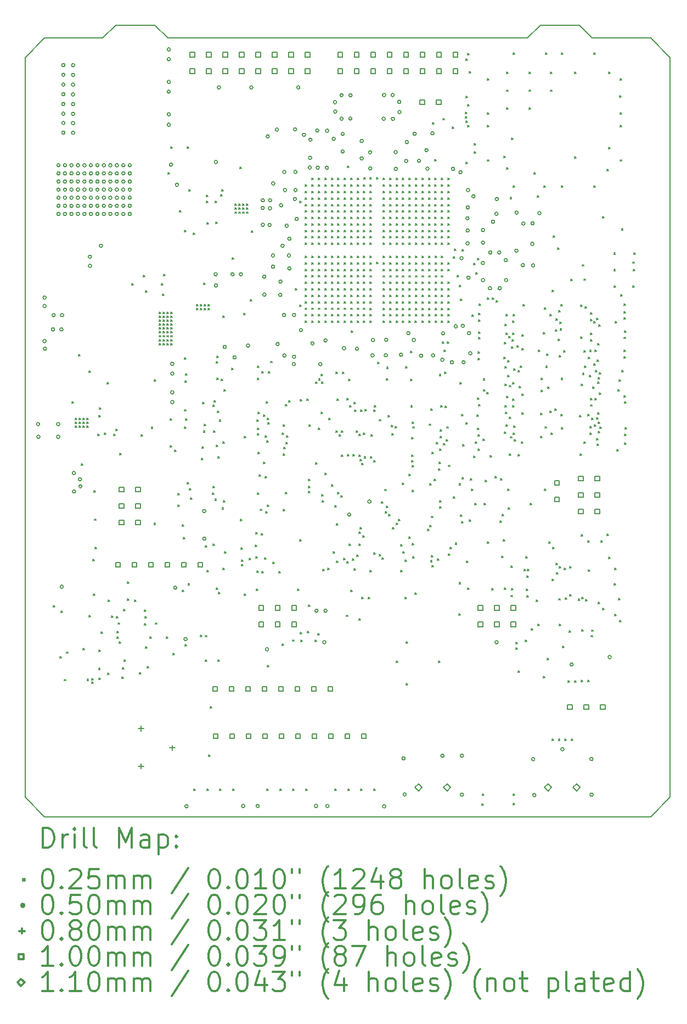
<source format=gbr>
From b5fb3c639793a7f3fb9cbc1bc252ab7375f6b05f Mon Sep 17 00:00:00 2001
From: Fredrik Thulin <fredrik@thulin.net>
Date: Mon, 23 Apr 2018 17:14:24 +0200
Subject: update KiCAD Gerber files

---
 .../GerberOutput/Cryptech Alpha-drl_map.gbr        | 8376 ++++++++++++++++++++
 1 file changed, 8376 insertions(+)
 create mode 100644 rev03-KiCad/GerberOutput/Cryptech Alpha-drl_map.gbr

(limited to 'rev03-KiCad/GerberOutput/Cryptech Alpha-drl_map.gbr')

diff --git a/rev03-KiCad/GerberOutput/Cryptech Alpha-drl_map.gbr b/rev03-KiCad/GerberOutput/Cryptech Alpha-drl_map.gbr
new file mode 100644
index 0000000..40737bf
--- /dev/null
+++ b/rev03-KiCad/GerberOutput/Cryptech Alpha-drl_map.gbr	
@@ -0,0 +1,8376 @@
+%FSLAX45Y45*%
+G04 Gerber Fmt 4.5, Leading zero omitted, Abs format (unit mm)*
+G04 Created by KiCad (PCBNEW 5.0.0-rc2-dev-unknown-9f5316e~63~ubuntu17.10.1) date Mon Apr 23 17:13:17 2018*
+%MOMM*%
+%LPD*%
+G01*
+G04 APERTURE LIST*
+%ADD10C,0.200000*%
+%ADD11C,0.300000*%
+G04 APERTURE END LIST*
+D10*
+X210000Y-1540000D02*
+X510000Y-1840000D01*
+X9860000Y-1839998D02*
+X10159998Y-1540000D01*
+X9860000Y10159998D02*
+X10159998Y9860000D01*
+X210000Y9860000D02*
+X510000Y10160000D01*
+X1679999Y-1840000D02*
+X2479992Y-1840000D01*
+X2479992Y-1840000D02*
+X3099999Y-1840000D01*
+X3099999Y-1840000D02*
+X4299999Y-1840000D01*
+X4299999Y-1840000D02*
+X9860000Y-1840000D01*
+X10159998Y-1540000D02*
+X10159998Y8439999D01*
+X10159998Y8439999D02*
+X10159998Y9860000D01*
+X7238235Y10159933D02*
+X7507498Y10160000D01*
+X3970498Y10160000D02*
+X7238235Y10159933D01*
+X1610000Y10360000D02*
+X2210000Y10360000D01*
+X210000Y8439999D02*
+X210000Y9860000D01*
+X210000Y-1540000D02*
+X210000Y8439999D01*
+X510000Y-1840000D02*
+X1679999Y-1840000D01*
+X7507498Y10160000D02*
+X7960000Y10160000D01*
+X8760000Y10360000D02*
+X8960000Y10160000D01*
+X8960000Y10160000D02*
+X9860000Y10160000D01*
+X8160000Y10360000D02*
+X8760000Y10360000D01*
+X7960000Y10160000D02*
+X8160000Y10360000D01*
+X1410000Y10160000D02*
+X1610000Y10360000D01*
+X510000Y10160000D02*
+X1410000Y10160000D01*
+X2210000Y10360000D02*
+X2410000Y10160000D01*
+X2410000Y10160000D02*
+X3970498Y10160000D01*
+D10*
+X644660Y1419660D02*
+X669660Y1394660D01*
+X669660Y1419660D02*
+X644660Y1394660D01*
+X749600Y632900D02*
+X774600Y607900D01*
+X774600Y632900D02*
+X749600Y607900D01*
+X764840Y1330160D02*
+X789840Y1305160D01*
+X789840Y1330160D02*
+X764840Y1305160D01*
+X812500Y277912D02*
+X837500Y252912D01*
+X837500Y277912D02*
+X812500Y252912D01*
+X843900Y701100D02*
+X868900Y676100D01*
+X868900Y701100D02*
+X843900Y676100D01*
+X930000Y4555000D02*
+X955000Y4530000D01*
+X955000Y4555000D02*
+X930000Y4530000D01*
+X982080Y4307220D02*
+X1007080Y4282220D01*
+X1007080Y4307220D02*
+X982080Y4282220D01*
+X982080Y4247220D02*
+X1007080Y4222220D01*
+X1007080Y4247220D02*
+X982080Y4222220D01*
+X982080Y4187220D02*
+X1007080Y4162220D01*
+X1007080Y4187220D02*
+X982080Y4162220D01*
+X1037320Y5282500D02*
+X1062320Y5257500D01*
+X1062320Y5282500D02*
+X1037320Y5257500D01*
+X1042080Y4307219D02*
+X1067080Y4282219D01*
+X1067080Y4307219D02*
+X1042080Y4282219D01*
+X1042080Y4247219D02*
+X1067080Y4222219D01*
+X1067080Y4247219D02*
+X1042080Y4222219D01*
+X1042080Y4187220D02*
+X1067080Y4162220D01*
+X1067080Y4187220D02*
+X1042080Y4162220D01*
+X1072500Y3600000D02*
+X1097500Y3575000D01*
+X1097500Y3600000D02*
+X1072500Y3575000D01*
+X1100000Y752500D02*
+X1125000Y727500D01*
+X1125000Y752500D02*
+X1100000Y727500D01*
+X1102080Y4307220D02*
+X1127080Y4282220D01*
+X1127080Y4307220D02*
+X1102080Y4282220D01*
+X1102080Y4247220D02*
+X1127080Y4222220D01*
+X1127080Y4247220D02*
+X1102080Y4222220D01*
+X1102080Y4187220D02*
+X1127080Y4162220D01*
+X1127080Y4187220D02*
+X1102080Y4162220D01*
+X1162080Y4307220D02*
+X1187080Y4282220D01*
+X1187080Y4307220D02*
+X1162080Y4282220D01*
+X1162080Y4247220D02*
+X1187080Y4222220D01*
+X1187080Y4247220D02*
+X1162080Y4222220D01*
+X1162080Y4187220D02*
+X1187080Y4162220D01*
+X1187080Y4187220D02*
+X1162080Y4162220D01*
+X1164717Y281773D02*
+X1189717Y256773D01*
+X1189717Y281773D02*
+X1164717Y256773D01*
+X1196500Y5029000D02*
+X1221500Y5004000D01*
+X1221500Y5029000D02*
+X1196500Y5004000D01*
+X1197559Y1262561D02*
+X1222559Y1237561D01*
+X1222559Y1262561D02*
+X1197559Y1237561D01*
+X1237500Y292500D02*
+X1262500Y267500D01*
+X1262500Y292500D02*
+X1237500Y267500D01*
+X1239124Y237830D02*
+X1264124Y212830D01*
+X1264124Y237830D02*
+X1239124Y212830D01*
+X1250000Y2130000D02*
+X1275000Y2105000D01*
+X1275000Y2130000D02*
+X1250000Y2105000D01*
+X1259220Y1590780D02*
+X1284220Y1565780D01*
+X1284220Y1590780D02*
+X1259220Y1565780D01*
+X1272500Y3187500D02*
+X1297500Y3162500D01*
+X1297500Y3187500D02*
+X1272500Y3162500D01*
+X1275000Y2750000D02*
+X1300000Y2725000D01*
+X1300000Y2750000D02*
+X1275000Y2725000D01*
+X1287500Y2317500D02*
+X1312500Y2292500D01*
+X1312500Y2317500D02*
+X1287500Y2292500D01*
+X1330000Y4057500D02*
+X1355000Y4032500D01*
+X1355000Y4057500D02*
+X1330000Y4032500D01*
+X1342500Y452500D02*
+X1367500Y427500D01*
+X1367500Y452500D02*
+X1342500Y427500D01*
+X1345000Y297500D02*
+X1370000Y272500D01*
+X1370000Y297500D02*
+X1345000Y272500D01*
+X1347500Y730000D02*
+X1372500Y705000D01*
+X1372500Y730000D02*
+X1347500Y705000D01*
+X1348560Y4348560D02*
+X1373560Y4323560D01*
+X1373560Y4348560D02*
+X1348560Y4323560D01*
+X1357340Y4467660D02*
+X1382340Y4442660D01*
+X1382340Y4467660D02*
+X1357340Y4442660D01*
+X1382500Y1007500D02*
+X1407500Y982500D01*
+X1407500Y1007500D02*
+X1382500Y982500D01*
+X1435000Y4075000D02*
+X1460000Y4050000D01*
+X1460000Y4075000D02*
+X1435000Y4050000D01*
+X1470860Y4853360D02*
+X1495860Y4828360D01*
+X1495860Y4853360D02*
+X1470860Y4828360D01*
+X1481580Y371580D02*
+X1506580Y346580D01*
+X1506580Y371580D02*
+X1481580Y346580D01*
+X1492500Y1502500D02*
+X1517500Y1477500D01*
+X1517500Y1502500D02*
+X1492500Y1477500D01*
+X1542500Y1257500D02*
+X1567500Y1232500D01*
+X1567500Y1257500D02*
+X1542500Y1232500D01*
+X1577578Y4055197D02*
+X1602578Y4030197D01*
+X1602578Y4055197D02*
+X1577578Y4030197D01*
+X1609280Y4135720D02*
+X1634280Y4110720D01*
+X1634280Y4135720D02*
+X1609280Y4110720D01*
+X1615000Y1245000D02*
+X1640000Y1220000D01*
+X1640000Y1245000D02*
+X1615000Y1220000D01*
+X1625000Y1017500D02*
+X1650000Y992500D01*
+X1650000Y1017500D02*
+X1625000Y992500D01*
+X1625000Y937500D02*
+X1650000Y912500D01*
+X1650000Y937500D02*
+X1625000Y912500D01*
+X1645420Y1150000D02*
+X1670420Y1125000D01*
+X1670420Y1150000D02*
+X1645420Y1125000D01*
+X1657500Y855000D02*
+X1682500Y830000D01*
+X1682500Y855000D02*
+X1657500Y830000D01*
+X1670000Y3765000D02*
+X1695000Y3740000D01*
+X1695000Y3765000D02*
+X1670000Y3740000D01*
+X1704500Y312500D02*
+X1729500Y287500D01*
+X1729500Y312500D02*
+X1704500Y287500D01*
+X1710000Y462500D02*
+X1735000Y437500D01*
+X1735000Y462500D02*
+X1710000Y437500D01*
+X1730000Y1355000D02*
+X1755000Y1330000D01*
+X1755000Y1355000D02*
+X1730000Y1330000D01*
+X1738750Y581250D02*
+X1763750Y556250D01*
+X1763750Y581250D02*
+X1738750Y556250D01*
+X1788460Y1518460D02*
+X1813460Y1493460D01*
+X1813460Y1518460D02*
+X1788460Y1493460D01*
+X1790000Y1777500D02*
+X1815000Y1752500D01*
+X1815000Y1777500D02*
+X1790000Y1752500D01*
+X1855000Y6375000D02*
+X1880000Y6350000D01*
+X1880000Y6375000D02*
+X1855000Y6350000D01*
+X1894420Y1504420D02*
+X1919420Y1479420D01*
+X1919420Y1504420D02*
+X1894420Y1479420D01*
+X1976420Y381420D02*
+X2001420Y356420D01*
+X2001420Y381420D02*
+X1976420Y356420D01*
+X2000000Y4052500D02*
+X2025000Y4027500D01*
+X2025000Y4052500D02*
+X2000000Y4027500D01*
+X2032500Y6502500D02*
+X2057500Y6477500D01*
+X2057500Y6502500D02*
+X2032500Y6477500D01*
+X2050000Y1135320D02*
+X2075000Y1110320D01*
+X2075000Y1135320D02*
+X2050000Y1110320D01*
+X2051360Y1346140D02*
+X2076360Y1321140D01*
+X2076360Y1346140D02*
+X2051360Y1321140D01*
+X2056139Y1246140D02*
+X2081139Y1221140D01*
+X2081139Y1246140D02*
+X2056139Y1221140D01*
+X2062500Y6270000D02*
+X2087500Y6245000D01*
+X2087500Y6270000D02*
+X2062500Y6245000D01*
+X2062500Y782260D02*
+X2087500Y757260D01*
+X2087500Y782260D02*
+X2062500Y757260D01*
+X2095103Y480023D02*
+X2120103Y455023D01*
+X2120103Y480023D02*
+X2095103Y455023D01*
+X2137500Y935000D02*
+X2162500Y910000D01*
+X2162500Y935000D02*
+X2137500Y910000D01*
+X2155500Y4167000D02*
+X2180500Y4142000D01*
+X2180500Y4167000D02*
+X2155500Y4142000D01*
+X2197500Y2687500D02*
+X2222500Y2662500D01*
+X2222500Y2687500D02*
+X2197500Y2662500D01*
+X2202500Y4897500D02*
+X2227500Y4872500D01*
+X2227500Y4897500D02*
+X2202500Y4872500D01*
+X2220000Y1150000D02*
+X2245000Y1125000D01*
+X2245000Y1150000D02*
+X2220000Y1125000D01*
+X2278420Y5938020D02*
+X2303420Y5913020D01*
+X2303420Y5938020D02*
+X2278420Y5913020D01*
+X2278420Y5878020D02*
+X2303420Y5853020D01*
+X2303420Y5878020D02*
+X2278420Y5853020D01*
+X2278420Y5818021D02*
+X2303420Y5793021D01*
+X2303420Y5818021D02*
+X2278420Y5793021D01*
+X2278420Y5758020D02*
+X2303420Y5733020D01*
+X2303420Y5758020D02*
+X2278420Y5733020D01*
+X2278420Y5698020D02*
+X2303420Y5673020D01*
+X2303420Y5698020D02*
+X2278420Y5673020D01*
+X2278420Y5638020D02*
+X2303420Y5613020D01*
+X2303420Y5638020D02*
+X2278420Y5613020D01*
+X2278420Y5578020D02*
+X2303420Y5553020D01*
+X2303420Y5578020D02*
+X2278420Y5553020D01*
+X2278420Y5518020D02*
+X2303420Y5493020D01*
+X2303420Y5518020D02*
+X2278420Y5493020D01*
+X2278420Y5458020D02*
+X2303420Y5433020D01*
+X2303420Y5458020D02*
+X2278420Y5433020D01*
+X2310000Y6375000D02*
+X2335000Y6350000D01*
+X2335000Y6375000D02*
+X2310000Y6350000D01*
+X2331160Y6219433D02*
+X2356160Y6194433D01*
+X2356160Y6219433D02*
+X2331160Y6194433D01*
+X2338420Y5938020D02*
+X2363420Y5913020D01*
+X2363420Y5938020D02*
+X2338420Y5913020D01*
+X2338420Y5878020D02*
+X2363420Y5853020D01*
+X2363420Y5878020D02*
+X2338420Y5853020D01*
+X2338420Y5818020D02*
+X2363420Y5793020D01*
+X2363420Y5818020D02*
+X2338420Y5793020D01*
+X2338420Y5758020D02*
+X2363420Y5733020D01*
+X2363420Y5758020D02*
+X2338420Y5733020D01*
+X2338420Y5698020D02*
+X2363420Y5673020D01*
+X2363420Y5698020D02*
+X2338420Y5673020D01*
+X2338420Y5638020D02*
+X2363420Y5613020D01*
+X2363420Y5638020D02*
+X2338420Y5613020D01*
+X2338420Y5578020D02*
+X2363420Y5553020D01*
+X2363420Y5578020D02*
+X2338420Y5553020D01*
+X2338420Y5518020D02*
+X2363420Y5493020D01*
+X2363420Y5518020D02*
+X2338420Y5493020D01*
+X2338420Y5458020D02*
+X2363420Y5433020D01*
+X2363420Y5458020D02*
+X2338420Y5433020D01*
+X2349280Y6520720D02*
+X2374280Y6495720D01*
+X2374280Y6520720D02*
+X2349280Y6495720D01*
+X2387500Y932500D02*
+X2412500Y907500D01*
+X2412500Y932500D02*
+X2387500Y907500D01*
+X2398420Y5938020D02*
+X2423420Y5913020D01*
+X2423420Y5938020D02*
+X2398420Y5913020D01*
+X2398420Y5878020D02*
+X2423420Y5853020D01*
+X2423420Y5878020D02*
+X2398420Y5853020D01*
+X2398420Y5818021D02*
+X2423420Y5793021D01*
+X2423420Y5818021D02*
+X2398420Y5793021D01*
+X2398420Y5758020D02*
+X2423420Y5733020D01*
+X2423420Y5758020D02*
+X2398420Y5733020D01*
+X2398420Y5698020D02*
+X2423420Y5673020D01*
+X2423420Y5698020D02*
+X2398420Y5673020D01*
+X2398420Y5638021D02*
+X2423420Y5613021D01*
+X2423420Y5638021D02*
+X2398420Y5613021D01*
+X2398420Y5578020D02*
+X2423420Y5553020D01*
+X2423420Y5578020D02*
+X2398420Y5553020D01*
+X2398420Y5518020D02*
+X2423420Y5493020D01*
+X2423420Y5518020D02*
+X2398420Y5493020D01*
+X2398420Y5458021D02*
+X2423420Y5433021D01*
+X2423420Y5458021D02*
+X2398420Y5433021D01*
+X2412500Y8087500D02*
+X2437500Y8062500D01*
+X2437500Y8087500D02*
+X2412500Y8062500D01*
+X2445000Y3882500D02*
+X2470000Y3857500D01*
+X2470000Y3882500D02*
+X2445000Y3857500D01*
+X2446000Y4294000D02*
+X2471000Y4269000D01*
+X2471000Y4294000D02*
+X2446000Y4269000D01*
+X2457500Y8482500D02*
+X2482500Y8457500D01*
+X2482500Y8482500D02*
+X2457500Y8457500D01*
+X2458420Y5938020D02*
+X2483420Y5913020D01*
+X2483420Y5938020D02*
+X2458420Y5913020D01*
+X2458420Y5878020D02*
+X2483420Y5853020D01*
+X2483420Y5878020D02*
+X2458420Y5853020D01*
+X2458420Y5818021D02*
+X2483420Y5793021D01*
+X2483420Y5818021D02*
+X2458420Y5793021D01*
+X2458420Y5758020D02*
+X2483420Y5733020D01*
+X2483420Y5758020D02*
+X2458420Y5733020D01*
+X2458420Y5698020D02*
+X2483420Y5673020D01*
+X2483420Y5698020D02*
+X2458420Y5673020D01*
+X2458420Y5638020D02*
+X2483420Y5613020D01*
+X2483420Y5638020D02*
+X2458420Y5613020D01*
+X2458420Y5578020D02*
+X2483420Y5553020D01*
+X2483420Y5578020D02*
+X2458420Y5553020D01*
+X2458420Y5518020D02*
+X2483420Y5493020D01*
+X2483420Y5518020D02*
+X2458420Y5493020D01*
+X2458420Y5458020D02*
+X2483420Y5433020D01*
+X2483420Y5458020D02*
+X2458420Y5433020D01*
+X2492622Y680033D02*
+X2517622Y655033D01*
+X2517622Y680033D02*
+X2492622Y655033D01*
+X2515000Y3810000D02*
+X2540000Y3785000D01*
+X2540000Y3810000D02*
+X2515000Y3785000D01*
+X2565000Y2970000D02*
+X2590000Y2945000D01*
+X2590000Y2970000D02*
+X2565000Y2945000D01*
+X2567500Y3142500D02*
+X2592500Y3117500D01*
+X2592500Y3142500D02*
+X2567500Y3117500D01*
+X2592500Y7502500D02*
+X2617500Y7477500D01*
+X2617500Y7502500D02*
+X2592500Y7477500D01*
+X2632500Y1652500D02*
+X2657500Y1627500D01*
+X2657500Y1652500D02*
+X2632500Y1627500D01*
+X2635000Y2665000D02*
+X2660000Y2640000D01*
+X2660000Y2665000D02*
+X2635000Y2640000D01*
+X2647500Y2467500D02*
+X2672500Y2442500D01*
+X2672500Y2467500D02*
+X2647500Y2442500D01*
+X2667631Y4167703D02*
+X2692631Y4142703D01*
+X2692631Y4167703D02*
+X2667631Y4142703D01*
+X2670000Y4435000D02*
+X2695000Y4410000D01*
+X2695000Y4435000D02*
+X2670000Y4410000D01*
+X2670620Y7195620D02*
+X2695620Y7170620D01*
+X2695620Y7195620D02*
+X2670620Y7170620D01*
+X2671360Y5233640D02*
+X2696360Y5208640D01*
+X2696360Y5233640D02*
+X2671360Y5208640D01*
+X2675131Y815039D02*
+X2700131Y790039D01*
+X2700131Y815039D02*
+X2675131Y790039D01*
+X2677500Y4880000D02*
+X2702500Y4855000D01*
+X2702500Y4880000D02*
+X2677500Y4855000D01*
+X2681520Y4985980D02*
+X2706520Y4960980D01*
+X2706520Y4985980D02*
+X2681520Y4960980D01*
+X2682500Y4292500D02*
+X2707500Y4267500D01*
+X2707500Y4292500D02*
+X2682500Y4267500D01*
+X2707500Y8482500D02*
+X2732500Y8457500D01*
+X2732500Y8482500D02*
+X2707500Y8457500D01*
+X2708280Y3313280D02*
+X2733280Y3288280D01*
+X2733280Y3313280D02*
+X2708280Y3288280D01*
+X2722620Y1755120D02*
+X2747620Y1730120D01*
+X2747620Y1755120D02*
+X2722620Y1730120D01*
+X2737500Y7822500D02*
+X2762500Y7797500D01*
+X2762500Y7822500D02*
+X2737500Y7797500D01*
+X2742500Y3217500D02*
+X2767500Y3192500D01*
+X2767500Y3217500D02*
+X2742500Y3192500D01*
+X2757500Y3080000D02*
+X2782500Y3055000D01*
+X2782500Y3080000D02*
+X2757500Y3055000D01*
+X2806900Y7155600D02*
+X2831900Y7130600D01*
+X2831900Y7155600D02*
+X2806900Y7130600D01*
+X2812500Y-1412500D02*
+X2837500Y-1437500D01*
+X2837500Y-1412500D02*
+X2812500Y-1437500D01*
+X2850920Y6055520D02*
+X2875920Y6030520D01*
+X2875920Y6055520D02*
+X2850920Y6030520D01*
+X2850920Y5995520D02*
+X2875920Y5970520D01*
+X2875920Y5995520D02*
+X2850920Y5970520D01*
+X2910920Y6055520D02*
+X2935920Y6030520D01*
+X2935920Y6055520D02*
+X2910920Y6030520D01*
+X2910920Y5995520D02*
+X2935920Y5970520D01*
+X2935920Y5995520D02*
+X2910920Y5970520D01*
+X2911328Y957500D02*
+X2936328Y932500D01*
+X2936328Y957500D02*
+X2911328Y932500D01*
+X2929260Y3684260D02*
+X2954260Y3659260D01*
+X2954260Y3684260D02*
+X2929260Y3659260D01*
+X2942500Y3867500D02*
+X2967500Y3842500D01*
+X2967500Y3867500D02*
+X2942500Y3842500D01*
+X2947000Y4548000D02*
+X2972000Y4523000D01*
+X2972000Y4548000D02*
+X2947000Y4523000D01*
+X2959680Y4110320D02*
+X2984680Y4085320D01*
+X2984680Y4110320D02*
+X2959680Y4085320D01*
+X2967720Y6385000D02*
+X2992720Y6360000D01*
+X2992720Y6385000D02*
+X2967720Y6360000D01*
+X2969680Y4210320D02*
+X2994680Y4185320D01*
+X2994680Y4210320D02*
+X2969680Y4185320D01*
+X2970920Y6055520D02*
+X2995920Y6030520D01*
+X2995920Y6055520D02*
+X2970920Y6030520D01*
+X2970920Y5995520D02*
+X2995920Y5970520D01*
+X2995920Y5995520D02*
+X2970920Y5970520D01*
+X2987500Y580000D02*
+X3012500Y555000D01*
+X3012500Y580000D02*
+X2987500Y555000D01*
+X2990147Y955046D02*
+X3015147Y930046D01*
+X3015147Y955046D02*
+X2990147Y930046D01*
+X2992500Y2340000D02*
+X3017500Y2315000D01*
+X3017500Y2340000D02*
+X2992500Y2315000D01*
+X3004440Y7646940D02*
+X3029440Y7621940D01*
+X3029440Y7646940D02*
+X3004440Y7621940D01*
+X3007500Y7742500D02*
+X3032500Y7717500D01*
+X3032500Y7742500D02*
+X3007500Y7717500D01*
+X3013000Y-1412500D02*
+X3038000Y-1437500D01*
+X3038000Y-1412500D02*
+X3013000Y-1437500D01*
+X3015148Y1960095D02*
+X3040148Y1935095D01*
+X3040148Y1960095D02*
+X3015148Y1935095D01*
+X3017500Y7320000D02*
+X3042500Y7295000D01*
+X3042500Y7320000D02*
+X3017500Y7295000D01*
+X3030920Y6055520D02*
+X3055920Y6030520D01*
+X3055920Y6055520D02*
+X3030920Y6030520D01*
+X3030920Y5995520D02*
+X3055920Y5970520D01*
+X3055920Y5995520D02*
+X3030920Y5970520D01*
+X3040580Y-887500D02*
+X3065580Y-912500D01*
+X3065580Y-887500D02*
+X3040580Y-912500D01*
+X3062500Y-137500D02*
+X3087500Y-162500D01*
+X3087500Y-137500D02*
+X3062500Y-162500D01*
+X3099800Y3150200D02*
+X3124800Y3125200D01*
+X3124800Y3150200D02*
+X3099800Y3125200D01*
+X3105000Y2365000D02*
+X3130000Y2340000D01*
+X3130000Y2365000D02*
+X3105000Y2340000D01*
+X3109800Y3250200D02*
+X3134800Y3225200D01*
+X3134800Y3250200D02*
+X3109800Y3225200D01*
+X3111080Y4506080D02*
+X3136080Y4481080D01*
+X3136080Y4506080D02*
+X3111080Y4481080D01*
+X3119680Y4110320D02*
+X3144680Y4085320D01*
+X3144680Y4110320D02*
+X3119680Y4085320D01*
+X3121080Y4576080D02*
+X3146080Y4551080D01*
+X3146080Y4576080D02*
+X3121080Y4551080D01*
+X3137500Y3062500D02*
+X3162500Y3037500D01*
+X3162500Y3062500D02*
+X3137500Y3037500D01*
+X3145560Y7646940D02*
+X3170560Y7621940D01*
+X3170560Y7646940D02*
+X3145560Y7621940D01*
+X3147500Y7322500D02*
+X3172500Y7297500D01*
+X3172500Y7322500D02*
+X3147500Y7297500D01*
+X3160155Y3887689D02*
+X3185155Y3862689D01*
+X3185155Y3887689D02*
+X3160155Y3862689D01*
+X3160380Y1690000D02*
+X3185380Y1665000D01*
+X3185380Y1690000D02*
+X3160380Y1665000D01*
+X3162500Y5175000D02*
+X3187500Y5150000D01*
+X3187500Y5175000D02*
+X3162500Y5150000D01*
+X3169800Y4924800D02*
+X3194800Y4899800D01*
+X3194800Y4924800D02*
+X3169800Y4899800D01*
+X3170000Y5257500D02*
+X3195000Y5232500D01*
+X3195000Y5257500D02*
+X3170000Y5232500D01*
+X3172500Y4410000D02*
+X3197500Y4385000D01*
+X3197500Y4410000D02*
+X3172500Y4385000D01*
+X3187500Y3712500D02*
+X3212500Y3687500D01*
+X3212500Y3712500D02*
+X3187500Y3687500D01*
+X3187500Y575000D02*
+X3212500Y550000D01*
+X3212500Y575000D02*
+X3187500Y550000D01*
+X3194382Y1620000D02*
+X3219382Y1595000D01*
+X3219382Y1620000D02*
+X3194382Y1595000D01*
+X3205000Y4280000D02*
+X3230000Y4255000D01*
+X3230000Y4280000D02*
+X3205000Y4255000D01*
+X3212500Y-1412500D02*
+X3237500Y-1437500D01*
+X3237500Y-1412500D02*
+X3212500Y-1437500D01*
+X3222500Y7750000D02*
+X3247500Y7725000D01*
+X3247500Y7750000D02*
+X3222500Y7725000D01*
+X3235158Y4907739D02*
+X3260158Y4882739D01*
+X3260158Y4907739D02*
+X3235158Y4882739D01*
+X3245000Y7822500D02*
+X3270000Y7797500D01*
+X3270000Y7822500D02*
+X3245000Y7797500D01*
+X3247500Y2922500D02*
+X3272500Y2897500D01*
+X3272500Y2922500D02*
+X3247500Y2897500D01*
+X3257500Y3942500D02*
+X3282500Y3917500D01*
+X3282500Y3942500D02*
+X3257500Y3917500D01*
+X3257500Y1992500D02*
+X3282500Y1967500D01*
+X3282500Y1992500D02*
+X3257500Y1967500D01*
+X3262500Y5877500D02*
+X3287500Y5852500D01*
+X3287500Y5877500D02*
+X3262500Y5852500D01*
+X3267500Y3032500D02*
+X3292500Y3007500D01*
+X3292500Y3032500D02*
+X3267500Y3007500D01*
+X3277500Y4740000D02*
+X3302500Y4715000D01*
+X3302500Y4740000D02*
+X3277500Y4715000D01*
+X3285000Y2245000D02*
+X3310000Y2220000D01*
+X3310000Y2245000D02*
+X3285000Y2220000D01*
+X3395000Y5072500D02*
+X3420000Y5047500D01*
+X3420000Y5072500D02*
+X3395000Y5047500D01*
+X3402500Y6777500D02*
+X3427500Y6752500D01*
+X3427500Y6777500D02*
+X3402500Y6752500D01*
+X3412500Y-1412500D02*
+X3437500Y-1437500D01*
+X3437500Y-1412500D02*
+X3412500Y-1437500D01*
+X3443340Y7603060D02*
+X3468340Y7578060D01*
+X3468340Y7603060D02*
+X3443340Y7578060D01*
+X3443340Y7543060D02*
+X3468340Y7518060D01*
+X3468340Y7543060D02*
+X3443340Y7518060D01*
+X3443340Y7483060D02*
+X3468340Y7458060D01*
+X3468340Y7483060D02*
+X3443340Y7458060D01*
+X3503340Y7603060D02*
+X3528340Y7578060D01*
+X3528340Y7603060D02*
+X3503340Y7578060D01*
+X3503340Y7543060D02*
+X3528340Y7518060D01*
+X3528340Y7543060D02*
+X3503340Y7518060D01*
+X3503340Y7483060D02*
+X3528340Y7458060D01*
+X3528340Y7483060D02*
+X3503340Y7458060D01*
+X3525000Y8175000D02*
+X3550000Y8150000D01*
+X3550000Y8175000D02*
+X3525000Y8150000D01*
+X3527500Y2742500D02*
+X3552500Y2717500D01*
+X3552500Y2742500D02*
+X3527500Y2717500D01*
+X3537500Y2302500D02*
+X3562500Y2277500D01*
+X3562500Y2302500D02*
+X3537500Y2277500D01*
+X3547500Y2122500D02*
+X3572500Y2097500D01*
+X3572500Y2122500D02*
+X3547500Y2097500D01*
+X3547500Y2052500D02*
+X3572500Y2027500D01*
+X3572500Y2052500D02*
+X3547500Y2027500D01*
+X3563340Y7603060D02*
+X3588340Y7578060D01*
+X3588340Y7603060D02*
+X3563340Y7578060D01*
+X3563340Y7543061D02*
+X3588340Y7518061D01*
+X3588340Y7543061D02*
+X3563340Y7518061D01*
+X3563340Y7483061D02*
+X3588340Y7458061D01*
+X3588340Y7483061D02*
+X3563340Y7458061D01*
+X3580000Y5922500D02*
+X3605000Y5897500D01*
+X3605000Y5922500D02*
+X3580000Y5897500D01*
+X3587500Y4022500D02*
+X3612500Y3997500D01*
+X3612500Y4022500D02*
+X3587500Y3997500D01*
+X3587500Y1595000D02*
+X3612500Y1570000D01*
+X3612500Y1595000D02*
+X3587500Y1570000D01*
+X3623340Y7603060D02*
+X3648340Y7578060D01*
+X3648340Y7603060D02*
+X3623340Y7578060D01*
+X3623340Y7543060D02*
+X3648340Y7518060D01*
+X3648340Y7543060D02*
+X3623340Y7518060D01*
+X3623340Y7483060D02*
+X3648340Y7458060D01*
+X3648340Y7483060D02*
+X3623340Y7458060D01*
+X3667500Y2142500D02*
+X3692500Y2117500D01*
+X3692500Y2142500D02*
+X3667500Y2117500D01*
+X3685000Y6135000D02*
+X3710000Y6110000D01*
+X3710000Y6135000D02*
+X3685000Y6110000D01*
+X3700000Y7187500D02*
+X3725000Y7162500D01*
+X3725000Y7187500D02*
+X3700000Y7162500D01*
+X3762500Y2350000D02*
+X3787500Y2325000D01*
+X3787500Y2350000D02*
+X3762500Y2325000D01*
+X3767500Y2545000D02*
+X3792500Y2520000D01*
+X3792500Y2545000D02*
+X3767500Y2520000D01*
+X3767500Y2172500D02*
+X3792500Y2147500D01*
+X3792500Y2172500D02*
+X3767500Y2147500D01*
+X3775000Y1670000D02*
+X3800000Y1645000D01*
+X3800000Y1670000D02*
+X3775000Y1645000D01*
+X3785700Y4274626D02*
+X3810700Y4249626D01*
+X3810700Y4274626D02*
+X3785700Y4249626D01*
+X3787500Y1952500D02*
+X3812500Y1927500D01*
+X3812500Y1952500D02*
+X3787500Y1927500D01*
+X3792500Y4924800D02*
+X3817500Y4899800D01*
+X3817500Y4924800D02*
+X3792500Y4899800D01*
+X3792500Y4152500D02*
+X3817500Y4127500D01*
+X3817500Y4152500D02*
+X3792500Y4127500D01*
+X3795000Y5110000D02*
+X3820000Y5085000D01*
+X3820000Y5110000D02*
+X3795000Y5085000D01*
+X3797500Y4067500D02*
+X3822500Y4042500D01*
+X3822500Y4067500D02*
+X3797500Y4042500D01*
+X3797500Y3152500D02*
+X3822500Y3127500D01*
+X3822500Y3152500D02*
+X3797500Y3127500D01*
+X3800000Y3777500D02*
+X3825000Y3752500D01*
+X3825000Y3777500D02*
+X3800000Y3752500D01*
+X3800186Y4397714D02*
+X3825186Y4372714D01*
+X3825186Y4397714D02*
+X3800186Y4372714D01*
+X3815000Y3435000D02*
+X3840000Y3410000D01*
+X3840000Y3435000D02*
+X3815000Y3410000D01*
+X3837500Y2902500D02*
+X3862500Y2877500D01*
+X3862500Y2902500D02*
+X3837500Y2877500D01*
+X3852500Y2527500D02*
+X3877500Y2502500D01*
+X3877500Y2527500D02*
+X3852500Y2502500D01*
+X3857500Y1942500D02*
+X3882500Y1917500D01*
+X3882500Y1942500D02*
+X3857500Y1917500D01*
+X3859260Y5020740D02*
+X3884260Y4995740D01*
+X3884260Y5020740D02*
+X3859260Y4995740D01*
+X3885000Y3630000D02*
+X3910000Y3605000D01*
+X3910000Y3630000D02*
+X3885000Y3605000D01*
+X3890000Y4352500D02*
+X3915000Y4327500D01*
+X3915000Y4352500D02*
+X3890000Y4327500D01*
+X3907500Y2152500D02*
+X3932500Y2127500D01*
+X3932500Y2152500D02*
+X3907500Y2127500D01*
+X3910000Y4032500D02*
+X3935000Y4007500D01*
+X3935000Y4032500D02*
+X3910000Y4007500D01*
+X3915000Y3405000D02*
+X3940000Y3380000D01*
+X3940000Y3405000D02*
+X3915000Y3380000D01*
+X3917500Y2862500D02*
+X3942500Y2837500D01*
+X3942500Y2862500D02*
+X3917500Y2837500D01*
+X3927500Y4555000D02*
+X3952500Y4530000D01*
+X3952500Y4555000D02*
+X3927500Y4530000D01*
+X3937500Y-1412500D02*
+X3962500Y-1437500D01*
+X3962500Y-1412500D02*
+X3937500Y-1437500D01*
+X3940000Y3960000D02*
+X3965000Y3935000D01*
+X3965000Y3960000D02*
+X3940000Y3935000D01*
+X3942500Y492500D02*
+X3967500Y467500D01*
+X3967500Y492500D02*
+X3942500Y467500D01*
+X3945000Y4302500D02*
+X3970000Y4277500D01*
+X3970000Y4302500D02*
+X3945000Y4277500D01*
+X3947500Y2962500D02*
+X3972500Y2937500D01*
+X3972500Y2962500D02*
+X3947500Y2937500D01*
+X3952500Y4235000D02*
+X3977500Y4210000D01*
+X3977500Y4235000D02*
+X3952500Y4210000D01*
+X3959260Y5020740D02*
+X3984260Y4995740D01*
+X3984260Y5020740D02*
+X3959260Y4995740D01*
+X4000000Y5180000D02*
+X4025000Y5155000D01*
+X4025000Y5180000D02*
+X4000000Y5155000D01*
+X4034520Y2085480D02*
+X4059520Y2060480D01*
+X4059520Y2085480D02*
+X4034520Y2060480D01*
+X4127500Y1942500D02*
+X4152500Y1917500D01*
+X4152500Y1942500D02*
+X4127500Y1917500D01*
+X4137500Y-1412500D02*
+X4162500Y-1437500D01*
+X4162500Y-1412500D02*
+X4137500Y-1437500D01*
+X4172500Y4077500D02*
+X4197500Y4052500D01*
+X4197500Y4077500D02*
+X4172500Y4052500D01*
+X4177500Y820000D02*
+X4202500Y795000D01*
+X4202500Y820000D02*
+X4177500Y795000D01*
+X4190000Y4202500D02*
+X4215000Y4177500D01*
+X4215000Y4202500D02*
+X4190000Y4177500D01*
+X4190000Y3755000D02*
+X4215000Y3730000D01*
+X4215000Y3755000D02*
+X4190000Y3730000D01*
+X4190000Y2895000D02*
+X4215000Y2870000D01*
+X4215000Y2895000D02*
+X4190000Y2870000D01*
+X4202500Y3855000D02*
+X4227500Y3830000D01*
+X4227500Y3855000D02*
+X4202500Y3830000D01*
+X4225000Y4515000D02*
+X4250000Y4490000D01*
+X4250000Y4515000D02*
+X4225000Y4490000D01*
+X4227500Y3162500D02*
+X4252500Y3137500D01*
+X4252500Y3162500D02*
+X4227500Y3137500D01*
+X4237500Y3927500D02*
+X4262500Y3902500D01*
+X4262500Y3927500D02*
+X4237500Y3902500D01*
+X4245000Y4030000D02*
+X4270000Y4005000D01*
+X4270000Y4030000D02*
+X4245000Y4005000D01*
+X4280000Y4572500D02*
+X4305000Y4547500D01*
+X4305000Y4572500D02*
+X4280000Y4547500D01*
+X4332500Y887500D02*
+X4357500Y862500D01*
+X4357500Y887500D02*
+X4332500Y862500D01*
+X4337500Y-1412500D02*
+X4362500Y-1437500D01*
+X4362500Y-1412500D02*
+X4337500Y-1437500D01*
+X4377500Y6300000D02*
+X4402500Y6275000D01*
+X4402500Y6300000D02*
+X4377500Y6275000D01*
+X4412500Y1667500D02*
+X4437500Y1642500D01*
+X4437500Y1667500D02*
+X4412500Y1642500D01*
+X4442500Y2435000D02*
+X4467500Y2410000D01*
+X4467500Y2435000D02*
+X4442500Y2410000D01*
+X4442717Y6050295D02*
+X4467717Y6025295D01*
+X4467717Y6050295D02*
+X4442717Y6025295D01*
+X4447740Y7647740D02*
+X4472740Y7622740D01*
+X4472740Y7647740D02*
+X4447740Y7622740D01*
+X4450000Y4590000D02*
+X4475000Y4565000D01*
+X4475000Y4590000D02*
+X4450000Y4565000D01*
+X4450000Y1005000D02*
+X4475000Y980000D01*
+X4475000Y1005000D02*
+X4450000Y980000D01*
+X4460218Y885043D02*
+X4485218Y860043D01*
+X4485218Y885043D02*
+X4460218Y860043D01*
+X4531750Y7903010D02*
+X4556750Y7878010D01*
+X4556750Y7903010D02*
+X4531750Y7878010D01*
+X4531750Y7801410D02*
+X4556750Y7776410D01*
+X4556750Y7801410D02*
+X4531750Y7776410D01*
+X4531750Y7702350D02*
+X4556750Y7677350D01*
+X4556750Y7702350D02*
+X4531750Y7677350D01*
+X4531750Y7600750D02*
+X4556750Y7575750D01*
+X4556750Y7600750D02*
+X4531750Y7575750D01*
+X4531750Y7501690D02*
+X4556750Y7476690D01*
+X4556750Y7501690D02*
+X4531750Y7476690D01*
+X4531750Y7402630D02*
+X4556750Y7377630D01*
+X4556750Y7402630D02*
+X4531750Y7377630D01*
+X4531750Y7301030D02*
+X4556750Y7276030D01*
+X4556750Y7301030D02*
+X4531750Y7276030D01*
+X4531750Y7201970D02*
+X4556750Y7176970D01*
+X4556750Y7201970D02*
+X4531750Y7176970D01*
+X4531750Y7102910D02*
+X4556750Y7077910D01*
+X4556750Y7102910D02*
+X4531750Y7077910D01*
+X4531750Y7001310D02*
+X4556750Y6976310D01*
+X4556750Y7001310D02*
+X4531750Y6976310D01*
+X4531750Y6801450D02*
+X4556750Y6776450D01*
+X4556750Y6801450D02*
+X4531750Y6776450D01*
+X4531750Y6601450D02*
+X4556750Y6576450D01*
+X4556750Y6601450D02*
+X4531750Y6576450D01*
+X4531750Y6501450D02*
+X4556750Y6476450D01*
+X4556750Y6501450D02*
+X4531750Y6476450D01*
+X4531750Y6401450D02*
+X4556750Y6376450D01*
+X4556750Y6401450D02*
+X4531750Y6376450D01*
+X4531750Y6301450D02*
+X4556750Y6276450D01*
+X4556750Y6301450D02*
+X4531750Y6276450D01*
+X4531750Y6201450D02*
+X4556750Y6176450D01*
+X4556750Y6201450D02*
+X4531750Y6176450D01*
+X4531750Y6101450D02*
+X4556750Y6076450D01*
+X4556750Y6101450D02*
+X4531750Y6076450D01*
+X4531750Y6001450D02*
+X4556750Y5976450D01*
+X4556750Y6001450D02*
+X4531750Y5976450D01*
+X4531750Y5901450D02*
+X4556750Y5876450D01*
+X4556750Y5901450D02*
+X4531750Y5876450D01*
+X4531750Y5801450D02*
+X4556750Y5776450D01*
+X4556750Y5801450D02*
+X4531750Y5776450D01*
+X4532360Y6700320D02*
+X4557360Y6675320D01*
+X4557360Y6700320D02*
+X4532360Y6675320D01*
+X4537500Y-1412500D02*
+X4562500Y-1437500D01*
+X4562500Y-1412500D02*
+X4537500Y-1437500D01*
+X4557500Y4602500D02*
+X4582500Y4577500D01*
+X4582500Y4602500D02*
+X4557500Y4577500D01*
+X4567500Y1022500D02*
+X4592500Y997500D01*
+X4592500Y1022500D02*
+X4567500Y997500D01*
+X4577500Y3250000D02*
+X4602500Y3225000D01*
+X4602500Y3250000D02*
+X4577500Y3225000D01*
+X4580000Y3360000D02*
+X4605000Y3335000D01*
+X4605000Y3360000D02*
+X4580000Y3335000D01*
+X4580000Y3177500D02*
+X4605000Y3152500D01*
+X4605000Y3177500D02*
+X4580000Y3152500D01*
+X4585000Y1425000D02*
+X4610000Y1400000D01*
+X4610000Y1425000D02*
+X4585000Y1400000D01*
+X4587500Y4200000D02*
+X4612500Y4175000D01*
+X4612500Y4200000D02*
+X4587500Y4175000D01*
+X4630620Y7903480D02*
+X4655620Y7878480D01*
+X4655620Y7903480D02*
+X4630620Y7878480D01*
+X4630810Y8002070D02*
+X4655810Y7977070D01*
+X4655810Y8002070D02*
+X4630810Y7977070D01*
+X4630810Y7801410D02*
+X4655810Y7776410D01*
+X4655810Y7801410D02*
+X4630810Y7776410D01*
+X4630810Y7702350D02*
+X4655810Y7677350D01*
+X4655810Y7702350D02*
+X4630810Y7677350D01*
+X4630810Y7600750D02*
+X4655810Y7575750D01*
+X4655810Y7600750D02*
+X4630810Y7575750D01*
+X4630810Y7501690D02*
+X4655810Y7476690D01*
+X4655810Y7501690D02*
+X4630810Y7476690D01*
+X4630810Y7402630D02*
+X4655810Y7377630D01*
+X4655810Y7402630D02*
+X4630810Y7377630D01*
+X4630810Y7301030D02*
+X4655810Y7276030D01*
+X4655810Y7301030D02*
+X4630810Y7276030D01*
+X4630810Y7201970D02*
+X4655810Y7176970D01*
+X4655810Y7201970D02*
+X4630810Y7176970D01*
+X4630810Y7102910D02*
+X4655810Y7077910D01*
+X4655810Y7102910D02*
+X4630810Y7077910D01*
+X4630810Y7001310D02*
+X4655810Y6976310D01*
+X4655810Y7001310D02*
+X4630810Y6976310D01*
+X4630810Y6801450D02*
+X4655810Y6776450D01*
+X4655810Y6801450D02*
+X4630810Y6776450D01*
+X4630810Y6701450D02*
+X4655810Y6676450D01*
+X4655810Y6701450D02*
+X4630810Y6676450D01*
+X4630810Y6601450D02*
+X4655810Y6576450D01*
+X4655810Y6601450D02*
+X4630810Y6576450D01*
+X4630810Y6501450D02*
+X4655810Y6476450D01*
+X4655810Y6501450D02*
+X4630810Y6476450D01*
+X4630810Y6401450D02*
+X4655810Y6376450D01*
+X4655810Y6401450D02*
+X4630810Y6376450D01*
+X4630810Y6301450D02*
+X4655810Y6276450D01*
+X4655810Y6301450D02*
+X4630810Y6276450D01*
+X4630810Y6201450D02*
+X4655810Y6176450D01*
+X4655810Y6201450D02*
+X4630810Y6176450D01*
+X4630810Y6101450D02*
+X4655810Y6076450D01*
+X4655810Y6101450D02*
+X4630810Y6076450D01*
+X4630810Y6001450D02*
+X4655810Y5976450D01*
+X4655810Y6001450D02*
+X4630810Y5976450D01*
+X4630810Y5901450D02*
+X4655810Y5876450D01*
+X4655810Y5901450D02*
+X4630810Y5876450D01*
+X4630810Y5801450D02*
+X4655810Y5776450D01*
+X4655810Y5801450D02*
+X4630810Y5776450D01*
+X4680000Y882500D02*
+X4705000Y857500D01*
+X4705000Y882500D02*
+X4680000Y857500D01*
+X4687500Y4862500D02*
+X4712500Y4837500D01*
+X4712500Y4862500D02*
+X4687500Y4837500D01*
+X4690000Y3617500D02*
+X4715000Y3592500D01*
+X4715000Y3617500D02*
+X4690000Y3592500D01*
+X4722731Y985047D02*
+X4747731Y960047D01*
+X4747731Y985047D02*
+X4722731Y960047D01*
+X4730231Y4152702D02*
+X4755231Y4127702D01*
+X4755231Y4152702D02*
+X4730231Y4127702D01*
+X4732400Y7001310D02*
+X4757400Y6976310D01*
+X4757400Y7001310D02*
+X4732400Y6976310D01*
+X4732410Y8002070D02*
+X4757410Y7977070D01*
+X4757410Y8002070D02*
+X4732410Y7977070D01*
+X4732410Y7903010D02*
+X4757410Y7878010D01*
+X4757410Y7903010D02*
+X4732410Y7878010D01*
+X4732410Y7801410D02*
+X4757410Y7776410D01*
+X4757410Y7801410D02*
+X4732410Y7776410D01*
+X4732410Y7702350D02*
+X4757410Y7677350D01*
+X4757410Y7702350D02*
+X4732410Y7677350D01*
+X4732410Y7600750D02*
+X4757410Y7575750D01*
+X4757410Y7600750D02*
+X4732410Y7575750D01*
+X4732410Y7501690D02*
+X4757410Y7476690D01*
+X4757410Y7501690D02*
+X4732410Y7476690D01*
+X4732410Y7402630D02*
+X4757410Y7377630D01*
+X4757410Y7402630D02*
+X4732410Y7377630D01*
+X4732410Y7301030D02*
+X4757410Y7276030D01*
+X4757410Y7301030D02*
+X4732410Y7276030D01*
+X4732410Y7201970D02*
+X4757410Y7176970D01*
+X4757410Y7201970D02*
+X4732410Y7176970D01*
+X4732410Y7102910D02*
+X4757410Y7077910D01*
+X4757410Y7102910D02*
+X4732410Y7077910D01*
+X4732410Y6701450D02*
+X4757410Y6676450D01*
+X4757410Y6701450D02*
+X4732410Y6676450D01*
+X4732410Y6601450D02*
+X4757410Y6576450D01*
+X4757410Y6601450D02*
+X4732410Y6576450D01*
+X4732410Y6501450D02*
+X4757410Y6476450D01*
+X4757410Y6501450D02*
+X4732410Y6476450D01*
+X4732410Y6401450D02*
+X4757410Y6376450D01*
+X4757410Y6401450D02*
+X4732410Y6376450D01*
+X4732410Y6301450D02*
+X4757410Y6276450D01*
+X4757410Y6301450D02*
+X4732410Y6276450D01*
+X4732410Y6201450D02*
+X4757410Y6176450D01*
+X4757410Y6201450D02*
+X4732410Y6176450D01*
+X4732410Y6101450D02*
+X4757410Y6076450D01*
+X4757410Y6101450D02*
+X4732410Y6076450D01*
+X4732410Y6001450D02*
+X4757410Y5976450D01*
+X4757410Y6001450D02*
+X4732410Y5976450D01*
+X4732410Y5901450D02*
+X4757410Y5876450D01*
+X4757410Y5901450D02*
+X4732410Y5876450D01*
+X4732410Y5801450D02*
+X4757410Y5776450D01*
+X4757410Y5801450D02*
+X4732410Y5776450D01*
+X4733020Y6801920D02*
+X4758020Y6776920D01*
+X4758020Y6801920D02*
+X4733020Y6776920D01*
+X4737490Y4912490D02*
+X4762490Y4887490D01*
+X4762490Y4912490D02*
+X4737490Y4887490D01*
+X4777500Y4982500D02*
+X4802500Y4957500D01*
+X4802500Y4982500D02*
+X4777500Y4957500D01*
+X4777734Y4400214D02*
+X4802734Y4375214D01*
+X4802734Y4400214D02*
+X4777734Y4375214D01*
+X4787500Y4862500D02*
+X4812500Y4837500D01*
+X4812500Y4862500D02*
+X4787500Y4837500D01*
+X4787734Y3125152D02*
+X4812734Y3100152D01*
+X4812734Y3125152D02*
+X4787734Y3100152D01*
+X4792500Y3030000D02*
+X4817500Y3005000D01*
+X4817500Y3030000D02*
+X4792500Y3005000D01*
+X4797500Y1977500D02*
+X4822500Y1952500D01*
+X4822500Y1977500D02*
+X4797500Y1952500D01*
+X4831470Y8002070D02*
+X4856470Y7977070D01*
+X4856470Y8002070D02*
+X4831470Y7977070D01*
+X4831470Y7903010D02*
+X4856470Y7878010D01*
+X4856470Y7903010D02*
+X4831470Y7878010D01*
+X4831470Y7801410D02*
+X4856470Y7776410D01*
+X4856470Y7801410D02*
+X4831470Y7776410D01*
+X4831470Y7702350D02*
+X4856470Y7677350D01*
+X4856470Y7702350D02*
+X4831470Y7677350D01*
+X4831470Y7600750D02*
+X4856470Y7575750D01*
+X4856470Y7600750D02*
+X4831470Y7575750D01*
+X4831470Y7501690D02*
+X4856470Y7476690D01*
+X4856470Y7501690D02*
+X4831470Y7476690D01*
+X4831470Y7402630D02*
+X4856470Y7377630D01*
+X4856470Y7402630D02*
+X4831470Y7377630D01*
+X4831470Y7301030D02*
+X4856470Y7276030D01*
+X4856470Y7301030D02*
+X4831470Y7276030D01*
+X4831470Y7201970D02*
+X4856470Y7176970D01*
+X4856470Y7201970D02*
+X4831470Y7176970D01*
+X4831470Y7102910D02*
+X4856470Y7077910D01*
+X4856470Y7102910D02*
+X4831470Y7077910D01*
+X4831470Y6801450D02*
+X4856470Y6776450D01*
+X4856470Y6801450D02*
+X4831470Y6776450D01*
+X4831470Y6701450D02*
+X4856470Y6676450D01*
+X4856470Y6701450D02*
+X4831470Y6676450D01*
+X4831470Y6601450D02*
+X4856470Y6576450D01*
+X4856470Y6601450D02*
+X4831470Y6576450D01*
+X4831470Y6501450D02*
+X4856470Y6476450D01*
+X4856470Y6501450D02*
+X4831470Y6476450D01*
+X4831470Y6401450D02*
+X4856470Y6376450D01*
+X4856470Y6401450D02*
+X4831470Y6376450D01*
+X4831470Y6301450D02*
+X4856470Y6276450D01*
+X4856470Y6301450D02*
+X4831470Y6276450D01*
+X4831470Y6201450D02*
+X4856470Y6176450D01*
+X4856470Y6201450D02*
+X4831470Y6176450D01*
+X4831470Y6101450D02*
+X4856470Y6076450D01*
+X4856470Y6101450D02*
+X4831470Y6076450D01*
+X4831470Y6001450D02*
+X4856470Y5976450D01*
+X4856470Y6001450D02*
+X4831470Y5976450D01*
+X4831470Y5901450D02*
+X4856470Y5876450D01*
+X4856470Y5901450D02*
+X4831470Y5876450D01*
+X4831470Y5801450D02*
+X4856470Y5776450D01*
+X4856470Y5801450D02*
+X4831470Y5776450D01*
+X4831500Y7001310D02*
+X4856500Y6976310D01*
+X4856500Y7001310D02*
+X4831500Y6976310D01*
+X4837500Y3455000D02*
+X4862500Y3430000D01*
+X4862500Y3455000D02*
+X4837500Y3430000D01*
+X4877500Y1992500D02*
+X4902500Y1967500D01*
+X4902500Y1992500D02*
+X4877500Y1967500D01*
+X4895000Y4300000D02*
+X4920000Y4275000D01*
+X4920000Y4300000D02*
+X4895000Y4275000D01*
+X4933070Y8002070D02*
+X4958070Y7977070D01*
+X4958070Y8002070D02*
+X4933070Y7977070D01*
+X4933070Y7903010D02*
+X4958070Y7878010D01*
+X4958070Y7903010D02*
+X4933070Y7878010D01*
+X4933070Y7801410D02*
+X4958070Y7776410D01*
+X4958070Y7801410D02*
+X4933070Y7776410D01*
+X4933070Y7702350D02*
+X4958070Y7677350D01*
+X4958070Y7702350D02*
+X4933070Y7677350D01*
+X4933070Y7600750D02*
+X4958070Y7575750D01*
+X4958070Y7600750D02*
+X4933070Y7575750D01*
+X4933070Y7501690D02*
+X4958070Y7476690D01*
+X4958070Y7501690D02*
+X4933070Y7476690D01*
+X4933070Y7402630D02*
+X4958070Y7377630D01*
+X4958070Y7402630D02*
+X4933070Y7377630D01*
+X4933070Y7301030D02*
+X4958070Y7276030D01*
+X4958070Y7301030D02*
+X4933070Y7276030D01*
+X4933070Y7201970D02*
+X4958070Y7176970D01*
+X4958070Y7201970D02*
+X4933070Y7176970D01*
+X4933070Y7102910D02*
+X4958070Y7077910D01*
+X4958070Y7102910D02*
+X4933070Y7077910D01*
+X4933070Y7001310D02*
+X4958070Y6976310D01*
+X4958070Y7001310D02*
+X4933070Y6976310D01*
+X4933070Y6801450D02*
+X4958070Y6776450D01*
+X4958070Y6801450D02*
+X4933070Y6776450D01*
+X4933070Y6701450D02*
+X4958070Y6676450D01*
+X4958070Y6701450D02*
+X4933070Y6676450D01*
+X4933070Y6601450D02*
+X4958070Y6576450D01*
+X4958070Y6601450D02*
+X4933070Y6576450D01*
+X4933070Y6501450D02*
+X4958070Y6476450D01*
+X4958070Y6501450D02*
+X4933070Y6476450D01*
+X4933070Y6401450D02*
+X4958070Y6376450D01*
+X4958070Y6401450D02*
+X4933070Y6376450D01*
+X4933070Y6301450D02*
+X4958070Y6276450D01*
+X4958070Y6301450D02*
+X4933070Y6276450D01*
+X4933070Y6201450D02*
+X4958070Y6176450D01*
+X4958070Y6201450D02*
+X4933070Y6176450D01*
+X4933070Y6101450D02*
+X4958070Y6076450D01*
+X4958070Y6101450D02*
+X4933070Y6076450D01*
+X4933070Y6001450D02*
+X4958070Y5976450D01*
+X4958070Y6001450D02*
+X4933070Y5976450D01*
+X4933070Y5901450D02*
+X4958070Y5876450D01*
+X4958070Y5901450D02*
+X4933070Y5876450D01*
+X4933070Y5801450D02*
+X4958070Y5776450D01*
+X4958070Y5801450D02*
+X4933070Y5776450D01*
+X4935000Y3277500D02*
+X4960000Y3252500D01*
+X4960000Y3277500D02*
+X4935000Y3252500D01*
+X4962500Y2250000D02*
+X4987500Y2225000D01*
+X4987500Y2250000D02*
+X4962500Y2225000D01*
+X4987500Y2960000D02*
+X5012500Y2935000D01*
+X5012500Y2960000D02*
+X4987500Y2935000D01*
+X4987500Y-1412500D02*
+X5012500Y-1437500D01*
+X5012500Y-1412500D02*
+X4987500Y-1437500D01*
+X5002260Y5017740D02*
+X5027260Y4992740D01*
+X5027260Y5017740D02*
+X5002260Y4992740D01*
+X5002745Y4112700D02*
+X5027745Y4087700D01*
+X5027745Y4112700D02*
+X5002745Y4087700D01*
+X5010000Y2680000D02*
+X5035000Y2655000D01*
+X5035000Y2680000D02*
+X5010000Y2655000D01*
+X5012500Y2102500D02*
+X5037500Y2077500D01*
+X5037500Y2102500D02*
+X5012500Y2077500D01*
+X5025246Y4600224D02*
+X5050246Y4575224D01*
+X5050246Y4600224D02*
+X5025246Y4575224D01*
+X5030246Y3157653D02*
+X5055246Y3132653D01*
+X5055246Y3157653D02*
+X5030246Y3132653D01*
+X5032130Y8002070D02*
+X5057130Y7977070D01*
+X5057130Y8002070D02*
+X5032130Y7977070D01*
+X5032130Y7903010D02*
+X5057130Y7878010D01*
+X5057130Y7903010D02*
+X5032130Y7878010D01*
+X5032130Y7801410D02*
+X5057130Y7776410D01*
+X5057130Y7801410D02*
+X5032130Y7776410D01*
+X5032130Y7702350D02*
+X5057130Y7677350D01*
+X5057130Y7702350D02*
+X5032130Y7677350D01*
+X5032130Y7600750D02*
+X5057130Y7575750D01*
+X5057130Y7600750D02*
+X5032130Y7575750D01*
+X5032130Y7501690D02*
+X5057130Y7476690D01*
+X5057130Y7501690D02*
+X5032130Y7476690D01*
+X5032130Y7402630D02*
+X5057130Y7377630D01*
+X5057130Y7402630D02*
+X5032130Y7377630D01*
+X5032130Y7301030D02*
+X5057130Y7276030D01*
+X5057130Y7301030D02*
+X5032130Y7276030D01*
+X5032130Y7201970D02*
+X5057130Y7176970D01*
+X5057130Y7201970D02*
+X5032130Y7176970D01*
+X5032130Y7102910D02*
+X5057130Y7077910D01*
+X5057130Y7102910D02*
+X5032130Y7077910D01*
+X5032130Y7001310D02*
+X5057130Y6976310D01*
+X5057130Y7001310D02*
+X5032130Y6976310D01*
+X5032130Y6801450D02*
+X5057130Y6776450D01*
+X5057130Y6801450D02*
+X5032130Y6776450D01*
+X5032130Y6701450D02*
+X5057130Y6676450D01*
+X5057130Y6701450D02*
+X5032130Y6676450D01*
+X5032130Y6601450D02*
+X5057130Y6576450D01*
+X5057130Y6601450D02*
+X5032130Y6576450D01*
+X5032130Y6501450D02*
+X5057130Y6476450D01*
+X5057130Y6501450D02*
+X5032130Y6476450D01*
+X5032130Y6401450D02*
+X5057130Y6376450D01*
+X5057130Y6401450D02*
+X5032130Y6376450D01*
+X5032130Y6301450D02*
+X5057130Y6276450D01*
+X5057130Y6301450D02*
+X5032130Y6276450D01*
+X5032130Y6201450D02*
+X5057130Y6176450D01*
+X5057130Y6201450D02*
+X5032130Y6176450D01*
+X5032130Y6101450D02*
+X5057130Y6076450D01*
+X5057130Y6101450D02*
+X5032130Y6076450D01*
+X5032130Y6001450D02*
+X5057130Y5976450D01*
+X5057130Y6001450D02*
+X5032130Y5976450D01*
+X5032130Y5901450D02*
+X5057130Y5876450D01*
+X5057130Y5901450D02*
+X5032130Y5876450D01*
+X5032130Y5801450D02*
+X5057130Y5776450D01*
+X5057130Y5801450D02*
+X5032130Y5776450D01*
+X5052500Y4052500D02*
+X5077500Y4027500D01*
+X5077500Y4052500D02*
+X5052500Y4027500D01*
+X5080000Y3112500D02*
+X5105000Y3087500D01*
+X5105000Y3112500D02*
+X5080000Y3087500D01*
+X5085000Y4112500D02*
+X5110000Y4087500D01*
+X5110000Y4112500D02*
+X5085000Y4087500D01*
+X5092500Y3740000D02*
+X5117500Y3715000D01*
+X5117500Y3740000D02*
+X5092500Y3715000D01*
+X5102260Y5017740D02*
+X5127260Y4992740D01*
+X5127260Y5017740D02*
+X5102260Y4992740D01*
+X5125251Y2142604D02*
+X5150251Y2117604D01*
+X5150251Y2142604D02*
+X5125251Y2117604D01*
+X5131190Y8002070D02*
+X5156190Y7977070D01*
+X5156190Y8002070D02*
+X5131190Y7977070D01*
+X5131190Y7903010D02*
+X5156190Y7878010D01*
+X5156190Y7903010D02*
+X5131190Y7878010D01*
+X5131190Y7801410D02*
+X5156190Y7776410D01*
+X5156190Y7801410D02*
+X5131190Y7776410D01*
+X5131190Y7600750D02*
+X5156190Y7575750D01*
+X5156190Y7600750D02*
+X5131190Y7575750D01*
+X5131190Y7501690D02*
+X5156190Y7476690D01*
+X5156190Y7501690D02*
+X5131190Y7476690D01*
+X5131190Y7402630D02*
+X5156190Y7377630D01*
+X5156190Y7402630D02*
+X5131190Y7377630D01*
+X5131190Y7301030D02*
+X5156190Y7276030D01*
+X5156190Y7301030D02*
+X5131190Y7276030D01*
+X5131190Y7102910D02*
+X5156190Y7077910D01*
+X5156190Y7102910D02*
+X5131190Y7077910D01*
+X5131190Y7001310D02*
+X5156190Y6976310D01*
+X5156190Y7001310D02*
+X5131190Y6976310D01*
+X5131190Y6801450D02*
+X5156190Y6776450D01*
+X5156190Y6801450D02*
+X5131190Y6776450D01*
+X5131190Y6701450D02*
+X5156190Y6676450D01*
+X5156190Y6701450D02*
+X5131190Y6676450D01*
+X5131190Y6601450D02*
+X5156190Y6576450D01*
+X5156190Y6601450D02*
+X5131190Y6576450D01*
+X5131190Y6501450D02*
+X5156190Y6476450D01*
+X5156190Y6501450D02*
+X5131190Y6476450D01*
+X5131190Y6401450D02*
+X5156190Y6376450D01*
+X5156190Y6401450D02*
+X5131190Y6376450D01*
+X5131190Y6301450D02*
+X5156190Y6276450D01*
+X5156190Y6301450D02*
+X5131190Y6276450D01*
+X5131190Y6201450D02*
+X5156190Y6176450D01*
+X5156190Y6201450D02*
+X5131190Y6176450D01*
+X5131190Y6101450D02*
+X5156190Y6076450D01*
+X5156190Y6101450D02*
+X5131190Y6076450D01*
+X5131190Y6001450D02*
+X5156190Y5976450D01*
+X5156190Y6001450D02*
+X5131190Y5976450D01*
+X5131190Y5901450D02*
+X5156190Y5876450D01*
+X5156190Y5901450D02*
+X5131190Y5876450D01*
+X5131190Y5801450D02*
+X5156190Y5776450D01*
+X5156190Y5801450D02*
+X5131190Y5776450D01*
+X5133540Y7201500D02*
+X5158540Y7176500D01*
+X5158540Y7201500D02*
+X5133540Y7176500D01*
+X5135000Y7700000D02*
+X5160000Y7675000D01*
+X5160000Y7700000D02*
+X5135000Y7675000D01*
+X5169100Y1268400D02*
+X5194100Y1243400D01*
+X5194100Y1268400D02*
+X5169100Y1243400D01*
+X5175000Y4607500D02*
+X5200000Y4582500D01*
+X5200000Y4607500D02*
+X5175000Y4582500D01*
+X5177500Y2097500D02*
+X5202500Y2072500D01*
+X5202500Y2097500D02*
+X5177500Y2072500D01*
+X5180000Y3742500D02*
+X5205000Y3717500D01*
+X5205000Y3742500D02*
+X5180000Y3717500D01*
+X5184590Y8191074D02*
+X5209590Y8166074D01*
+X5209590Y8191074D02*
+X5184590Y8166074D01*
+X5187500Y-1412500D02*
+X5212500Y-1437500D01*
+X5212500Y-1412500D02*
+X5187500Y-1437500D01*
+X5202500Y4902500D02*
+X5227500Y4877500D01*
+X5227500Y4902500D02*
+X5202500Y4877500D01*
+X5207500Y2367500D02*
+X5232500Y2342500D01*
+X5232500Y2367500D02*
+X5207500Y2342500D01*
+X5217500Y4502500D02*
+X5242500Y4477500D01*
+X5242500Y4502500D02*
+X5217500Y4477500D01*
+X5232500Y7700000D02*
+X5257500Y7675000D01*
+X5257500Y7700000D02*
+X5232500Y7675000D01*
+X5232500Y1650000D02*
+X5257500Y1625000D01*
+X5257500Y1650000D02*
+X5232500Y1625000D01*
+X5232600Y7501220D02*
+X5257600Y7476220D01*
+X5257600Y7501220D02*
+X5232600Y7476220D01*
+X5232790Y8002070D02*
+X5257790Y7977070D01*
+X5257790Y8002070D02*
+X5232790Y7977070D01*
+X5232790Y7903010D02*
+X5257790Y7878010D01*
+X5257790Y7903010D02*
+X5232790Y7878010D01*
+X5232790Y7801410D02*
+X5257790Y7776410D01*
+X5257790Y7801410D02*
+X5232790Y7776410D01*
+X5232790Y7600750D02*
+X5257790Y7575750D01*
+X5257790Y7600750D02*
+X5232790Y7575750D01*
+X5232790Y7402630D02*
+X5257790Y7377630D01*
+X5257790Y7402630D02*
+X5232790Y7377630D01*
+X5232790Y7301030D02*
+X5257790Y7276030D01*
+X5257790Y7301030D02*
+X5232790Y7276030D01*
+X5232790Y7201970D02*
+X5257790Y7176970D01*
+X5257790Y7201970D02*
+X5232790Y7176970D01*
+X5232790Y7102910D02*
+X5257790Y7077910D01*
+X5257790Y7102910D02*
+X5232790Y7077910D01*
+X5232790Y7001310D02*
+X5257790Y6976310D01*
+X5257790Y7001310D02*
+X5232790Y6976310D01*
+X5232790Y6801450D02*
+X5257790Y6776450D01*
+X5257790Y6801450D02*
+X5232790Y6776450D01*
+X5232790Y6701450D02*
+X5257790Y6676450D01*
+X5257790Y6701450D02*
+X5232790Y6676450D01*
+X5232790Y6601450D02*
+X5257790Y6576450D01*
+X5257790Y6601450D02*
+X5232790Y6576450D01*
+X5232790Y6501450D02*
+X5257790Y6476450D01*
+X5257790Y6501450D02*
+X5232790Y6476450D01*
+X5232790Y6401450D02*
+X5257790Y6376450D01*
+X5257790Y6401450D02*
+X5232790Y6376450D01*
+X5232790Y6301450D02*
+X5257790Y6276450D01*
+X5257790Y6301450D02*
+X5232790Y6276450D01*
+X5232790Y6201450D02*
+X5257790Y6176450D01*
+X5257790Y6201450D02*
+X5232790Y6176450D01*
+X5232790Y6101450D02*
+X5257790Y6076450D01*
+X5257790Y6101450D02*
+X5232790Y6076450D01*
+X5232790Y6001450D02*
+X5257790Y5976450D01*
+X5257790Y6001450D02*
+X5232790Y5976450D01*
+X5232790Y5901450D02*
+X5257790Y5876450D01*
+X5257790Y5901450D02*
+X5232790Y5876450D01*
+X5232790Y5801450D02*
+X5257790Y5776450D01*
+X5257790Y5801450D02*
+X5232790Y5776450D01*
+X5242500Y5652500D02*
+X5267500Y5627500D01*
+X5267500Y5652500D02*
+X5242500Y5627500D01*
+X5255000Y2132500D02*
+X5280000Y2107500D01*
+X5280000Y2132500D02*
+X5255000Y2107500D01*
+X5265000Y3742500D02*
+X5290000Y3717500D01*
+X5290000Y3742500D02*
+X5265000Y3717500D01*
+X5282500Y1980000D02*
+X5307500Y1955000D01*
+X5307500Y1980000D02*
+X5282500Y1955000D01*
+X5285000Y4552500D02*
+X5310000Y4527500D01*
+X5310000Y4552500D02*
+X5285000Y4527500D01*
+X5290000Y4432500D02*
+X5315000Y4407500D01*
+X5315000Y4432500D02*
+X5290000Y4407500D01*
+X5315000Y4110000D02*
+X5340000Y4085000D01*
+X5340000Y4110000D02*
+X5315000Y4085000D01*
+X5322500Y2192500D02*
+X5347500Y2167500D01*
+X5347500Y2192500D02*
+X5322500Y2167500D01*
+X5331850Y7903010D02*
+X5356850Y7878010D01*
+X5356850Y7903010D02*
+X5331850Y7878010D01*
+X5331850Y7801410D02*
+X5356850Y7776410D01*
+X5356850Y7801410D02*
+X5331850Y7776410D01*
+X5331850Y7702350D02*
+X5356850Y7677350D01*
+X5356850Y7702350D02*
+X5331850Y7677350D01*
+X5331850Y7600750D02*
+X5356850Y7575750D01*
+X5356850Y7600750D02*
+X5331850Y7575750D01*
+X5331850Y7501690D02*
+X5356850Y7476690D01*
+X5356850Y7501690D02*
+X5331850Y7476690D01*
+X5331850Y7402630D02*
+X5356850Y7377630D01*
+X5356850Y7402630D02*
+X5331850Y7377630D01*
+X5331850Y7301030D02*
+X5356850Y7276030D01*
+X5356850Y7301030D02*
+X5331850Y7276030D01*
+X5331850Y7201970D02*
+X5356850Y7176970D01*
+X5356850Y7201970D02*
+X5331850Y7176970D01*
+X5331850Y7102910D02*
+X5356850Y7077910D01*
+X5356850Y7102910D02*
+X5331850Y7077910D01*
+X5331850Y7001310D02*
+X5356850Y6976310D01*
+X5356850Y7001310D02*
+X5331850Y6976310D01*
+X5331850Y6801450D02*
+X5356850Y6776450D01*
+X5356850Y6801450D02*
+X5331850Y6776450D01*
+X5331850Y6701450D02*
+X5356850Y6676450D01*
+X5356850Y6701450D02*
+X5331850Y6676450D01*
+X5331850Y6601450D02*
+X5356850Y6576450D01*
+X5356850Y6601450D02*
+X5331850Y6576450D01*
+X5331850Y6501450D02*
+X5356850Y6476450D01*
+X5356850Y6501450D02*
+X5331850Y6476450D01*
+X5331850Y6401450D02*
+X5356850Y6376450D01*
+X5356850Y6401450D02*
+X5331850Y6376450D01*
+X5331850Y6301450D02*
+X5356850Y6276450D01*
+X5356850Y6301450D02*
+X5331850Y6276450D01*
+X5331850Y6201450D02*
+X5356850Y6176450D01*
+X5356850Y6201450D02*
+X5331850Y6176450D01*
+X5331850Y6101450D02*
+X5356850Y6076450D01*
+X5356850Y6101450D02*
+X5331850Y6076450D01*
+X5331850Y6001450D02*
+X5356850Y5976450D01*
+X5356850Y6001450D02*
+X5331850Y5976450D01*
+X5331850Y5901450D02*
+X5356850Y5876450D01*
+X5356850Y5901450D02*
+X5331850Y5876450D01*
+X5331850Y5801450D02*
+X5356850Y5776450D01*
+X5356850Y5801450D02*
+X5331850Y5776450D01*
+X5334200Y8005080D02*
+X5359200Y7980080D01*
+X5359200Y8005080D02*
+X5334200Y7980080D01*
+X5357500Y3740000D02*
+X5382500Y3715000D01*
+X5382500Y3740000D02*
+X5357500Y3715000D01*
+X5357500Y2552500D02*
+X5382500Y2527500D01*
+X5382500Y2552500D02*
+X5357500Y2527500D01*
+X5360000Y2367500D02*
+X5385000Y2342500D01*
+X5385000Y2367500D02*
+X5360000Y2342500D01*
+X5360000Y1210000D02*
+X5385000Y1185000D01*
+X5385000Y1210000D02*
+X5360000Y1185000D01*
+X5362766Y4062233D02*
+X5387766Y4037233D01*
+X5387766Y4062233D02*
+X5362766Y4037233D01*
+X5377500Y2622500D02*
+X5402500Y2597500D01*
+X5402500Y2622500D02*
+X5377500Y2597500D01*
+X5380000Y3672500D02*
+X5405000Y3647500D01*
+X5405000Y3672500D02*
+X5380000Y3647500D01*
+X5382500Y4432500D02*
+X5407500Y4407500D01*
+X5407500Y4432500D02*
+X5382500Y4407500D01*
+X5387500Y-1412500D02*
+X5412500Y-1437500D01*
+X5412500Y-1412500D02*
+X5387500Y-1437500D01*
+X5400000Y3607500D02*
+X5425000Y3582500D01*
+X5425000Y3607500D02*
+X5400000Y3582500D01*
+X5406120Y1541120D02*
+X5431120Y1516120D01*
+X5431120Y1541120D02*
+X5406120Y1516120D01*
+X5422500Y2492500D02*
+X5447500Y2467500D01*
+X5447500Y2492500D02*
+X5422500Y2467500D01*
+X5427765Y4075198D02*
+X5452765Y4050198D01*
+X5452765Y4075198D02*
+X5427765Y4050198D01*
+X5430910Y7903010D02*
+X5455910Y7878010D01*
+X5455910Y7903010D02*
+X5430910Y7878010D01*
+X5430910Y7801410D02*
+X5455910Y7776410D01*
+X5455910Y7801410D02*
+X5430910Y7776410D01*
+X5430910Y7702350D02*
+X5455910Y7677350D01*
+X5455910Y7702350D02*
+X5430910Y7677350D01*
+X5430910Y7600750D02*
+X5455910Y7575750D01*
+X5455910Y7600750D02*
+X5430910Y7575750D01*
+X5430910Y7501690D02*
+X5455910Y7476690D01*
+X5455910Y7501690D02*
+X5430910Y7476690D01*
+X5430910Y7402630D02*
+X5455910Y7377630D01*
+X5455910Y7402630D02*
+X5430910Y7377630D01*
+X5430910Y7301030D02*
+X5455910Y7276030D01*
+X5455910Y7301030D02*
+X5430910Y7276030D01*
+X5430910Y7201970D02*
+X5455910Y7176970D01*
+X5455910Y7201970D02*
+X5430910Y7176970D01*
+X5430910Y7102910D02*
+X5455910Y7077910D01*
+X5455910Y7102910D02*
+X5430910Y7077910D01*
+X5430910Y7001310D02*
+X5455910Y6976310D01*
+X5455910Y7001310D02*
+X5430910Y6976310D01*
+X5430910Y6801450D02*
+X5455910Y6776450D01*
+X5455910Y6801450D02*
+X5430910Y6776450D01*
+X5430910Y6701450D02*
+X5455910Y6676450D01*
+X5455910Y6701450D02*
+X5430910Y6676450D01*
+X5430910Y6601450D02*
+X5455910Y6576450D01*
+X5455910Y6601450D02*
+X5430910Y6576450D01*
+X5430910Y6501450D02*
+X5455910Y6476450D01*
+X5455910Y6501450D02*
+X5430910Y6476450D01*
+X5430910Y6401450D02*
+X5455910Y6376450D01*
+X5455910Y6401450D02*
+X5430910Y6376450D01*
+X5430910Y6301450D02*
+X5455910Y6276450D01*
+X5455910Y6301450D02*
+X5430910Y6276450D01*
+X5430910Y6201450D02*
+X5455910Y6176450D01*
+X5455910Y6201450D02*
+X5430910Y6176450D01*
+X5430910Y6101450D02*
+X5455910Y6076450D01*
+X5455910Y6101450D02*
+X5430910Y6076450D01*
+X5430910Y6001450D02*
+X5455910Y5976450D01*
+X5455910Y6001450D02*
+X5430910Y5976450D01*
+X5430910Y5901450D02*
+X5455910Y5876450D01*
+X5455910Y5901450D02*
+X5430910Y5876450D01*
+X5430910Y5801450D02*
+X5455910Y5776450D01*
+X5455910Y5801450D02*
+X5430910Y5776450D01*
+X5433260Y8008420D02*
+X5458260Y7983420D01*
+X5458260Y8008420D02*
+X5433260Y7983420D01*
+X5440266Y3707680D02*
+X5465266Y3682680D01*
+X5465266Y3707680D02*
+X5440266Y3682680D01*
+X5450267Y4435216D02*
+X5475267Y4410216D01*
+X5475267Y4435216D02*
+X5450267Y4410216D01*
+X5506120Y1543880D02*
+X5531120Y1518880D01*
+X5531120Y1543880D02*
+X5506120Y1518880D01*
+X5529970Y6801450D02*
+X5554970Y6776450D01*
+X5554970Y6801450D02*
+X5529970Y6776450D01*
+X5531636Y7002184D02*
+X5556636Y6977184D01*
+X5556636Y7002184D02*
+X5531636Y6977184D01*
+X5532038Y6700978D02*
+X5557038Y6675978D01*
+X5557038Y6700978D02*
+X5532038Y6675978D01*
+X5532038Y6600978D02*
+X5557038Y6575978D01*
+X5557038Y6600978D02*
+X5532038Y6575978D01*
+X5532038Y6500977D02*
+X5557038Y6475977D01*
+X5557038Y6500977D02*
+X5532038Y6475977D01*
+X5532038Y6400977D02*
+X5557038Y6375977D01*
+X5557038Y6400977D02*
+X5532038Y6375977D01*
+X5532038Y6300978D02*
+X5557038Y6275978D01*
+X5557038Y6300978D02*
+X5532038Y6275978D01*
+X5532038Y6200978D02*
+X5557038Y6175978D01*
+X5557038Y6200978D02*
+X5532038Y6175978D01*
+X5532038Y6100978D02*
+X5557038Y6075978D01*
+X5557038Y6100978D02*
+X5532038Y6075978D01*
+X5532038Y6000977D02*
+X5557038Y5975977D01*
+X5557038Y6000977D02*
+X5532038Y5975977D01*
+X5532038Y5900978D02*
+X5557038Y5875978D01*
+X5557038Y5900978D02*
+X5532038Y5875978D01*
+X5532038Y5800978D02*
+X5557038Y5775978D01*
+X5557038Y5800978D02*
+X5532038Y5775978D01*
+X5532320Y8008420D02*
+X5557320Y7983420D01*
+X5557320Y8008420D02*
+X5532320Y7983420D01*
+X5532510Y7903010D02*
+X5557510Y7878010D01*
+X5557510Y7903010D02*
+X5532510Y7878010D01*
+X5532510Y7801410D02*
+X5557510Y7776410D01*
+X5557510Y7801410D02*
+X5532510Y7776410D01*
+X5532510Y7702350D02*
+X5557510Y7677350D01*
+X5557510Y7702350D02*
+X5532510Y7677350D01*
+X5532510Y7600750D02*
+X5557510Y7575750D01*
+X5557510Y7600750D02*
+X5532510Y7575750D01*
+X5532510Y7501690D02*
+X5557510Y7476690D01*
+X5557510Y7501690D02*
+X5532510Y7476690D01*
+X5532510Y7402630D02*
+X5557510Y7377630D01*
+X5557510Y7402630D02*
+X5532510Y7377630D01*
+X5532510Y7301030D02*
+X5557510Y7276030D01*
+X5557510Y7301030D02*
+X5532510Y7276030D01*
+X5532510Y7201970D02*
+X5557510Y7176970D01*
+X5557510Y7201970D02*
+X5532510Y7176970D01*
+X5532510Y7102910D02*
+X5557510Y7077910D01*
+X5557510Y7102910D02*
+X5532510Y7077910D01*
+X5532771Y1955095D02*
+X5557771Y1930095D01*
+X5557771Y1955095D02*
+X5532771Y1930095D01*
+X5537500Y3707500D02*
+X5562500Y3682500D01*
+X5562500Y3707500D02*
+X5537500Y3682500D01*
+X5542500Y4050000D02*
+X5567500Y4025000D01*
+X5567500Y4050000D02*
+X5542500Y4025000D01*
+X5585000Y4432500D02*
+X5610000Y4407500D01*
+X5610000Y4432500D02*
+X5585000Y4407500D01*
+X5587500Y3655000D02*
+X5612500Y3630000D01*
+X5612500Y3655000D02*
+X5587500Y3630000D01*
+X5587500Y-1412500D02*
+X5612500Y-1437500D01*
+X5612500Y-1412500D02*
+X5587500Y-1437500D01*
+X5592500Y2227500D02*
+X5617500Y2202500D01*
+X5617500Y2227500D02*
+X5592500Y2202500D01*
+X5597500Y4502500D02*
+X5622500Y4477500D01*
+X5622500Y4502500D02*
+X5597500Y4477500D01*
+X5628840Y8008420D02*
+X5653840Y7983420D01*
+X5653840Y8008420D02*
+X5628840Y7983420D01*
+X5632500Y6705000D02*
+X5657500Y6680000D01*
+X5657500Y6705000D02*
+X5632500Y6680000D01*
+X5646380Y5163620D02*
+X5671380Y5138620D01*
+X5671380Y5163620D02*
+X5646380Y5138620D01*
+X5670000Y2205000D02*
+X5695000Y2180000D01*
+X5695000Y2205000D02*
+X5670000Y2180000D01*
+X5675000Y4282500D02*
+X5700000Y4257500D01*
+X5700000Y4282500D02*
+X5675000Y4257500D01*
+X5707500Y3020000D02*
+X5732500Y2995000D01*
+X5732500Y3020000D02*
+X5707500Y2995000D01*
+X5717500Y2152500D02*
+X5742500Y2127500D01*
+X5742500Y2152500D02*
+X5717500Y2127500D01*
+X5731522Y5900978D02*
+X5756522Y5875978D01*
+X5756522Y5900978D02*
+X5731522Y5875978D01*
+X5732370Y8002070D02*
+X5757370Y7977070D01*
+X5757370Y8002070D02*
+X5732370Y7977070D01*
+X5732370Y7903010D02*
+X5757370Y7878010D01*
+X5757370Y7903010D02*
+X5732370Y7878010D01*
+X5732370Y7801410D02*
+X5757370Y7776410D01*
+X5757370Y7801410D02*
+X5732370Y7776410D01*
+X5732370Y7702350D02*
+X5757370Y7677350D01*
+X5757370Y7702350D02*
+X5732370Y7677350D01*
+X5732370Y7600750D02*
+X5757370Y7575750D01*
+X5757370Y7600750D02*
+X5732370Y7575750D01*
+X5732370Y7501690D02*
+X5757370Y7476690D01*
+X5757370Y7501690D02*
+X5732370Y7476690D01*
+X5732370Y7402630D02*
+X5757370Y7377630D01*
+X5757370Y7402630D02*
+X5732370Y7377630D01*
+X5732370Y7301030D02*
+X5757370Y7276030D01*
+X5757370Y7301030D02*
+X5732370Y7276030D01*
+X5732370Y7201970D02*
+X5757370Y7176970D01*
+X5757370Y7201970D02*
+X5732370Y7176970D01*
+X5732370Y7102910D02*
+X5757370Y7077910D01*
+X5757370Y7102910D02*
+X5732370Y7077910D01*
+X5732842Y7001782D02*
+X5757842Y6976782D01*
+X5757842Y7001782D02*
+X5732842Y6976782D01*
+X5732842Y6800978D02*
+X5757842Y6775978D01*
+X5757842Y6800978D02*
+X5732842Y6775978D01*
+X5732842Y6700978D02*
+X5757842Y6675978D01*
+X5757842Y6700978D02*
+X5732842Y6675978D01*
+X5732842Y6600978D02*
+X5757842Y6575978D01*
+X5757842Y6600978D02*
+X5732842Y6575978D01*
+X5732842Y6500977D02*
+X5757842Y6475977D01*
+X5757842Y6500977D02*
+X5732842Y6475977D01*
+X5732842Y6400977D02*
+X5757842Y6375977D01*
+X5757842Y6400977D02*
+X5732842Y6375977D01*
+X5732842Y6300978D02*
+X5757842Y6275978D01*
+X5757842Y6300978D02*
+X5732842Y6275978D01*
+X5732842Y6200978D02*
+X5757842Y6175978D01*
+X5757842Y6200978D02*
+X5732842Y6175978D01*
+X5732842Y6100978D02*
+X5757842Y6075978D01*
+X5757842Y6100978D02*
+X5732842Y6075978D01*
+X5732842Y6000977D02*
+X5757842Y5975977D01*
+X5757842Y6000977D02*
+X5732842Y5975977D01*
+X5732842Y5800978D02*
+X5757842Y5775978D01*
+X5757842Y5800978D02*
+X5732842Y5775978D01*
+X5757500Y3207500D02*
+X5782500Y3182500D01*
+X5782500Y3207500D02*
+X5757500Y3182500D01*
+X5765282Y2867639D02*
+X5790282Y2842639D01*
+X5790282Y2867639D02*
+X5765282Y2842639D01*
+X5785000Y4915000D02*
+X5810000Y4890000D01*
+X5810000Y4915000D02*
+X5785000Y4890000D01*
+X5785000Y2947500D02*
+X5810000Y2922500D01*
+X5810000Y2947500D02*
+X5785000Y2922500D01*
+X5787500Y5095000D02*
+X5812500Y5070000D01*
+X5812500Y5095000D02*
+X5787500Y5070000D01*
+X5805000Y4345000D02*
+X5830000Y4320000D01*
+X5830000Y4345000D02*
+X5805000Y4320000D01*
+X5815000Y2825435D02*
+X5840000Y2800435D01*
+X5840000Y2825435D02*
+X5815000Y2800435D01*
+X5832370Y8002070D02*
+X5857370Y7977070D01*
+X5857370Y8002070D02*
+X5832370Y7977070D01*
+X5832370Y7903010D02*
+X5857370Y7878010D01*
+X5857370Y7903010D02*
+X5832370Y7878010D01*
+X5832370Y7801410D02*
+X5857370Y7776410D01*
+X5857370Y7801410D02*
+X5832370Y7776410D01*
+X5832370Y7702350D02*
+X5857370Y7677350D01*
+X5857370Y7702350D02*
+X5832370Y7677350D01*
+X5832370Y7600750D02*
+X5857370Y7575750D01*
+X5857370Y7600750D02*
+X5832370Y7575750D01*
+X5832370Y7501690D02*
+X5857370Y7476690D01*
+X5857370Y7501690D02*
+X5832370Y7476690D01*
+X5832370Y7402630D02*
+X5857370Y7377630D01*
+X5857370Y7402630D02*
+X5832370Y7377630D01*
+X5832370Y7301030D02*
+X5857370Y7276030D01*
+X5857370Y7301030D02*
+X5832370Y7276030D01*
+X5832370Y7201970D02*
+X5857370Y7176970D01*
+X5857370Y7201970D02*
+X5832370Y7176970D01*
+X5832370Y7102910D02*
+X5857370Y7077910D01*
+X5857370Y7102910D02*
+X5832370Y7077910D01*
+X5832842Y7001782D02*
+X5857842Y6976782D01*
+X5857842Y7001782D02*
+X5832842Y6976782D01*
+X5832842Y6800978D02*
+X5857842Y6775978D01*
+X5857842Y6800978D02*
+X5832842Y6775978D01*
+X5832842Y6700978D02*
+X5857842Y6675978D01*
+X5857842Y6700978D02*
+X5832842Y6675978D01*
+X5832842Y6600978D02*
+X5857842Y6575978D01*
+X5857842Y6600978D02*
+X5832842Y6575978D01*
+X5832842Y6500977D02*
+X5857842Y6475977D01*
+X5857842Y6500977D02*
+X5832842Y6475977D01*
+X5832842Y6400977D02*
+X5857842Y6375977D01*
+X5857842Y6400977D02*
+X5832842Y6375977D01*
+X5832842Y6300978D02*
+X5857842Y6275978D01*
+X5857842Y6300978D02*
+X5832842Y6275978D01*
+X5832842Y6200978D02*
+X5857842Y6175978D01*
+X5857842Y6200978D02*
+X5832842Y6175978D01*
+X5832842Y6100978D02*
+X5857842Y6075978D01*
+X5857842Y6100978D02*
+X5832842Y6075978D01*
+X5832842Y6000977D02*
+X5857842Y5975977D01*
+X5857842Y6000977D02*
+X5832842Y5975977D01*
+X5832842Y5900978D02*
+X5857842Y5875978D01*
+X5857842Y5900978D02*
+X5832842Y5875978D01*
+X5832842Y5800978D02*
+X5857842Y5775978D01*
+X5857842Y5800978D02*
+X5832842Y5775978D01*
+X5857500Y4194887D02*
+X5882500Y4169887D01*
+X5882500Y4194887D02*
+X5857500Y4169887D01*
+X5870287Y4067698D02*
+X5895287Y4042698D01*
+X5895287Y4067698D02*
+X5870287Y4042698D01*
+X5877500Y2617500D02*
+X5902500Y2592500D01*
+X5902500Y2617500D02*
+X5877500Y2592500D01*
+X5922500Y4175000D02*
+X5947500Y4150000D01*
+X5947500Y4175000D02*
+X5922500Y4150000D01*
+X5932370Y8002070D02*
+X5957370Y7977070D01*
+X5957370Y8002070D02*
+X5932370Y7977070D01*
+X5932370Y7903010D02*
+X5957370Y7878010D01*
+X5957370Y7903010D02*
+X5932370Y7878010D01*
+X5932370Y7801410D02*
+X5957370Y7776410D01*
+X5957370Y7801410D02*
+X5932370Y7776410D01*
+X5932370Y7702350D02*
+X5957370Y7677350D01*
+X5957370Y7702350D02*
+X5932370Y7677350D01*
+X5932370Y7600750D02*
+X5957370Y7575750D01*
+X5957370Y7600750D02*
+X5932370Y7575750D01*
+X5932370Y7501690D02*
+X5957370Y7476690D01*
+X5957370Y7501690D02*
+X5932370Y7476690D01*
+X5932370Y7402630D02*
+X5957370Y7377630D01*
+X5957370Y7402630D02*
+X5932370Y7377630D01*
+X5932370Y7301030D02*
+X5957370Y7276030D01*
+X5957370Y7301030D02*
+X5932370Y7276030D01*
+X5932370Y7201970D02*
+X5957370Y7176970D01*
+X5957370Y7201970D02*
+X5932370Y7176970D01*
+X5932370Y7102910D02*
+X5957370Y7077910D01*
+X5957370Y7102910D02*
+X5932370Y7077910D01*
+X5932842Y7001782D02*
+X5957842Y6976782D01*
+X5957842Y7001782D02*
+X5932842Y6976782D01*
+X5932842Y6800978D02*
+X5957842Y6775978D01*
+X5957842Y6800978D02*
+X5932842Y6775978D01*
+X5932842Y6700978D02*
+X5957842Y6675978D01*
+X5957842Y6700978D02*
+X5932842Y6675978D01*
+X5932842Y6600978D02*
+X5957842Y6575978D01*
+X5957842Y6600978D02*
+X5932842Y6575978D01*
+X5932842Y6500977D02*
+X5957842Y6475977D01*
+X5957842Y6500977D02*
+X5932842Y6475977D01*
+X5932842Y6400977D02*
+X5957842Y6375977D01*
+X5957842Y6400977D02*
+X5932842Y6375977D01*
+X5932842Y6300978D02*
+X5957842Y6275978D01*
+X5957842Y6300978D02*
+X5932842Y6275978D01*
+X5932842Y6200978D02*
+X5957842Y6175978D01*
+X5957842Y6200978D02*
+X5932842Y6175978D01*
+X5932842Y6100978D02*
+X5957842Y6075978D01*
+X5957842Y6100978D02*
+X5932842Y6075978D01*
+X5932842Y6000977D02*
+X5957842Y5975977D01*
+X5957842Y6000977D02*
+X5932842Y5975977D01*
+X5932842Y5900978D02*
+X5957842Y5875978D01*
+X5957842Y5900978D02*
+X5932842Y5875978D01*
+X5932842Y5800978D02*
+X5957842Y5775978D01*
+X5957842Y5800978D02*
+X5932842Y5775978D01*
+X5935000Y2685000D02*
+X5960000Y2660000D01*
+X5960000Y2685000D02*
+X5935000Y2660000D01*
+X5937500Y562500D02*
+X5962500Y537500D01*
+X5962500Y562500D02*
+X5937500Y537500D01*
+X5970000Y2747500D02*
+X5995000Y2722500D01*
+X5995000Y2747500D02*
+X5970000Y2722500D01*
+X6000000Y2355000D02*
+X6025000Y2330000D01*
+X6025000Y2355000D02*
+X6000000Y2330000D01*
+X6000000Y1962500D02*
+X6025000Y1937500D01*
+X6025000Y1962500D02*
+X6000000Y1937500D01*
+X6032370Y8002070D02*
+X6057370Y7977070D01*
+X6057370Y8002070D02*
+X6032370Y7977070D01*
+X6032370Y7903010D02*
+X6057370Y7878010D01*
+X6057370Y7903010D02*
+X6032370Y7878010D01*
+X6032370Y7801410D02*
+X6057370Y7776410D01*
+X6057370Y7801410D02*
+X6032370Y7776410D01*
+X6032370Y7702350D02*
+X6057370Y7677350D01*
+X6057370Y7702350D02*
+X6032370Y7677350D01*
+X6032370Y7600750D02*
+X6057370Y7575750D01*
+X6057370Y7600750D02*
+X6032370Y7575750D01*
+X6032370Y7501690D02*
+X6057370Y7476690D01*
+X6057370Y7501690D02*
+X6032370Y7476690D01*
+X6032370Y7402630D02*
+X6057370Y7377630D01*
+X6057370Y7402630D02*
+X6032370Y7377630D01*
+X6032370Y7301030D02*
+X6057370Y7276030D01*
+X6057370Y7301030D02*
+X6032370Y7276030D01*
+X6032370Y7201970D02*
+X6057370Y7176970D01*
+X6057370Y7201970D02*
+X6032370Y7176970D01*
+X6032370Y7102910D02*
+X6057370Y7077910D01*
+X6057370Y7102910D02*
+X6032370Y7077910D01*
+X6032500Y3307500D02*
+X6057500Y3282500D01*
+X6057500Y3307500D02*
+X6032500Y3282500D01*
+X6032842Y7001782D02*
+X6057842Y6976782D01*
+X6057842Y7001782D02*
+X6032842Y6976782D01*
+X6032842Y6800978D02*
+X6057842Y6775978D01*
+X6057842Y6800978D02*
+X6032842Y6775978D01*
+X6032842Y6700978D02*
+X6057842Y6675978D01*
+X6057842Y6700978D02*
+X6032842Y6675978D01*
+X6032842Y6600978D02*
+X6057842Y6575978D01*
+X6057842Y6600978D02*
+X6032842Y6575978D01*
+X6032842Y6500977D02*
+X6057842Y6475977D01*
+X6057842Y6500977D02*
+X6032842Y6475977D01*
+X6032842Y6400977D02*
+X6057842Y6375977D01*
+X6057842Y6400977D02*
+X6032842Y6375977D01*
+X6032842Y6300978D02*
+X6057842Y6275978D01*
+X6057842Y6300978D02*
+X6032842Y6275978D01*
+X6032842Y6200978D02*
+X6057842Y6175978D01*
+X6057842Y6200978D02*
+X6032842Y6175978D01*
+X6032842Y6100978D02*
+X6057842Y6075978D01*
+X6057842Y6100978D02*
+X6032842Y6075978D01*
+X6032842Y6000977D02*
+X6057842Y5975977D01*
+X6057842Y6000977D02*
+X6032842Y5975977D01*
+X6032842Y5900978D02*
+X6057842Y5875978D01*
+X6057842Y5900978D02*
+X6032842Y5875978D01*
+X6032842Y5800978D02*
+X6057842Y5775978D01*
+X6057842Y5800978D02*
+X6032842Y5775978D01*
+X6037500Y2242500D02*
+X6062500Y2217500D01*
+X6062500Y2242500D02*
+X6037500Y2217500D01*
+X6070000Y2120000D02*
+X6095000Y2095000D01*
+X6095000Y2120000D02*
+X6070000Y2095000D01*
+X6071600Y1546600D02*
+X6096600Y1521600D01*
+X6096600Y1546600D02*
+X6071600Y1521600D01*
+X6080960Y5099040D02*
+X6105960Y5074040D01*
+X6105960Y5099040D02*
+X6080960Y5074040D01*
+X6087500Y860000D02*
+X6112500Y835000D01*
+X6112500Y860000D02*
+X6087500Y835000D01*
+X6087500Y212500D02*
+X6112500Y187500D01*
+X6112500Y212500D02*
+X6087500Y187500D01*
+X6132370Y8002070D02*
+X6157370Y7977070D01*
+X6157370Y8002070D02*
+X6132370Y7977070D01*
+X6132370Y7903010D02*
+X6157370Y7878010D01*
+X6157370Y7903010D02*
+X6132370Y7878010D01*
+X6132370Y7801410D02*
+X6157370Y7776410D01*
+X6157370Y7801410D02*
+X6132370Y7776410D01*
+X6132370Y7702350D02*
+X6157370Y7677350D01*
+X6157370Y7702350D02*
+X6132370Y7677350D01*
+X6132370Y7600750D02*
+X6157370Y7575750D01*
+X6157370Y7600750D02*
+X6132370Y7575750D01*
+X6132370Y7501690D02*
+X6157370Y7476690D01*
+X6157370Y7501690D02*
+X6132370Y7476690D01*
+X6132370Y7402630D02*
+X6157370Y7377630D01*
+X6157370Y7402630D02*
+X6132370Y7377630D01*
+X6132370Y7301030D02*
+X6157370Y7276030D01*
+X6157370Y7301030D02*
+X6132370Y7276030D01*
+X6132370Y7201970D02*
+X6157370Y7176970D01*
+X6157370Y7201970D02*
+X6132370Y7176970D01*
+X6132370Y7102910D02*
+X6157370Y7077910D01*
+X6157370Y7102910D02*
+X6132370Y7077910D01*
+X6132500Y3442500D02*
+X6157500Y3417500D01*
+X6157500Y3442500D02*
+X6132500Y3417500D01*
+X6132500Y2472500D02*
+X6157500Y2447500D01*
+X6157500Y2472500D02*
+X6132500Y2447500D01*
+X6132843Y7001782D02*
+X6157843Y6976782D01*
+X6157843Y7001782D02*
+X6132843Y6976782D01*
+X6132843Y6800978D02*
+X6157843Y6775978D01*
+X6157843Y6800978D02*
+X6132843Y6775978D01*
+X6132843Y6700978D02*
+X6157843Y6675978D01*
+X6157843Y6700978D02*
+X6132843Y6675978D01*
+X6132843Y6600978D02*
+X6157843Y6575978D01*
+X6157843Y6600978D02*
+X6132843Y6575978D01*
+X6132843Y6500977D02*
+X6157843Y6475977D01*
+X6157843Y6500977D02*
+X6132843Y6475977D01*
+X6132843Y6400977D02*
+X6157843Y6375977D01*
+X6157843Y6400977D02*
+X6132843Y6375977D01*
+X6132843Y6300978D02*
+X6157843Y6275978D01*
+X6157843Y6300978D02*
+X6132843Y6275978D01*
+X6132843Y6200978D02*
+X6157843Y6175978D01*
+X6157843Y6200978D02*
+X6132843Y6175978D01*
+X6132843Y6100978D02*
+X6157843Y6075978D01*
+X6157843Y6100978D02*
+X6132843Y6075978D01*
+X6132843Y6000977D02*
+X6157843Y5975977D01*
+X6157843Y6000977D02*
+X6132843Y5975977D01*
+X6132843Y5900978D02*
+X6157843Y5875978D01*
+X6157843Y5900978D02*
+X6132843Y5875978D01*
+X6132843Y5800978D02*
+X6157843Y5775978D01*
+X6157843Y5800978D02*
+X6132843Y5775978D01*
+X6152801Y5337760D02*
+X6177801Y5312760D01*
+X6177801Y5337760D02*
+X6152801Y5312760D01*
+X6155000Y4907500D02*
+X6180000Y4882500D01*
+X6180000Y4907500D02*
+X6155000Y4882500D01*
+X6160000Y4500000D02*
+X6185000Y4475000D01*
+X6185000Y4500000D02*
+X6160000Y4475000D01*
+X6170000Y4010000D02*
+X6195000Y3985000D01*
+X6195000Y4010000D02*
+X6170000Y3985000D01*
+X6172500Y3737500D02*
+X6197500Y3712500D01*
+X6197500Y3737500D02*
+X6172500Y3712500D01*
+X6172500Y3650000D02*
+X6197500Y3625000D01*
+X6197500Y3650000D02*
+X6172500Y3625000D01*
+X6177500Y4242500D02*
+X6202500Y4217500D01*
+X6202500Y4242500D02*
+X6177500Y4217500D01*
+X6180000Y2372500D02*
+X6205000Y2347500D01*
+X6205000Y2372500D02*
+X6180000Y2347500D01*
+X6185000Y3572500D02*
+X6210000Y3547500D01*
+X6210000Y3572500D02*
+X6185000Y3547500D01*
+X6185000Y3195326D02*
+X6210000Y3170326D01*
+X6210000Y3195326D02*
+X6185000Y3170326D01*
+X6187500Y4172500D02*
+X6212500Y4147500D01*
+X6212500Y4172500D02*
+X6187500Y4147500D01*
+X6187803Y2170105D02*
+X6212803Y2145105D01*
+X6212803Y2170105D02*
+X6187803Y2145105D01*
+X6225000Y5800000D02*
+X6250000Y5775000D01*
+X6250000Y5800000D02*
+X6225000Y5775000D01*
+X6227500Y1607620D02*
+X6252500Y1582620D01*
+X6252500Y1607620D02*
+X6227500Y1582620D01*
+X6232370Y8002070D02*
+X6257370Y7977070D01*
+X6257370Y8002070D02*
+X6232370Y7977070D01*
+X6232370Y7903010D02*
+X6257370Y7878010D01*
+X6257370Y7903010D02*
+X6232370Y7878010D01*
+X6232370Y7801410D02*
+X6257370Y7776410D01*
+X6257370Y7801410D02*
+X6232370Y7776410D01*
+X6232370Y7702350D02*
+X6257370Y7677350D01*
+X6257370Y7702350D02*
+X6232370Y7677350D01*
+X6232370Y7600750D02*
+X6257370Y7575750D01*
+X6257370Y7600750D02*
+X6232370Y7575750D01*
+X6232370Y7501690D02*
+X6257370Y7476690D01*
+X6257370Y7501690D02*
+X6232370Y7476690D01*
+X6232370Y7402630D02*
+X6257370Y7377630D01*
+X6257370Y7402630D02*
+X6232370Y7377630D01*
+X6232370Y7301030D02*
+X6257370Y7276030D01*
+X6257370Y7301030D02*
+X6232370Y7276030D01*
+X6232370Y7201970D02*
+X6257370Y7176970D01*
+X6257370Y7201970D02*
+X6232370Y7176970D01*
+X6232370Y7102910D02*
+X6257370Y7077910D01*
+X6257370Y7102910D02*
+X6232370Y7077910D01*
+X6232842Y7001782D02*
+X6257842Y6976782D01*
+X6257842Y7001782D02*
+X6232842Y6976782D01*
+X6232842Y6800978D02*
+X6257842Y6775978D01*
+X6257842Y6800978D02*
+X6232842Y6775978D01*
+X6232842Y6700978D02*
+X6257842Y6675978D01*
+X6257842Y6700978D02*
+X6232842Y6675978D01*
+X6232842Y6600978D02*
+X6257842Y6575978D01*
+X6257842Y6600978D02*
+X6232842Y6575978D01*
+X6232842Y6500977D02*
+X6257842Y6475977D01*
+X6257842Y6500977D02*
+X6232842Y6475977D01*
+X6232842Y6400977D02*
+X6257842Y6375977D01*
+X6257842Y6400977D02*
+X6232842Y6375977D01*
+X6232842Y6300978D02*
+X6257842Y6275978D01*
+X6257842Y6300978D02*
+X6232842Y6275978D01*
+X6232842Y6200978D02*
+X6257842Y6175978D01*
+X6257842Y6200978D02*
+X6232842Y6175978D01*
+X6232842Y6100978D02*
+X6257842Y6075978D01*
+X6257842Y6100978D02*
+X6232842Y6075978D01*
+X6232842Y6000977D02*
+X6257842Y5975977D01*
+X6257842Y6000977D02*
+X6232842Y5975977D01*
+X6232842Y5900978D02*
+X6257842Y5875978D01*
+X6257842Y5900978D02*
+X6232842Y5875978D01*
+X6332370Y8002070D02*
+X6357370Y7977070D01*
+X6357370Y8002070D02*
+X6332370Y7977070D01*
+X6332370Y7903010D02*
+X6357370Y7878010D01*
+X6357370Y7903010D02*
+X6332370Y7878010D01*
+X6332370Y7801410D02*
+X6357370Y7776410D01*
+X6357370Y7801410D02*
+X6332370Y7776410D01*
+X6332370Y7702350D02*
+X6357370Y7677350D01*
+X6357370Y7702350D02*
+X6332370Y7677350D01*
+X6332370Y7600750D02*
+X6357370Y7575750D01*
+X6357370Y7600750D02*
+X6332370Y7575750D01*
+X6332370Y7501690D02*
+X6357370Y7476690D01*
+X6357370Y7501690D02*
+X6332370Y7476690D01*
+X6332370Y7402630D02*
+X6357370Y7377630D01*
+X6357370Y7402630D02*
+X6332370Y7377630D01*
+X6332370Y7301030D02*
+X6357370Y7276030D01*
+X6357370Y7301030D02*
+X6332370Y7276030D01*
+X6332370Y7201970D02*
+X6357370Y7176970D01*
+X6357370Y7201970D02*
+X6332370Y7176970D01*
+X6332370Y7102910D02*
+X6357370Y7077910D01*
+X6357370Y7102910D02*
+X6332370Y7077910D01*
+X6332488Y5799988D02*
+X6357488Y5774988D01*
+X6357488Y5799988D02*
+X6332488Y5774988D01*
+X6332842Y7001782D02*
+X6357842Y6976782D01*
+X6357842Y7001782D02*
+X6332842Y6976782D01*
+X6332842Y6800978D02*
+X6357842Y6775978D01*
+X6357842Y6800978D02*
+X6332842Y6775978D01*
+X6332842Y6700978D02*
+X6357842Y6675978D01*
+X6357842Y6700978D02*
+X6332842Y6675978D01*
+X6332842Y6600978D02*
+X6357842Y6575978D01*
+X6357842Y6600978D02*
+X6332842Y6575978D01*
+X6332842Y6500977D02*
+X6357842Y6475977D01*
+X6357842Y6500977D02*
+X6332842Y6475977D01*
+X6332842Y6400977D02*
+X6357842Y6375977D01*
+X6357842Y6400977D02*
+X6332842Y6375977D01*
+X6332842Y6300978D02*
+X6357842Y6275978D01*
+X6357842Y6300978D02*
+X6332842Y6275978D01*
+X6332842Y6200978D02*
+X6357842Y6175978D01*
+X6357842Y6200978D02*
+X6332842Y6175978D01*
+X6332842Y6100978D02*
+X6357842Y6075978D01*
+X6357842Y6100978D02*
+X6332842Y6075978D01*
+X6332842Y6000977D02*
+X6357842Y5975977D01*
+X6357842Y6000977D02*
+X6332842Y5975977D01*
+X6332842Y5900978D02*
+X6357842Y5875978D01*
+X6357842Y5900978D02*
+X6332842Y5875978D01*
+X6415411Y2591020D02*
+X6440411Y2566020D01*
+X6440411Y2591020D02*
+X6415411Y2566020D01*
+X6432370Y8002070D02*
+X6457370Y7977070D01*
+X6457370Y8002070D02*
+X6432370Y7977070D01*
+X6432370Y7903010D02*
+X6457370Y7878010D01*
+X6457370Y7903010D02*
+X6432370Y7878010D01*
+X6432370Y7801410D02*
+X6457370Y7776410D01*
+X6457370Y7801410D02*
+X6432370Y7776410D01*
+X6432370Y7702350D02*
+X6457370Y7677350D01*
+X6457370Y7702350D02*
+X6432370Y7677350D01*
+X6432370Y7600750D02*
+X6457370Y7575750D01*
+X6457370Y7600750D02*
+X6432370Y7575750D01*
+X6432370Y7501690D02*
+X6457370Y7476690D01*
+X6457370Y7501690D02*
+X6432370Y7476690D01*
+X6432370Y7402630D02*
+X6457370Y7377630D01*
+X6457370Y7402630D02*
+X6432370Y7377630D01*
+X6432370Y7301030D02*
+X6457370Y7276030D01*
+X6457370Y7301030D02*
+X6432370Y7276030D01*
+X6432370Y7201970D02*
+X6457370Y7176970D01*
+X6457370Y7201970D02*
+X6432370Y7176970D01*
+X6432370Y7102910D02*
+X6457370Y7077910D01*
+X6457370Y7102910D02*
+X6432370Y7077910D01*
+X6432842Y7001782D02*
+X6457842Y6976782D01*
+X6457842Y7001782D02*
+X6432842Y6976782D01*
+X6432842Y6800978D02*
+X6457842Y6775978D01*
+X6457842Y6800978D02*
+X6432842Y6775978D01*
+X6432842Y6700978D02*
+X6457842Y6675978D01*
+X6457842Y6700978D02*
+X6432842Y6675978D01*
+X6432842Y6600978D02*
+X6457842Y6575978D01*
+X6457842Y6600978D02*
+X6432842Y6575978D01*
+X6432842Y6500977D02*
+X6457842Y6475977D01*
+X6457842Y6500977D02*
+X6432842Y6475977D01*
+X6432842Y6400977D02*
+X6457842Y6375977D01*
+X6457842Y6400977D02*
+X6432842Y6375977D01*
+X6432842Y6300978D02*
+X6457842Y6275978D01*
+X6457842Y6300978D02*
+X6432842Y6275978D01*
+X6432842Y6200978D02*
+X6457842Y6175978D01*
+X6457842Y6200978D02*
+X6432842Y6175978D01*
+X6432842Y6100978D02*
+X6457842Y6075978D01*
+X6457842Y6100978D02*
+X6432842Y6075978D01*
+X6432842Y6000977D02*
+X6457842Y5975977D01*
+X6457842Y6000977D02*
+X6432842Y5975977D01*
+X6432842Y5900978D02*
+X6457842Y5875978D01*
+X6457842Y5900978D02*
+X6432842Y5875978D01*
+X6432842Y5800978D02*
+X6457842Y5775978D01*
+X6457842Y5800978D02*
+X6432842Y5775978D01*
+X6442815Y4215000D02*
+X6467815Y4190000D01*
+X6467815Y4215000D02*
+X6442815Y4190000D01*
+X6450000Y3292500D02*
+X6475000Y3267500D01*
+X6475000Y3292500D02*
+X6450000Y3267500D01*
+X6452815Y2650129D02*
+X6477815Y2625129D01*
+X6477815Y2650129D02*
+X6452815Y2625129D01*
+X6465000Y2110000D02*
+X6490000Y2085000D01*
+X6490000Y2110000D02*
+X6465000Y2085000D01*
+X6467500Y4447500D02*
+X6492500Y4422500D01*
+X6492500Y4447500D02*
+X6467500Y4422500D01*
+X6475000Y2792500D02*
+X6500000Y2767500D01*
+X6500000Y2792500D02*
+X6475000Y2767500D01*
+X6477500Y2189467D02*
+X6502500Y2164467D01*
+X6502500Y2189467D02*
+X6477500Y2164467D01*
+X6482500Y2035000D02*
+X6507500Y2010000D01*
+X6507500Y2035000D02*
+X6482500Y2010000D01*
+X6489999Y3778164D02*
+X6514999Y3753164D01*
+X6514999Y3778164D02*
+X6489999Y3753164D01*
+X6491780Y8856780D02*
+X6516780Y8831780D01*
+X6516780Y8856780D02*
+X6491780Y8831780D01*
+X6522500Y3365000D02*
+X6547500Y3340000D01*
+X6547500Y3365000D02*
+X6522500Y3340000D01*
+X6527500Y8292500D02*
+X6552500Y8267500D01*
+X6552500Y8292500D02*
+X6527500Y8267500D01*
+X6532370Y8002070D02*
+X6557370Y7977070D01*
+X6557370Y8002070D02*
+X6532370Y7977070D01*
+X6532370Y7903010D02*
+X6557370Y7878010D01*
+X6557370Y7903010D02*
+X6532370Y7878010D01*
+X6532370Y7801410D02*
+X6557370Y7776410D01*
+X6557370Y7801410D02*
+X6532370Y7776410D01*
+X6532370Y7702350D02*
+X6557370Y7677350D01*
+X6557370Y7702350D02*
+X6532370Y7677350D01*
+X6532370Y7600750D02*
+X6557370Y7575750D01*
+X6557370Y7600750D02*
+X6532370Y7575750D01*
+X6532370Y7501690D02*
+X6557370Y7476690D01*
+X6557370Y7501690D02*
+X6532370Y7476690D01*
+X6532370Y7402630D02*
+X6557370Y7377630D01*
+X6557370Y7402630D02*
+X6532370Y7377630D01*
+X6532370Y7301030D02*
+X6557370Y7276030D01*
+X6557370Y7301030D02*
+X6532370Y7276030D01*
+X6532370Y7201970D02*
+X6557370Y7176970D01*
+X6557370Y7201970D02*
+X6532370Y7176970D01*
+X6532370Y7102910D02*
+X6557370Y7077910D01*
+X6557370Y7102910D02*
+X6532370Y7077910D01*
+X6532843Y7001782D02*
+X6557843Y6976782D01*
+X6557843Y7001782D02*
+X6532843Y6976782D01*
+X6532843Y6800978D02*
+X6557843Y6775978D01*
+X6557843Y6800978D02*
+X6532843Y6775978D01*
+X6532843Y6700978D02*
+X6557843Y6675978D01*
+X6557843Y6700978D02*
+X6532843Y6675978D01*
+X6532843Y6600978D02*
+X6557843Y6575978D01*
+X6557843Y6600978D02*
+X6532843Y6575978D01*
+X6532843Y6500977D02*
+X6557843Y6475977D01*
+X6557843Y6500977D02*
+X6532843Y6475977D01*
+X6532843Y6400977D02*
+X6557843Y6375977D01*
+X6557843Y6400977D02*
+X6532843Y6375977D01*
+X6532843Y6300978D02*
+X6557843Y6275978D01*
+X6557843Y6300978D02*
+X6532843Y6275978D01*
+X6532843Y6200978D02*
+X6557843Y6175978D01*
+X6557843Y6200978D02*
+X6532843Y6175978D01*
+X6532843Y6100978D02*
+X6557843Y6075978D01*
+X6557843Y6100978D02*
+X6532843Y6075978D01*
+X6532843Y6000977D02*
+X6557843Y5975977D01*
+X6557843Y6000977D02*
+X6532843Y5975977D01*
+X6532843Y5900978D02*
+X6557843Y5875978D01*
+X6557843Y5900978D02*
+X6532843Y5875978D01*
+X6532843Y5800978D02*
+X6557843Y5775978D01*
+X6557843Y5800978D02*
+X6532843Y5775978D01*
+X6555000Y3932500D02*
+X6580000Y3907500D01*
+X6580000Y3932500D02*
+X6555000Y3907500D01*
+X6567500Y2140000D02*
+X6592500Y2115000D01*
+X6592500Y2140000D02*
+X6567500Y2115000D01*
+X6587500Y562500D02*
+X6612500Y537500D01*
+X6612500Y562500D02*
+X6587500Y537500D01*
+X6591340Y3528660D02*
+X6616340Y3503660D01*
+X6616340Y3528660D02*
+X6591340Y3503660D01*
+X6593660Y3628660D02*
+X6618660Y3603660D01*
+X6618660Y3628660D02*
+X6593660Y3603660D01*
+X6600323Y4977742D02*
+X6625323Y4952742D01*
+X6625323Y4977742D02*
+X6600323Y4952742D01*
+X6603160Y3036840D02*
+X6628160Y3011840D01*
+X6628160Y3036840D02*
+X6603160Y3011840D01*
+X6603160Y2936840D02*
+X6628160Y2911840D01*
+X6628160Y2936840D02*
+X6603160Y2911840D01*
+X6605000Y3832500D02*
+X6630000Y3807500D01*
+X6630000Y3832500D02*
+X6605000Y3807500D01*
+X6616040Y4123960D02*
+X6641040Y4098960D01*
+X6641040Y4123960D02*
+X6616040Y4098960D01*
+X6616040Y4023960D02*
+X6641040Y3998960D01*
+X6641040Y4023960D02*
+X6616040Y3998960D01*
+X6618864Y4496800D02*
+X6643864Y4471800D01*
+X6643864Y4496800D02*
+X6618864Y4471800D01*
+X6632370Y8002070D02*
+X6657370Y7977070D01*
+X6657370Y8002070D02*
+X6632370Y7977070D01*
+X6632370Y7903010D02*
+X6657370Y7878010D01*
+X6657370Y7903010D02*
+X6632370Y7878010D01*
+X6632370Y7801410D02*
+X6657370Y7776410D01*
+X6657370Y7801410D02*
+X6632370Y7776410D01*
+X6632370Y7702350D02*
+X6657370Y7677350D01*
+X6657370Y7702350D02*
+X6632370Y7677350D01*
+X6632370Y7600750D02*
+X6657370Y7575750D01*
+X6657370Y7600750D02*
+X6632370Y7575750D01*
+X6632370Y7501690D02*
+X6657370Y7476690D01*
+X6657370Y7501690D02*
+X6632370Y7476690D01*
+X6632370Y7402630D02*
+X6657370Y7377630D01*
+X6657370Y7402630D02*
+X6632370Y7377630D01*
+X6632370Y7301030D02*
+X6657370Y7276030D01*
+X6657370Y7301030D02*
+X6632370Y7276030D01*
+X6632370Y7201970D02*
+X6657370Y7176970D01*
+X6657370Y7201970D02*
+X6632370Y7176970D01*
+X6632370Y7102910D02*
+X6657370Y7077910D01*
+X6657370Y7102910D02*
+X6632370Y7077910D01*
+X6632842Y7001782D02*
+X6657842Y6976782D01*
+X6657842Y7001782D02*
+X6632842Y6976782D01*
+X6632842Y6800978D02*
+X6657842Y6775978D01*
+X6657842Y6800978D02*
+X6632842Y6775978D01*
+X6632842Y6700978D02*
+X6657842Y6675978D01*
+X6657842Y6700978D02*
+X6632842Y6675978D01*
+X6632842Y6600978D02*
+X6657842Y6575978D01*
+X6657842Y6600978D02*
+X6632842Y6575978D01*
+X6632842Y6500977D02*
+X6657842Y6475977D01*
+X6657842Y6500977D02*
+X6632842Y6475977D01*
+X6632842Y6400977D02*
+X6657842Y6375977D01*
+X6657842Y6400977D02*
+X6632842Y6375977D01*
+X6632842Y6300978D02*
+X6657842Y6275978D01*
+X6657842Y6300978D02*
+X6632842Y6275978D01*
+X6632842Y6200978D02*
+X6657842Y6175978D01*
+X6657842Y6200978D02*
+X6632842Y6175978D01*
+X6632842Y6100978D02*
+X6657842Y6075978D01*
+X6657842Y6100978D02*
+X6632842Y6075978D01*
+X6632842Y6000977D02*
+X6657842Y5975977D01*
+X6657842Y6000977D02*
+X6632842Y5975977D01*
+X6632842Y5900978D02*
+X6657842Y5875978D01*
+X6657842Y5900978D02*
+X6632842Y5875978D01*
+X6632842Y5800978D02*
+X6657842Y5775978D01*
+X6657842Y5800978D02*
+X6632842Y5775978D01*
+X6645000Y5480000D02*
+X6670000Y5455000D01*
+X6670000Y5480000D02*
+X6645000Y5455000D01*
+X6657540Y8922460D02*
+X6682540Y8897460D01*
+X6682540Y8922460D02*
+X6657540Y8897460D01*
+X6660000Y3917500D02*
+X6685000Y3892500D01*
+X6685000Y3917500D02*
+X6660000Y3892500D01*
+X6675000Y5350000D02*
+X6700000Y5325000D01*
+X6700000Y5350000D02*
+X6675000Y5325000D01*
+X6677500Y5015000D02*
+X6702500Y4990000D01*
+X6702500Y5015000D02*
+X6677500Y4990000D01*
+X6690000Y4487500D02*
+X6715000Y4462500D01*
+X6715000Y4487500D02*
+X6690000Y4462500D01*
+X6710000Y3977500D02*
+X6735000Y3952500D01*
+X6735000Y3977500D02*
+X6710000Y3952500D01*
+X6712500Y4172500D02*
+X6737500Y4147500D01*
+X6737500Y4172500D02*
+X6712500Y4147500D01*
+X6722829Y5477767D02*
+X6747829Y5452767D01*
+X6747829Y5477767D02*
+X6722829Y5452767D01*
+X6732370Y8002070D02*
+X6757370Y7977070D01*
+X6757370Y8002070D02*
+X6732370Y7977070D01*
+X6732370Y7903010D02*
+X6757370Y7878010D01*
+X6757370Y7903010D02*
+X6732370Y7878010D01*
+X6732370Y7801410D02*
+X6757370Y7776410D01*
+X6757370Y7801410D02*
+X6732370Y7776410D01*
+X6732370Y7702350D02*
+X6757370Y7677350D01*
+X6757370Y7702350D02*
+X6732370Y7677350D01*
+X6732370Y7600750D02*
+X6757370Y7575750D01*
+X6757370Y7600750D02*
+X6732370Y7575750D01*
+X6732370Y7501690D02*
+X6757370Y7476690D01*
+X6757370Y7501690D02*
+X6732370Y7476690D01*
+X6732370Y7402630D02*
+X6757370Y7377630D01*
+X6757370Y7402630D02*
+X6732370Y7377630D01*
+X6732370Y7301030D02*
+X6757370Y7276030D01*
+X6757370Y7301030D02*
+X6732370Y7276030D01*
+X6732370Y7201970D02*
+X6757370Y7176970D01*
+X6757370Y7201970D02*
+X6732370Y7176970D01*
+X6732370Y7102910D02*
+X6757370Y7077910D01*
+X6757370Y7102910D02*
+X6732370Y7077910D01*
+X6732842Y7001782D02*
+X6757842Y6976782D01*
+X6757842Y7001782D02*
+X6732842Y6976782D01*
+X6732842Y6700978D02*
+X6757842Y6675978D01*
+X6757842Y6700978D02*
+X6732842Y6675978D01*
+X6732842Y6600978D02*
+X6757842Y6575978D01*
+X6757842Y6600978D02*
+X6732842Y6575978D01*
+X6732842Y6400977D02*
+X6757842Y6375977D01*
+X6757842Y6400977D02*
+X6732842Y6375977D01*
+X6732842Y6300978D02*
+X6757842Y6275978D01*
+X6757842Y6300978D02*
+X6732842Y6275978D01*
+X6732842Y6200978D02*
+X6757842Y6175978D01*
+X6757842Y6200978D02*
+X6732842Y6175978D01*
+X6732842Y6100978D02*
+X6757842Y6075978D01*
+X6757842Y6100978D02*
+X6732842Y6075978D01*
+X6732842Y6000977D02*
+X6757842Y5975977D01*
+X6757842Y6000977D02*
+X6732842Y5975977D01*
+X6732842Y5900978D02*
+X6757842Y5875978D01*
+X6757842Y5900978D02*
+X6732842Y5875978D01*
+X6732842Y5800978D02*
+X6757842Y5775978D01*
+X6757842Y5800978D02*
+X6732842Y5775978D01*
+X6740400Y2209600D02*
+X6765400Y2184600D01*
+X6765400Y2209600D02*
+X6740400Y2184600D01*
+X6742500Y3580000D02*
+X6767500Y3555000D01*
+X6767500Y3580000D02*
+X6742500Y3555000D01*
+X6766760Y2313240D02*
+X6791760Y2288240D01*
+X6791760Y2313240D02*
+X6766760Y2288240D01*
+X6795500Y8794500D02*
+X6820500Y8769500D01*
+X6820500Y8794500D02*
+X6795500Y8769500D01*
+X6813980Y3093520D02*
+X6838980Y3068520D01*
+X6838980Y3093520D02*
+X6813980Y3068520D01*
+X6817500Y6790000D02*
+X6842500Y6765000D01*
+X6842500Y6790000D02*
+X6817500Y6765000D01*
+X6835000Y6910000D02*
+X6860000Y6885000D01*
+X6860000Y6910000D02*
+X6835000Y6885000D01*
+X6845900Y2380900D02*
+X6870900Y2355900D01*
+X6870900Y2380900D02*
+X6845900Y2355900D01*
+X6875000Y6502500D02*
+X6900000Y6477500D01*
+X6900000Y6502500D02*
+X6875000Y6477500D01*
+X6898840Y1286160D02*
+X6923840Y1261160D01*
+X6923840Y1286160D02*
+X6898840Y1261160D01*
+X6905000Y3292500D02*
+X6930000Y3267500D01*
+X6930000Y3292500D02*
+X6905000Y3267500D01*
+X6905000Y1770000D02*
+X6930000Y1745000D01*
+X6930000Y1770000D02*
+X6905000Y1745000D01*
+X6910000Y6355000D02*
+X6935000Y6330000D01*
+X6935000Y6355000D02*
+X6910000Y6330000D01*
+X6915000Y4855000D02*
+X6940000Y4830000D01*
+X6940000Y4855000D02*
+X6915000Y4830000D01*
+X6925000Y6145000D02*
+X6950000Y6120000D01*
+X6950000Y6145000D02*
+X6925000Y6120000D01*
+X6930000Y2815000D02*
+X6955000Y2790000D01*
+X6955000Y2815000D02*
+X6930000Y2790000D01*
+X6940000Y4360000D02*
+X6965000Y4335000D01*
+X6965000Y4360000D02*
+X6940000Y4335000D01*
+X6945000Y2712500D02*
+X6970000Y2687500D01*
+X6970000Y2712500D02*
+X6945000Y2687500D01*
+X6955000Y6901400D02*
+X6980000Y6876400D01*
+X6980000Y6901400D02*
+X6955000Y6876400D01*
+X6955000Y3390000D02*
+X6980000Y3365000D01*
+X6980000Y3390000D02*
+X6955000Y3365000D01*
+X6957500Y3895000D02*
+X6982500Y3870000D01*
+X6982500Y3895000D02*
+X6957500Y3870000D01*
+X7000000Y9020000D02*
+X7025000Y8995000D01*
+X7025000Y9020000D02*
+X7000000Y8995000D01*
+X7001980Y8954480D02*
+X7026980Y8929480D01*
+X7026980Y8954480D02*
+X7001980Y8929480D01*
+X7010000Y8887500D02*
+X7035000Y8862500D01*
+X7035000Y8887500D02*
+X7010000Y8862500D01*
+X7010000Y8247500D02*
+X7035000Y8222500D01*
+X7035000Y8247500D02*
+X7010000Y8222500D01*
+X7010343Y4237706D02*
+X7035343Y4212706D01*
+X7035343Y4237706D02*
+X7010343Y4212706D01*
+X7012500Y9837500D02*
+X7037500Y9812500D01*
+X7037500Y9837500D02*
+X7012500Y9812500D01*
+X7012500Y9262500D02*
+X7037500Y9237500D01*
+X7037500Y9262500D02*
+X7012500Y9237500D01*
+X7017500Y2100000D02*
+X7042500Y2075000D01*
+X7042500Y2100000D02*
+X7017500Y2075000D01*
+X7032500Y9925000D02*
+X7057500Y9900000D01*
+X7057500Y9925000D02*
+X7032500Y9900000D01*
+X7037500Y9137500D02*
+X7062500Y9112500D01*
+X7062500Y9137500D02*
+X7037500Y9112500D01*
+X7037500Y8812500D02*
+X7062500Y8787500D01*
+X7062500Y8812500D02*
+X7037500Y8787500D01*
+X7040000Y1690000D02*
+X7065000Y1665000D01*
+X7065000Y1690000D02*
+X7040000Y1665000D01*
+X7062500Y9646380D02*
+X7087500Y9621380D01*
+X7087500Y9646380D02*
+X7062500Y9621380D01*
+X7065000Y2735000D02*
+X7090000Y2710000D01*
+X7090000Y2735000D02*
+X7065000Y2710000D01*
+X7080000Y3375000D02*
+X7105000Y3350000D01*
+X7105000Y3375000D02*
+X7080000Y3350000D01*
+X7097500Y3210000D02*
+X7122500Y3185000D01*
+X7122500Y3210000D02*
+X7097500Y3185000D01*
+X7105000Y5897500D02*
+X7130000Y5872500D01*
+X7130000Y5897500D02*
+X7105000Y5872500D01*
+X7128477Y6693478D02*
+X7153477Y6668478D01*
+X7153477Y6693478D02*
+X7128477Y6668478D01*
+X7130000Y3720000D02*
+X7155000Y3695000D01*
+X7155000Y3720000D02*
+X7130000Y3695000D01*
+X7137500Y8537500D02*
+X7162500Y8512500D01*
+X7162500Y8537500D02*
+X7137500Y8512500D01*
+X7137500Y8412500D02*
+X7162500Y8387500D01*
+X7162500Y8412500D02*
+X7137500Y8387500D01*
+X7150000Y2987500D02*
+X7175000Y2962500D01*
+X7175000Y2987500D02*
+X7150000Y2962500D01*
+X7155000Y3940000D02*
+X7180000Y3915000D01*
+X7180000Y3940000D02*
+X7155000Y3915000D01*
+X7165000Y6547500D02*
+X7190000Y6522500D01*
+X7190000Y6547500D02*
+X7165000Y6522500D01*
+X7182500Y4355000D02*
+X7207500Y4330000D01*
+X7207500Y4355000D02*
+X7182500Y4330000D01*
+X7188260Y4151740D02*
+X7213260Y4126740D01*
+X7213260Y4151740D02*
+X7188260Y4126740D01*
+X7191720Y4616720D02*
+X7216720Y4591720D01*
+X7216720Y4616720D02*
+X7191720Y4591720D01*
+X7192500Y6770000D02*
+X7217500Y6745000D01*
+X7217500Y6770000D02*
+X7192500Y6745000D01*
+X7198260Y4051740D02*
+X7223260Y4026740D01*
+X7223260Y4051740D02*
+X7198260Y4026740D01*
+X7199240Y3830760D02*
+X7224240Y3805760D01*
+X7224240Y3830760D02*
+X7199240Y3805760D01*
+X7200380Y5325380D02*
+X7225380Y5300380D01*
+X7225380Y5325380D02*
+X7200380Y5300380D01*
+X7200380Y5225380D02*
+X7225380Y5200380D01*
+X7225380Y5225380D02*
+X7200380Y5200380D01*
+X7202500Y5550000D02*
+X7227500Y5525000D01*
+X7227500Y5550000D02*
+X7202500Y5525000D01*
+X7203280Y4516720D02*
+X7228280Y4491720D01*
+X7228280Y4516720D02*
+X7203280Y4491720D01*
+X7207500Y5632500D02*
+X7232500Y5607500D01*
+X7232500Y5632500D02*
+X7207500Y5607500D01*
+X7207720Y5922280D02*
+X7232720Y5897280D01*
+X7232720Y5922280D02*
+X7207720Y5897280D01*
+X7207720Y5822280D02*
+X7232720Y5797280D01*
+X7232720Y5822280D02*
+X7207720Y5797280D01*
+X7217500Y6062500D02*
+X7242500Y6037500D01*
+X7242500Y6062500D02*
+X7217500Y6037500D01*
+X7260000Y-1637500D02*
+X7285000Y-1662500D01*
+X7285000Y-1637500D02*
+X7260000Y-1662500D01*
+X7262500Y-1487500D02*
+X7287500Y-1512500D01*
+X7287500Y-1487500D02*
+X7262500Y-1512500D01*
+X7270000Y3982500D02*
+X7295000Y3957500D01*
+X7295000Y3982500D02*
+X7270000Y3957500D01*
+X7277500Y4912500D02*
+X7302500Y4887500D01*
+X7302500Y4912500D02*
+X7277500Y4887500D01*
+X7282500Y4747500D02*
+X7307500Y4722500D01*
+X7307500Y4747500D02*
+X7282500Y4722500D01*
+X7292500Y2992500D02*
+X7317500Y2967500D01*
+X7317500Y2992500D02*
+X7292500Y2967500D01*
+X7310000Y3345000D02*
+X7335000Y3320000D01*
+X7335000Y3345000D02*
+X7310000Y3320000D01*
+X7332500Y4700000D02*
+X7357500Y4675000D01*
+X7357500Y4700000D02*
+X7332500Y4675000D01*
+X7337500Y9537500D02*
+X7362500Y9512500D01*
+X7362500Y9537500D02*
+X7337500Y9512500D01*
+X7337500Y9012500D02*
+X7362500Y8987500D01*
+X7362500Y9012500D02*
+X7337500Y8987500D01*
+X7337500Y8812500D02*
+X7362500Y8787500D01*
+X7362500Y8812500D02*
+X7337500Y8787500D01*
+X7337500Y8287500D02*
+X7362500Y8262500D01*
+X7362500Y8287500D02*
+X7337500Y8262500D01*
+X7341360Y2395000D02*
+X7366360Y2370000D01*
+X7366360Y2395000D02*
+X7341360Y2370000D01*
+X7343180Y6158180D02*
+X7368180Y6133180D01*
+X7368180Y6158180D02*
+X7343180Y6133180D01*
+X7382500Y3730000D02*
+X7407500Y3705000D01*
+X7407500Y3730000D02*
+X7382500Y3705000D01*
+X7410000Y1682500D02*
+X7435000Y1657500D01*
+X7435000Y1682500D02*
+X7410000Y1657500D01*
+X7417500Y6155000D02*
+X7442500Y6130000D01*
+X7442500Y6155000D02*
+X7417500Y6130000D01*
+X7460000Y3405000D02*
+X7485000Y3380000D01*
+X7485000Y3405000D02*
+X7460000Y3380000D01*
+X7475000Y6117500D02*
+X7500000Y6092500D01*
+X7500000Y6117500D02*
+X7475000Y6092500D01*
+X7535000Y2717500D02*
+X7560000Y2692500D01*
+X7560000Y2717500D02*
+X7535000Y2692500D01*
+X7547500Y3375000D02*
+X7572500Y3350000D01*
+X7572500Y3375000D02*
+X7547500Y3350000D01*
+X7562500Y2180000D02*
+X7587500Y2155000D01*
+X7587500Y2180000D02*
+X7562500Y2155000D01*
+X7572500Y2820000D02*
+X7597500Y2795000D01*
+X7597500Y2820000D02*
+X7572500Y2795000D01*
+X7587180Y2430000D02*
+X7612180Y2405000D01*
+X7612180Y2430000D02*
+X7587180Y2405000D01*
+X7592500Y8340000D02*
+X7617500Y8315000D01*
+X7617500Y8340000D02*
+X7592500Y8315000D01*
+X7597500Y5242500D02*
+X7622500Y5217500D01*
+X7622500Y5242500D02*
+X7597500Y5217500D01*
+X7600000Y1687500D02*
+X7625000Y1662500D01*
+X7625000Y1687500D02*
+X7600000Y1662500D01*
+X7602500Y4092500D02*
+X7627500Y4067500D01*
+X7627500Y4092500D02*
+X7602500Y4067500D01*
+X7607500Y5470000D02*
+X7632500Y5445000D01*
+X7632500Y5470000D02*
+X7607500Y5445000D01*
+X7610326Y4830000D02*
+X7635326Y4805000D01*
+X7635326Y4830000D02*
+X7610326Y4805000D01*
+X7612500Y5755000D02*
+X7637500Y5730000D01*
+X7637500Y5755000D02*
+X7612500Y5730000D01*
+X7612500Y4497500D02*
+X7637500Y4472500D01*
+X7637500Y4497500D02*
+X7612500Y4472500D01*
+X7612879Y5098957D02*
+X7637879Y5073957D01*
+X7637879Y5098957D02*
+X7612879Y5073957D01*
+X7620000Y4400000D02*
+X7645000Y4375000D01*
+X7645000Y4400000D02*
+X7620000Y4375000D01*
+X7627500Y5905000D02*
+X7652500Y5880000D01*
+X7652500Y5905000D02*
+X7627500Y5880000D01*
+X7627500Y4202500D02*
+X7652500Y4177500D01*
+X7652500Y4202500D02*
+X7627500Y4177500D01*
+X7630373Y5615273D02*
+X7655373Y5590273D01*
+X7655373Y5615273D02*
+X7630373Y5590273D01*
+X7634676Y4639012D02*
+X7659676Y4614012D01*
+X7659676Y4639012D02*
+X7634676Y4614012D01*
+X7637500Y9637500D02*
+X7662500Y9612500D01*
+X7662500Y9637500D02*
+X7637500Y9612500D01*
+X7637500Y9362500D02*
+X7662500Y9337500D01*
+X7662500Y9362500D02*
+X7637500Y9337500D01*
+X7637500Y9087500D02*
+X7662500Y9062500D01*
+X7662500Y9087500D02*
+X7637500Y9062500D01*
+X7637500Y8162500D02*
+X7662500Y8137500D01*
+X7662500Y8162500D02*
+X7637500Y8137500D01*
+X7655000Y3210000D02*
+X7680000Y3185000D01*
+X7680000Y3210000D02*
+X7655000Y3185000D01*
+X7657500Y5192500D02*
+X7682500Y5167500D01*
+X7682500Y5192500D02*
+X7657500Y5167500D01*
+X7657500Y4962500D02*
+X7682500Y4937500D01*
+X7682500Y4962500D02*
+X7657500Y4937500D01*
+X7660000Y2920000D02*
+X7685000Y2895000D01*
+X7685000Y2920000D02*
+X7660000Y2895000D01*
+X7675000Y5565000D02*
+X7700000Y5540000D01*
+X7700000Y5565000D02*
+X7675000Y5540000D01*
+X7677500Y4807500D02*
+X7702500Y4782500D01*
+X7702500Y4807500D02*
+X7677500Y4782500D01*
+X7677500Y3755000D02*
+X7702500Y3730000D01*
+X7702500Y3755000D02*
+X7677500Y3730000D01*
+X7682876Y4322710D02*
+X7707876Y4297710D01*
+X7707876Y4322710D02*
+X7682876Y4297710D01*
+X7692360Y7704560D02*
+X7717360Y7679560D01*
+X7717360Y7704560D02*
+X7692360Y7679560D01*
+X7697500Y4020000D02*
+X7722500Y3995000D01*
+X7722500Y4020000D02*
+X7697500Y3995000D01*
+X7704807Y1573084D02*
+X7729807Y1548084D01*
+X7729807Y1573084D02*
+X7704807Y1548084D01*
+X7707500Y2022500D02*
+X7732500Y1997500D01*
+X7732500Y2022500D02*
+X7707500Y1997500D01*
+X7710377Y5402763D02*
+X7735377Y5377763D01*
+X7735377Y5402763D02*
+X7710377Y5377763D01*
+X7712500Y1682500D02*
+X7737500Y1657500D01*
+X7737500Y1682500D02*
+X7712500Y1657500D01*
+X7716580Y8621580D02*
+X7741580Y8596580D01*
+X7741580Y8621580D02*
+X7716580Y8596580D01*
+X7725060Y5514940D02*
+X7750060Y5489940D01*
+X7750060Y5514940D02*
+X7725060Y5489940D01*
+X7728040Y5801960D02*
+X7753040Y5776960D01*
+X7753040Y5801960D02*
+X7728040Y5776960D01*
+X7729940Y5614940D02*
+X7754940Y5589940D01*
+X7754940Y5614940D02*
+X7729940Y5589940D01*
+X7730000Y4852500D02*
+X7755000Y4827500D01*
+X7755000Y4852500D02*
+X7730000Y4827500D01*
+X7732878Y4597724D02*
+X7757878Y4572724D01*
+X7757878Y4597724D02*
+X7732878Y4572724D01*
+X7732878Y4497719D02*
+X7757878Y4472719D01*
+X7757878Y4497719D02*
+X7732878Y4472719D01*
+X7737122Y-1483859D02*
+X7762122Y-1508859D01*
+X7762122Y-1483859D02*
+X7737122Y-1508859D01*
+X7737122Y-1634446D02*
+X7762122Y-1659446D01*
+X7762122Y-1634446D02*
+X7737122Y-1659446D01*
+X7737500Y9937500D02*
+X7762500Y9912500D01*
+X7762500Y9937500D02*
+X7737500Y9912500D01*
+X7737500Y7887500D02*
+X7762500Y7862500D01*
+X7762500Y7887500D02*
+X7737500Y7862500D01*
+X7737878Y4075198D02*
+X7762878Y4050198D01*
+X7762878Y4075198D02*
+X7737878Y4050198D01*
+X7738040Y5901960D02*
+X7763040Y5876960D01*
+X7763040Y5901960D02*
+X7738040Y5876960D01*
+X7744760Y4185240D02*
+X7769760Y4160240D01*
+X7769760Y4185240D02*
+X7744760Y4160240D01*
+X7747500Y5062500D02*
+X7772500Y5037500D01*
+X7772500Y5062500D02*
+X7747500Y5037500D01*
+X7760000Y3975000D02*
+X7785000Y3950000D01*
+X7785000Y3975000D02*
+X7760000Y3950000D01*
+X7782500Y852500D02*
+X7807500Y827500D01*
+X7807500Y852500D02*
+X7782500Y827500D01*
+X7785000Y767500D02*
+X7810000Y742500D01*
+X7810000Y767500D02*
+X7785000Y742500D01*
+X7797881Y5420264D02*
+X7822881Y5395264D01*
+X7822881Y5420264D02*
+X7797881Y5395264D01*
+X7815000Y412500D02*
+X7840000Y387500D01*
+X7840000Y412500D02*
+X7815000Y387500D01*
+X7816538Y5041538D02*
+X7841538Y5016538D01*
+X7841538Y5041538D02*
+X7816538Y5016538D01*
+X7817500Y3745000D02*
+X7842500Y3720000D01*
+X7842500Y3745000D02*
+X7817500Y3720000D01*
+X7832500Y4797500D02*
+X7857500Y4772500D01*
+X7857500Y4797500D02*
+X7832500Y4772500D01*
+X7847884Y5107749D02*
+X7872884Y5082749D01*
+X7872884Y5107749D02*
+X7847884Y5082749D01*
+X7868580Y3943580D02*
+X7893580Y3918580D01*
+X7893580Y3943580D02*
+X7868580Y3918580D01*
+X7872500Y4387500D02*
+X7897500Y4362500D01*
+X7897500Y4387500D02*
+X7872500Y4362500D01*
+X7875000Y5377500D02*
+X7900000Y5352500D01*
+X7900000Y5377500D02*
+X7875000Y5352500D01*
+X7877500Y5592500D02*
+X7902500Y5567500D01*
+X7902500Y5592500D02*
+X7877500Y5567500D01*
+X7877885Y4680228D02*
+X7902885Y4655228D01*
+X7902885Y4680228D02*
+X7877885Y4655228D01*
+X7887500Y6052500D02*
+X7912500Y6027500D01*
+X7912500Y6052500D02*
+X7887500Y6027500D01*
+X7904656Y1974787D02*
+X7929656Y1949787D01*
+X7929656Y1974787D02*
+X7904656Y1949787D01*
+X7927500Y882500D02*
+X7952500Y857500D01*
+X7952500Y882500D02*
+X7927500Y857500D01*
+X7932500Y2167500D02*
+X7957500Y2142500D01*
+X7957500Y2167500D02*
+X7932500Y2142500D01*
+X7945300Y1672200D02*
+X7970300Y1647200D01*
+X7970300Y1672200D02*
+X7945300Y1647200D01*
+X7947500Y1572200D02*
+X7972500Y1547200D01*
+X7972500Y1572200D02*
+X7947500Y1547200D01*
+X7953040Y1874460D02*
+X7978040Y1849460D01*
+X7978040Y1874460D02*
+X7953040Y1849460D01*
+X7960000Y1974460D02*
+X7985000Y1949460D01*
+X7985000Y1974460D02*
+X7960000Y1949460D01*
+X7987500Y9637500D02*
+X8012500Y9612500D01*
+X8012500Y9637500D02*
+X7987500Y9612500D01*
+X7987500Y9362500D02*
+X8012500Y9337500D01*
+X8012500Y9362500D02*
+X7987500Y9337500D01*
+X7987500Y9087500D02*
+X8012500Y9062500D01*
+X8012500Y9087500D02*
+X7987500Y9062500D01*
+X8000000Y2987500D02*
+X8025000Y2962500D01*
+X8025000Y2987500D02*
+X8000000Y2962500D01*
+X8022500Y1065000D02*
+X8047500Y1040000D01*
+X8047500Y1065000D02*
+X8022500Y1040000D01*
+X8057080Y8085000D02*
+X8082080Y8060000D01*
+X8082080Y8085000D02*
+X8057080Y8060000D01*
+X8092500Y1502500D02*
+X8117500Y1477500D01*
+X8117500Y1502500D02*
+X8092500Y1477500D01*
+X8108240Y7735000D02*
+X8133240Y7710000D01*
+X8133240Y7735000D02*
+X8108240Y7710000D01*
+X8117500Y1127500D02*
+X8142500Y1102500D01*
+X8142500Y1127500D02*
+X8117500Y1102500D01*
+X8132500Y5350000D02*
+X8157500Y5325000D01*
+X8157500Y5350000D02*
+X8132500Y5325000D01*
+X8158636Y4378199D02*
+X8183636Y4353199D01*
+X8183636Y4378199D02*
+X8158636Y4353199D01*
+X8162500Y4022500D02*
+X8187500Y3997500D01*
+X8187500Y4022500D02*
+X8162500Y3997500D01*
+X8170000Y4920000D02*
+X8195000Y4895000D01*
+X8195000Y4920000D02*
+X8170000Y4895000D01*
+X8172500Y4735000D02*
+X8197500Y4710000D01*
+X8197500Y4735000D02*
+X8172500Y4710000D01*
+X8205000Y5622500D02*
+X8230000Y5597500D01*
+X8230000Y5622500D02*
+X8205000Y5597500D01*
+X8207500Y327500D02*
+X8232500Y302500D01*
+X8232500Y327500D02*
+X8207500Y302500D01*
+X8212500Y7887500D02*
+X8237500Y7862500D01*
+X8237500Y7887500D02*
+X8212500Y7862500D01*
+X8222180Y3212820D02*
+X8247180Y3187820D01*
+X8247180Y3212820D02*
+X8222180Y3187820D01*
+X8225000Y6002500D02*
+X8250000Y5977500D01*
+X8250000Y6002500D02*
+X8225000Y5977500D01*
+X8227500Y4172500D02*
+X8252500Y4147500D01*
+X8252500Y4172500D02*
+X8227500Y4147500D01*
+X8237500Y9937500D02*
+X8262500Y9912500D01*
+X8262500Y9937500D02*
+X8237500Y9912500D01*
+X8242903Y5107749D02*
+X8267903Y5082749D01*
+X8267903Y5107749D02*
+X8242903Y5082749D01*
+X8252903Y5297758D02*
+X8277903Y5272758D01*
+X8277903Y5297758D02*
+X8252903Y5272758D01*
+X8267272Y605000D02*
+X8292272Y580000D01*
+X8292272Y605000D02*
+X8267272Y580000D01*
+X8270000Y4782500D02*
+X8295000Y4757500D01*
+X8295000Y4782500D02*
+X8270000Y4757500D01*
+X8288100Y2396900D02*
+X8313100Y2371900D01*
+X8313100Y2396900D02*
+X8288100Y2371900D01*
+X8305000Y4417500D02*
+X8330000Y4392500D01*
+X8330000Y4417500D02*
+X8305000Y4392500D01*
+X8310000Y5900000D02*
+X8335000Y5875000D01*
+X8335000Y5900000D02*
+X8310000Y5875000D01*
+X8312500Y9637500D02*
+X8337500Y9612500D01*
+X8337500Y9637500D02*
+X8312500Y9612500D01*
+X8312500Y9362500D02*
+X8337500Y9337500D01*
+X8337500Y9362500D02*
+X8312500Y9337500D01*
+X8325000Y4077500D02*
+X8350000Y4052500D01*
+X8350000Y4077500D02*
+X8325000Y4052500D01*
+X8337500Y-637500D02*
+X8362500Y-662500D01*
+X8362500Y-637500D02*
+X8337500Y-662500D01*
+X8340000Y6280000D02*
+X8365000Y6255000D01*
+X8365000Y6280000D02*
+X8340000Y6255000D01*
+X8342140Y1822860D02*
+X8367140Y1797860D01*
+X8367140Y1822860D02*
+X8342140Y1797860D01*
+X8351040Y2316460D02*
+X8376040Y2291460D01*
+X8376040Y2316460D02*
+X8351040Y2291460D01*
+X8357908Y7117847D02*
+X8382908Y7092847D01*
+X8382908Y7117847D02*
+X8357908Y7092847D01*
+X8382500Y4445000D02*
+X8407500Y4420000D01*
+X8407500Y4445000D02*
+X8382500Y4420000D01*
+X8395000Y5667500D02*
+X8420000Y5642500D01*
+X8420000Y5667500D02*
+X8395000Y5642500D01*
+X8397500Y5832500D02*
+X8422500Y5807500D01*
+X8422500Y5832500D02*
+X8397500Y5807500D01*
+X8401012Y2069268D02*
+X8426012Y2044268D01*
+X8426012Y2069268D02*
+X8401012Y2044268D01*
+X8410470Y1920994D02*
+X8435470Y1895994D01*
+X8435470Y1920994D02*
+X8410470Y1895994D01*
+X8422500Y6925000D02*
+X8447500Y6900000D01*
+X8447500Y6925000D02*
+X8422500Y6900000D01*
+X8435000Y5520000D02*
+X8460000Y5495000D01*
+X8460000Y5520000D02*
+X8435000Y5495000D01*
+X8437500Y-637500D02*
+X8462500Y-662500D01*
+X8462500Y-637500D02*
+X8437500Y-662500D01*
+X8442913Y1522574D02*
+X8467913Y1497574D01*
+X8467913Y1522574D02*
+X8442913Y1497574D01*
+X8445000Y5962500D02*
+X8470000Y5937500D01*
+X8470000Y5962500D02*
+X8445000Y5937500D01*
+X8447440Y1125060D02*
+X8472440Y1100060D01*
+X8472440Y1125060D02*
+X8447440Y1100060D01*
+X8447500Y2017500D02*
+X8472500Y1992500D01*
+X8472500Y2017500D02*
+X8447500Y1992500D01*
+X8450000Y5270000D02*
+X8475000Y5245000D01*
+X8475000Y5270000D02*
+X8450000Y5245000D01*
+X8462500Y5785001D02*
+X8487500Y5760001D01*
+X8487500Y5785001D02*
+X8462500Y5760001D01*
+X8462914Y5687777D02*
+X8487914Y5662777D01*
+X8487914Y5687777D02*
+X8462914Y5662777D01*
+X8472500Y4360000D02*
+X8497500Y4335000D01*
+X8497500Y4360000D02*
+X8472500Y4335000D01*
+X8475414Y6060295D02*
+X8500414Y6035295D01*
+X8500414Y6060295D02*
+X8475414Y6035295D01*
+X8480000Y4925000D02*
+X8505000Y4900000D01*
+X8505000Y4925000D02*
+X8480000Y4900000D01*
+X8487500Y9937500D02*
+X8512500Y9912500D01*
+X8512500Y9937500D02*
+X8487500Y9912500D01*
+X8487500Y7887500D02*
+X8512500Y7862500D01*
+X8512500Y7887500D02*
+X8487500Y7862500D01*
+X8487500Y4157500D02*
+X8512500Y4132500D01*
+X8512500Y4157500D02*
+X8487500Y4132500D01*
+X8497915Y787538D02*
+X8522915Y762538D01*
+X8522915Y787538D02*
+X8497915Y762538D01*
+X8515416Y5342760D02*
+X8540416Y5317760D01*
+X8540416Y5342760D02*
+X8515416Y5317760D01*
+X8527500Y1990000D02*
+X8552500Y1965000D01*
+X8552500Y1990000D02*
+X8527500Y1965000D01*
+X8537500Y-637500D02*
+X8562500Y-662500D01*
+X8562500Y-637500D02*
+X8537500Y-662500D01*
+X8545000Y1532500D02*
+X8570000Y1507500D01*
+X8570000Y1532500D02*
+X8545000Y1507500D01*
+X8587500Y260241D02*
+X8612500Y235241D01*
+X8612500Y260241D02*
+X8587500Y235241D01*
+X8600640Y1029360D02*
+X8625640Y1004360D01*
+X8625640Y1029360D02*
+X8600640Y1004360D01*
+X8610000Y2020000D02*
+X8635000Y1995000D01*
+X8635000Y2020000D02*
+X8610000Y1995000D01*
+X8610421Y1582577D02*
+X8635421Y1557577D01*
+X8635421Y1582577D02*
+X8610421Y1557577D01*
+X8627500Y6445000D02*
+X8652500Y6420000D01*
+X8652500Y6445000D02*
+X8627500Y6420000D01*
+X8637500Y-637500D02*
+X8662500Y-662500D01*
+X8662500Y-637500D02*
+X8637500Y-662500D01*
+X8687352Y260241D02*
+X8712352Y235241D01*
+X8712352Y260241D02*
+X8687352Y235241D01*
+X8687500Y9637500D02*
+X8712500Y9612500D01*
+X8712500Y9637500D02*
+X8687500Y9612500D01*
+X8687500Y8337500D02*
+X8712500Y8312500D01*
+X8712500Y8337500D02*
+X8687500Y8312500D01*
+X8742500Y1515000D02*
+X8767500Y1490000D01*
+X8767500Y1515000D02*
+X8742500Y1490000D01*
+X8767500Y4344900D02*
+X8792500Y4319900D01*
+X8792500Y4344900D02*
+X8767500Y4319900D01*
+X8772200Y3750300D02*
+X8797200Y3725300D01*
+X8797200Y3750300D02*
+X8772200Y3725300D01*
+X8777500Y5555000D02*
+X8802500Y5530000D01*
+X8802500Y5555000D02*
+X8777500Y5530000D01*
+X8779860Y6045140D02*
+X8804860Y6020140D01*
+X8804860Y6045140D02*
+X8779860Y6020140D01*
+X8787270Y265242D02*
+X8812270Y240242D01*
+X8812270Y265242D02*
+X8787270Y240242D01*
+X8790700Y2509300D02*
+X8815700Y2484300D01*
+X8815700Y2509300D02*
+X8790700Y2484300D01*
+X8792930Y4830235D02*
+X8817930Y4805235D01*
+X8817930Y4830235D02*
+X8792930Y4805235D01*
+X8797500Y1042500D02*
+X8822500Y1017500D01*
+X8822500Y1042500D02*
+X8797500Y1017500D01*
+X8801040Y1541120D02*
+X8826040Y1516120D01*
+X8826040Y1541120D02*
+X8801040Y1516120D01*
+X8805000Y6670000D02*
+X8830000Y6645000D01*
+X8830000Y6670000D02*
+X8805000Y6645000D01*
+X8810000Y5000000D02*
+X8835000Y4975000D01*
+X8835000Y5000000D02*
+X8810000Y4975000D01*
+X8829860Y5345140D02*
+X8854860Y5320140D01*
+X8854860Y5345140D02*
+X8829860Y5320140D01*
+X8831420Y3943580D02*
+X8856420Y3918580D01*
+X8856420Y3943580D02*
+X8831420Y3918580D01*
+X8832500Y6450000D02*
+X8857500Y6425000D01*
+X8857500Y6450000D02*
+X8832500Y6425000D01*
+X8837932Y5107749D02*
+X8862932Y5082749D01*
+X8862932Y5107749D02*
+X8837932Y5082749D01*
+X8847500Y6020000D02*
+X8872500Y5995000D01*
+X8872500Y6020000D02*
+X8847500Y5995000D01*
+X8855433Y1512573D02*
+X8880433Y1487573D01*
+X8880433Y1512573D02*
+X8855433Y1487573D01*
+X8886838Y265242D02*
+X8911838Y240242D01*
+X8911838Y265242D02*
+X8886838Y240242D01*
+X8890700Y2415700D02*
+X8915700Y2390700D01*
+X8915700Y2415700D02*
+X8890700Y2390700D01*
+X8892935Y4360000D02*
+X8917935Y4335000D01*
+X8917935Y4360000D02*
+X8892935Y4335000D01*
+X8900000Y1965000D02*
+X8925000Y1940000D01*
+X8925000Y1965000D02*
+X8900000Y1940000D01*
+X8902500Y5247500D02*
+X8927500Y5222500D01*
+X8927500Y5247500D02*
+X8902500Y5222500D01*
+X8917500Y4962500D02*
+X8942500Y4937500D01*
+X8942500Y4962500D02*
+X8917500Y4937500D01*
+X8920000Y5357500D02*
+X8945000Y5332500D01*
+X8945000Y5357500D02*
+X8920000Y5332500D01*
+X8925436Y4175203D02*
+X8950436Y4150203D01*
+X8950436Y4175203D02*
+X8925436Y4150203D01*
+X8927300Y4077300D02*
+X8952300Y4052300D01*
+X8952300Y4077300D02*
+X8927300Y4052300D01*
+X8929100Y5929100D02*
+X8954100Y5904100D01*
+X8954100Y5929100D02*
+X8929100Y5904100D01*
+X8929100Y5829100D02*
+X8954100Y5804100D01*
+X8954100Y5829100D02*
+X8929100Y5804100D01*
+X8932920Y5617080D02*
+X8957920Y5592080D01*
+X8957920Y5617080D02*
+X8932920Y5592080D01*
+X8932920Y5517080D02*
+X8957920Y5492080D01*
+X8957920Y5517080D02*
+X8932920Y5492080D01*
+X8936240Y4611240D02*
+X8961240Y4586240D01*
+X8961240Y4611240D02*
+X8936240Y4586240D01*
+X8936240Y4511240D02*
+X8961240Y4486240D01*
+X8961240Y4511240D02*
+X8936240Y4486240D01*
+X8940000Y955000D02*
+X8965000Y930000D01*
+X8965000Y955000D02*
+X8940000Y930000D01*
+X8947500Y4302500D02*
+X8972500Y4277500D01*
+X8972500Y4302500D02*
+X8947500Y4277500D01*
+X8947500Y1040000D02*
+X8972500Y1015000D01*
+X8972500Y1040000D02*
+X8947500Y1015000D01*
+X8967500Y4782500D02*
+X8992500Y4757500D01*
+X8992500Y4782500D02*
+X8967500Y4757500D01*
+X8987500Y9937500D02*
+X9012500Y9912500D01*
+X9012500Y9937500D02*
+X8987500Y9912500D01*
+X8987500Y7887500D02*
+X9012500Y7862500D01*
+X9012500Y7887500D02*
+X8987500Y7862500D01*
+X8987500Y5793200D02*
+X9012500Y5768200D01*
+X9012500Y5793200D02*
+X8987500Y5768200D01*
+X8987500Y5142500D02*
+X9012500Y5117500D01*
+X9012500Y5142500D02*
+X8987500Y5117500D01*
+X8990000Y4205000D02*
+X9015000Y4180000D01*
+X9015000Y4205000D02*
+X8990000Y4180000D01*
+X8997500Y5357500D02*
+X9022500Y5332500D01*
+X9022500Y5357500D02*
+X8997500Y5332500D01*
+X9001240Y4611241D02*
+X9026240Y4586241D01*
+X9026240Y4611241D02*
+X9001240Y4586241D01*
+X9007500Y5042500D02*
+X9032500Y5017500D01*
+X9032500Y5042500D02*
+X9007500Y5017500D01*
+X9027941Y5845285D02*
+X9052941Y5820285D01*
+X9052941Y5845285D02*
+X9027941Y5820285D01*
+X9030000Y4312500D02*
+X9055000Y4287500D01*
+X9055000Y4312500D02*
+X9030000Y4287500D01*
+X9030000Y3990000D02*
+X9055000Y3965000D01*
+X9055000Y3990000D02*
+X9030000Y3965000D01*
+X9037500Y5202500D02*
+X9062500Y5177500D01*
+X9062500Y5202500D02*
+X9037500Y5177500D01*
+X9037500Y3902500D02*
+X9062500Y3877500D01*
+X9062500Y3902500D02*
+X9037500Y3877500D01*
+X9040000Y4385000D02*
+X9065000Y4360000D01*
+X9065000Y4385000D02*
+X9040000Y4360000D01*
+X9045000Y5457500D02*
+X9070000Y5432500D01*
+X9070000Y5457500D02*
+X9045000Y5432500D01*
+X9045000Y4865000D02*
+X9070000Y4840000D01*
+X9070000Y4865000D02*
+X9045000Y4840000D01*
+X9047500Y4932500D02*
+X9072500Y4907500D01*
+X9072500Y4932500D02*
+X9047500Y4907500D01*
+X9047500Y1465000D02*
+X9072500Y1440000D01*
+X9072500Y1465000D02*
+X9047500Y1440000D01*
+X9050000Y4100000D02*
+X9075000Y4075000D01*
+X9075000Y4100000D02*
+X9050000Y4075000D01*
+X9055000Y4242500D02*
+X9080000Y4217500D01*
+X9080000Y4242500D02*
+X9055000Y4217500D01*
+X9060000Y5745000D02*
+X9085000Y5720000D01*
+X9085000Y5745000D02*
+X9060000Y5720000D01*
+X9065000Y4690000D02*
+X9090000Y4665000D01*
+X9090000Y4690000D02*
+X9065000Y4665000D01*
+X9067482Y5002490D02*
+X9092482Y4977490D01*
+X9092482Y5002490D02*
+X9067482Y4977490D01*
+X9075443Y4165203D02*
+X9100443Y4140203D01*
+X9100443Y4165203D02*
+X9075443Y4140203D01*
+X9090700Y2415700D02*
+X9115700Y2390700D01*
+X9115700Y2415700D02*
+X9090700Y2390700D01*
+X9116680Y1375820D02*
+X9141680Y1350820D01*
+X9141680Y1375820D02*
+X9116680Y1350820D01*
+X9120000Y7412500D02*
+X9145000Y7387500D01*
+X9145000Y7412500D02*
+X9120000Y7387500D01*
+X9184300Y2515700D02*
+X9209300Y2490700D01*
+X9209300Y2515700D02*
+X9184300Y2490700D01*
+X9187500Y8137500D02*
+X9212500Y8112500D01*
+X9212500Y8137500D02*
+X9187500Y8112500D01*
+X9208280Y8475780D02*
+X9233280Y8450780D01*
+X9233280Y8475780D02*
+X9208280Y8450780D01*
+X9212500Y9637500D02*
+X9237500Y9612500D01*
+X9237500Y9637500D02*
+X9212500Y9612500D01*
+X9212500Y2162500D02*
+X9237500Y2137500D01*
+X9237500Y2162500D02*
+X9212500Y2137500D01*
+X9292720Y6852720D02*
+X9317720Y6827720D01*
+X9317720Y6852720D02*
+X9292720Y6827720D01*
+X9292720Y6595220D02*
+X9317720Y6570220D01*
+X9317720Y6595220D02*
+X9292720Y6570220D01*
+X9298340Y1755840D02*
+X9323340Y1730840D01*
+X9323340Y1755840D02*
+X9298340Y1730840D01*
+X9300220Y6345220D02*
+X9325220Y6320220D01*
+X9325220Y6345220D02*
+X9300220Y6320220D01*
+X9303840Y1993840D02*
+X9328840Y1968840D01*
+X9328840Y1993840D02*
+X9303840Y1968840D01*
+X9309300Y1284300D02*
+X9334300Y1259300D01*
+X9334300Y1284300D02*
+X9309300Y1259300D01*
+X9317500Y5792500D02*
+X9342500Y5767500D01*
+X9342500Y5792500D02*
+X9317500Y5767500D01*
+X9337500Y3822500D02*
+X9362500Y3797500D01*
+X9362500Y3822500D02*
+X9337500Y3797500D01*
+X9355000Y4742500D02*
+X9380000Y4717500D01*
+X9380000Y4742500D02*
+X9355000Y4717500D01*
+X9367500Y1525000D02*
+X9392500Y1500000D01*
+X9392500Y1525000D02*
+X9367500Y1500000D01*
+X9376040Y4893540D02*
+X9401040Y4868540D01*
+X9401040Y4893540D02*
+X9376040Y4868540D01*
+X9382960Y9277260D02*
+X9407960Y9252260D01*
+X9407960Y9277260D02*
+X9382960Y9252260D01*
+X9384300Y1190700D02*
+X9409300Y1165700D01*
+X9409300Y1190700D02*
+X9384300Y1165700D01*
+X9387500Y9537500D02*
+X9412500Y9512500D01*
+X9412500Y9537500D02*
+X9387500Y9512500D01*
+X9387500Y9012500D02*
+X9412500Y8987500D01*
+X9412500Y9012500D02*
+X9387500Y8987500D01*
+X9387500Y8812500D02*
+X9412500Y8787500D01*
+X9412500Y8812500D02*
+X9387500Y8787500D01*
+X9387500Y8287500D02*
+X9412500Y8262500D01*
+X9412500Y8287500D02*
+X9387500Y8262500D01*
+X9397500Y6212500D02*
+X9422500Y6187500D01*
+X9422500Y6212500D02*
+X9397500Y6187500D01*
+X9411440Y7223560D02*
+X9436440Y7198560D01*
+X9436440Y7223560D02*
+X9411440Y7198560D01*
+X9417500Y5042500D02*
+X9442500Y5017500D01*
+X9442500Y5042500D02*
+X9417500Y5017500D01*
+X9447500Y6062500D02*
+X9472500Y6037500D01*
+X9472500Y6062500D02*
+X9447500Y6037500D01*
+X9447500Y5950220D02*
+X9472500Y5925220D01*
+X9472500Y5950220D02*
+X9447500Y5925220D01*
+X9447500Y5852500D02*
+X9472500Y5827500D01*
+X9472500Y5852500D02*
+X9447500Y5827500D01*
+X9447500Y5552500D02*
+X9472500Y5527500D01*
+X9472500Y5552500D02*
+X9447500Y5527500D01*
+X9447500Y5352500D02*
+X9472500Y5327500D01*
+X9472500Y5352500D02*
+X9447500Y5327500D01*
+X9447500Y5252500D02*
+X9472500Y5227500D01*
+X9472500Y5252500D02*
+X9447500Y5227500D01*
+X9447500Y4652500D02*
+X9472500Y4627500D01*
+X9472500Y4652500D02*
+X9447500Y4627500D01*
+X9455180Y4554820D02*
+X9480180Y4529820D01*
+X9480180Y4554820D02*
+X9455180Y4529820D01*
+X9456700Y3923300D02*
+X9481700Y3898300D01*
+X9481700Y3923300D02*
+X9456700Y3898300D01*
+X9457060Y4062060D02*
+X9482060Y4037060D01*
+X9482060Y4062060D02*
+X9457060Y4037060D01*
+X9457500Y5652500D02*
+X9482500Y5627500D01*
+X9482500Y5652500D02*
+X9457500Y5627500D01*
+X9467060Y4162060D02*
+X9492060Y4137060D01*
+X9492060Y4162060D02*
+X9467060Y4137060D01*
+X9582720Y6712680D02*
+X9607720Y6687680D01*
+X9607720Y6712680D02*
+X9582720Y6687680D01*
+X9582720Y6347720D02*
+X9607720Y6322720D01*
+X9607720Y6347720D02*
+X9582720Y6322720D01*
+X9592720Y6595940D02*
+X9617720Y6570940D01*
+X9617720Y6595940D02*
+X9592720Y6570940D01*
+X9602720Y6852680D02*
+X9627720Y6827680D01*
+X9627720Y6852680D02*
+X9602720Y6827680D01*
+X435000Y4210000D02*
+G75*
+G03X435000Y4210000I-25000J0D01*
+G01*
+X440000Y4015000D02*
+G75*
+G03X440000Y4015000I-25000J0D01*
+G01*
+X535000Y6160000D02*
+G75*
+G03X535000Y6160000I-25000J0D01*
+G01*
+X535000Y6030000D02*
+G75*
+G03X535000Y6030000I-25000J0D01*
+G01*
+X535000Y5490000D02*
+G75*
+G03X535000Y5490000I-25000J0D01*
+G01*
+X540000Y5372498D02*
+G75*
+G03X540000Y5372498I-25000J0D01*
+G01*
+X665000Y5670000D02*
+G75*
+G03X665000Y5670000I-25000J0D01*
+G01*
+X675000Y5890000D02*
+G75*
+G03X675000Y5890000I-25000J0D01*
+G01*
+X745000Y4210000D02*
+G75*
+G03X745000Y4210000I-25000J0D01*
+G01*
+X745000Y4015000D02*
+G75*
+G03X745000Y4015000I-25000J0D01*
+G01*
+X750000Y8200000D02*
+G75*
+G03X750000Y8200000I-25000J0D01*
+G01*
+X750000Y8075000D02*
+G75*
+G03X750000Y8075000I-25000J0D01*
+G01*
+X750000Y7950000D02*
+G75*
+G03X750000Y7950000I-25000J0D01*
+G01*
+X750000Y7825000D02*
+G75*
+G03X750000Y7825000I-25000J0D01*
+G01*
+X750000Y7700000D02*
+G75*
+G03X750000Y7700000I-25000J0D01*
+G01*
+X750000Y7575000D02*
+G75*
+G03X750000Y7575000I-25000J0D01*
+G01*
+X750000Y7450000D02*
+G75*
+G03X750000Y7450000I-25000J0D01*
+G01*
+X795000Y5670000D02*
+G75*
+G03X795000Y5670000I-25000J0D01*
+G01*
+X800000Y1705000D02*
+G75*
+G03X800000Y1705000I-25000J0D01*
+G01*
+X805000Y5890000D02*
+G75*
+G03X805000Y5890000I-25000J0D01*
+G01*
+X825000Y9743957D02*
+G75*
+G03X825000Y9743957I-25000J0D01*
+G01*
+X825000Y9594497D02*
+G75*
+G03X825000Y9594497I-25000J0D01*
+G01*
+X825000Y9443957D02*
+G75*
+G03X825000Y9443957I-25000J0D01*
+G01*
+X825000Y9294497D02*
+G75*
+G03X825000Y9294497I-25000J0D01*
+G01*
+X825000Y9143957D02*
+G75*
+G03X825000Y9143957I-25000J0D01*
+G01*
+X825000Y8994497D02*
+G75*
+G03X825000Y8994497I-25000J0D01*
+G01*
+X825000Y8851457D02*
+G75*
+G03X825000Y8851457I-25000J0D01*
+G01*
+X825000Y8701997D02*
+G75*
+G03X825000Y8701997I-25000J0D01*
+G01*
+X850000Y8200000D02*
+G75*
+G03X850000Y8200000I-25000J0D01*
+G01*
+X850000Y8075000D02*
+G75*
+G03X850000Y8075000I-25000J0D01*
+G01*
+X850000Y7950000D02*
+G75*
+G03X850000Y7950000I-25000J0D01*
+G01*
+X850000Y7825000D02*
+G75*
+G03X850000Y7825000I-25000J0D01*
+G01*
+X850000Y7700000D02*
+G75*
+G03X850000Y7700000I-25000J0D01*
+G01*
+X850000Y7575000D02*
+G75*
+G03X850000Y7575000I-25000J0D01*
+G01*
+X850000Y7450000D02*
+G75*
+G03X850000Y7450000I-25000J0D01*
+G01*
+X950000Y8200000D02*
+G75*
+G03X950000Y8200000I-25000J0D01*
+G01*
+X950000Y8075000D02*
+G75*
+G03X950000Y8075000I-25000J0D01*
+G01*
+X950000Y7950000D02*
+G75*
+G03X950000Y7950000I-25000J0D01*
+G01*
+X950000Y7825000D02*
+G75*
+G03X950000Y7825000I-25000J0D01*
+G01*
+X950000Y7700000D02*
+G75*
+G03X950000Y7700000I-25000J0D01*
+G01*
+X950000Y7575000D02*
+G75*
+G03X950000Y7575000I-25000J0D01*
+G01*
+X950000Y7450000D02*
+G75*
+G03X950000Y7450000I-25000J0D01*
+G01*
+X975000Y9741960D02*
+G75*
+G03X975000Y9741960I-25000J0D01*
+G01*
+X975000Y9592500D02*
+G75*
+G03X975000Y9592500I-25000J0D01*
+G01*
+X975000Y9441960D02*
+G75*
+G03X975000Y9441960I-25000J0D01*
+G01*
+X975000Y9292500D02*
+G75*
+G03X975000Y9292500I-25000J0D01*
+G01*
+X975000Y9141960D02*
+G75*
+G03X975000Y9141960I-25000J0D01*
+G01*
+X975000Y8992500D02*
+G75*
+G03X975000Y8992500I-25000J0D01*
+G01*
+X975000Y8849460D02*
+G75*
+G03X975000Y8849460I-25000J0D01*
+G01*
+X975000Y8700000D02*
+G75*
+G03X975000Y8700000I-25000J0D01*
+G01*
+X987500Y3457500D02*
+G75*
+G03X987500Y3457500I-25000J0D01*
+G01*
+X990000Y3172500D02*
+G75*
+G03X990000Y3172500I-25000J0D01*
+G01*
+X1050000Y8200000D02*
+G75*
+G03X1050000Y8200000I-25000J0D01*
+G01*
+X1050000Y8075000D02*
+G75*
+G03X1050000Y8075000I-25000J0D01*
+G01*
+X1050000Y7950000D02*
+G75*
+G03X1050000Y7950000I-25000J0D01*
+G01*
+X1050000Y7825000D02*
+G75*
+G03X1050000Y7825000I-25000J0D01*
+G01*
+X1050000Y7700000D02*
+G75*
+G03X1050000Y7700000I-25000J0D01*
+G01*
+X1050000Y7575000D02*
+G75*
+G03X1050000Y7575000I-25000J0D01*
+G01*
+X1050000Y7450000D02*
+G75*
+G03X1050000Y7450000I-25000J0D01*
+G01*
+X1082500Y3360000D02*
+G75*
+G03X1082500Y3360000I-25000J0D01*
+G01*
+X1087500Y3252500D02*
+G75*
+G03X1087500Y3252500I-25000J0D01*
+G01*
+X1150000Y8200000D02*
+G75*
+G03X1150000Y8200000I-25000J0D01*
+G01*
+X1150000Y8075000D02*
+G75*
+G03X1150000Y8075000I-25000J0D01*
+G01*
+X1150000Y7950000D02*
+G75*
+G03X1150000Y7950000I-25000J0D01*
+G01*
+X1150000Y7825000D02*
+G75*
+G03X1150000Y7825000I-25000J0D01*
+G01*
+X1150000Y7700000D02*
+G75*
+G03X1150000Y7700000I-25000J0D01*
+G01*
+X1150000Y7575000D02*
+G75*
+G03X1150000Y7575000I-25000J0D01*
+G01*
+X1150000Y7450000D02*
+G75*
+G03X1150000Y7450000I-25000J0D01*
+G01*
+X1235000Y6790000D02*
+G75*
+G03X1235000Y6790000I-25000J0D01*
+G01*
+X1235000Y6650000D02*
+G75*
+G03X1235000Y6650000I-25000J0D01*
+G01*
+X1250000Y8200000D02*
+G75*
+G03X1250000Y8200000I-25000J0D01*
+G01*
+X1250000Y8075000D02*
+G75*
+G03X1250000Y8075000I-25000J0D01*
+G01*
+X1250000Y7950000D02*
+G75*
+G03X1250000Y7950000I-25000J0D01*
+G01*
+X1250000Y7825000D02*
+G75*
+G03X1250000Y7825000I-25000J0D01*
+G01*
+X1250000Y7700000D02*
+G75*
+G03X1250000Y7700000I-25000J0D01*
+G01*
+X1250000Y7575000D02*
+G75*
+G03X1250000Y7575000I-25000J0D01*
+G01*
+X1250000Y7450000D02*
+G75*
+G03X1250000Y7450000I-25000J0D01*
+G01*
+X1350000Y8200000D02*
+G75*
+G03X1350000Y8200000I-25000J0D01*
+G01*
+X1350000Y8075000D02*
+G75*
+G03X1350000Y8075000I-25000J0D01*
+G01*
+X1350000Y7950000D02*
+G75*
+G03X1350000Y7950000I-25000J0D01*
+G01*
+X1350000Y7825000D02*
+G75*
+G03X1350000Y7825000I-25000J0D01*
+G01*
+X1350000Y7700000D02*
+G75*
+G03X1350000Y7700000I-25000J0D01*
+G01*
+X1350000Y7575000D02*
+G75*
+G03X1350000Y7575000I-25000J0D01*
+G01*
+X1350000Y7450000D02*
+G75*
+G03X1350000Y7450000I-25000J0D01*
+G01*
+X1405000Y6960000D02*
+G75*
+G03X1405000Y6960000I-25000J0D01*
+G01*
+X1450000Y8200000D02*
+G75*
+G03X1450000Y8200000I-25000J0D01*
+G01*
+X1450000Y8075000D02*
+G75*
+G03X1450000Y8075000I-25000J0D01*
+G01*
+X1450000Y7950000D02*
+G75*
+G03X1450000Y7950000I-25000J0D01*
+G01*
+X1450000Y7825000D02*
+G75*
+G03X1450000Y7825000I-25000J0D01*
+G01*
+X1450000Y7700000D02*
+G75*
+G03X1450000Y7700000I-25000J0D01*
+G01*
+X1450000Y7575000D02*
+G75*
+G03X1450000Y7575000I-25000J0D01*
+G01*
+X1450000Y7450000D02*
+G75*
+G03X1450000Y7450000I-25000J0D01*
+G01*
+X1550000Y8200000D02*
+G75*
+G03X1550000Y8200000I-25000J0D01*
+G01*
+X1550000Y8075000D02*
+G75*
+G03X1550000Y8075000I-25000J0D01*
+G01*
+X1550000Y7950000D02*
+G75*
+G03X1550000Y7950000I-25000J0D01*
+G01*
+X1550000Y7825000D02*
+G75*
+G03X1550000Y7825000I-25000J0D01*
+G01*
+X1550000Y7700000D02*
+G75*
+G03X1550000Y7700000I-25000J0D01*
+G01*
+X1550000Y7575000D02*
+G75*
+G03X1550000Y7575000I-25000J0D01*
+G01*
+X1550000Y7450000D02*
+G75*
+G03X1550000Y7450000I-25000J0D01*
+G01*
+X1650000Y8200000D02*
+G75*
+G03X1650000Y8200000I-25000J0D01*
+G01*
+X1650000Y8075000D02*
+G75*
+G03X1650000Y8075000I-25000J0D01*
+G01*
+X1650000Y7950000D02*
+G75*
+G03X1650000Y7950000I-25000J0D01*
+G01*
+X1650000Y7825000D02*
+G75*
+G03X1650000Y7825000I-25000J0D01*
+G01*
+X1650000Y7700000D02*
+G75*
+G03X1650000Y7700000I-25000J0D01*
+G01*
+X1650000Y7575000D02*
+G75*
+G03X1650000Y7575000I-25000J0D01*
+G01*
+X1650000Y7450000D02*
+G75*
+G03X1650000Y7450000I-25000J0D01*
+G01*
+X1750000Y8200000D02*
+G75*
+G03X1750000Y8200000I-25000J0D01*
+G01*
+X1750000Y8075000D02*
+G75*
+G03X1750000Y8075000I-25000J0D01*
+G01*
+X1750000Y7950000D02*
+G75*
+G03X1750000Y7950000I-25000J0D01*
+G01*
+X1750000Y7825000D02*
+G75*
+G03X1750000Y7825000I-25000J0D01*
+G01*
+X1750000Y7700000D02*
+G75*
+G03X1750000Y7700000I-25000J0D01*
+G01*
+X1750000Y7575000D02*
+G75*
+G03X1750000Y7575000I-25000J0D01*
+G01*
+X1750000Y7450000D02*
+G75*
+G03X1750000Y7450000I-25000J0D01*
+G01*
+X1850000Y8200000D02*
+G75*
+G03X1850000Y8200000I-25000J0D01*
+G01*
+X1850000Y8075000D02*
+G75*
+G03X1850000Y8075000I-25000J0D01*
+G01*
+X1850000Y7950000D02*
+G75*
+G03X1850000Y7950000I-25000J0D01*
+G01*
+X1850000Y7825000D02*
+G75*
+G03X1850000Y7825000I-25000J0D01*
+G01*
+X1850000Y7700000D02*
+G75*
+G03X1850000Y7700000I-25000J0D01*
+G01*
+X1850000Y7575000D02*
+G75*
+G03X1850000Y7575000I-25000J0D01*
+G01*
+X1850000Y7450000D02*
+G75*
+G03X1850000Y7450000I-25000J0D01*
+G01*
+X2452500Y9985000D02*
+G75*
+G03X2452500Y9985000I-25000J0D01*
+G01*
+X2452500Y9835000D02*
+G75*
+G03X2452500Y9835000I-25000J0D01*
+G01*
+X2452500Y9485000D02*
+G75*
+G03X2452500Y9485000I-25000J0D01*
+G01*
+X2452500Y9335000D02*
+G75*
+G03X2452500Y9335000I-25000J0D01*
+G01*
+X2452500Y8985000D02*
+G75*
+G03X2452500Y8985000I-25000J0D01*
+G01*
+X2452500Y8825000D02*
+G75*
+G03X2452500Y8825000I-25000J0D01*
+G01*
+X2486780Y8209280D02*
+G75*
+G03X2486780Y8209280I-25000J0D01*
+G01*
+X2505000Y5140000D02*
+G75*
+G03X2505000Y5140000I-25000J0D01*
+G01*
+X2505000Y4990000D02*
+G75*
+G03X2505000Y4990000I-25000J0D01*
+G01*
+X2505000Y4700000D02*
+G75*
+G03X2505000Y4700000I-25000J0D01*
+G01*
+X2505000Y4550000D02*
+G75*
+G03X2505000Y4550000I-25000J0D01*
+G01*
+X2552500Y1690000D02*
+G75*
+G03X2552500Y1690000I-25000J0D01*
+G01*
+X2577500Y7900000D02*
+G75*
+G03X2577500Y7900000I-25000J0D01*
+G01*
+X2710000Y897500D02*
+G75*
+G03X2710000Y897500I-25000J0D01*
+G01*
+X2725000Y-1680000D02*
+G75*
+G03X2725000Y-1680000I-25000J0D01*
+G01*
+X2997500Y2870000D02*
+G75*
+G03X2997500Y2870000I-25000J0D01*
+G01*
+X3000000Y2445000D02*
+G75*
+G03X3000000Y2445000I-25000J0D01*
+G01*
+X3175000Y6520000D02*
+G75*
+G03X3175000Y6520000I-25000J0D01*
+G01*
+X3177500Y8250000D02*
+G75*
+G03X3177500Y8250000I-25000J0D01*
+G01*
+X3180000Y6347500D02*
+G75*
+G03X3180000Y6347500I-25000J0D01*
+G01*
+X3225000Y9400000D02*
+G75*
+G03X3225000Y9400000I-25000J0D01*
+G01*
+X3315000Y5400000D02*
+G75*
+G03X3315000Y5400000I-25000J0D01*
+G01*
+X3435000Y6520000D02*
+G75*
+G03X3435000Y6520000I-25000J0D01*
+G01*
+X3467500Y5240000D02*
+G75*
+G03X3467500Y5240000I-25000J0D01*
+G01*
+X3565000Y6520000D02*
+G75*
+G03X3565000Y6520000I-25000J0D01*
+G01*
+X3600000Y-1675000D02*
+G75*
+G03X3600000Y-1675000I-25000J0D01*
+G01*
+X3675000Y5420000D02*
+G75*
+G03X3675000Y5420000I-25000J0D01*
+G01*
+X3725000Y9400000D02*
+G75*
+G03X3725000Y9400000I-25000J0D01*
+G01*
+X3823200Y-1675000D02*
+G75*
+G03X3823200Y-1675000I-25000J0D01*
+G01*
+X3900000Y7542500D02*
+G75*
+G03X3900000Y7542500I-25000J0D01*
+G01*
+X3902500Y7660000D02*
+G75*
+G03X3902500Y7660000I-25000J0D01*
+G01*
+X3902500Y7282500D02*
+G75*
+G03X3902500Y7282500I-25000J0D01*
+G01*
+X3925000Y6482500D02*
+G75*
+G03X3925000Y6482500I-25000J0D01*
+G01*
+X3927500Y6207500D02*
+G75*
+G03X3927500Y6207500I-25000J0D01*
+G01*
+X3967500Y740240D02*
+G75*
+G03X3967500Y740240I-25000J0D01*
+G01*
+X3977500Y8645000D02*
+G75*
+G03X3977500Y8645000I-25000J0D01*
+G01*
+X4007500Y7280000D02*
+G75*
+G03X4007500Y7280000I-25000J0D01*
+G01*
+X4012500Y7537500D02*
+G75*
+G03X4012500Y7537500I-25000J0D01*
+G01*
+X4015000Y7660000D02*
+G75*
+G03X4015000Y7660000I-25000J0D01*
+G01*
+X4060000Y6810000D02*
+G75*
+G03X4060000Y6810000I-25000J0D01*
+G01*
+X4060000Y6637500D02*
+G75*
+G03X4060000Y6637500I-25000J0D01*
+G01*
+X4062500Y7920000D02*
+G75*
+G03X4062500Y7920000I-25000J0D01*
+G01*
+X4120000Y8750000D02*
+G75*
+G03X4120000Y8750000I-25000J0D01*
+G01*
+X4130000Y5445000D02*
+G75*
+G03X4130000Y5445000I-25000J0D01*
+G01*
+X4172500Y6202500D02*
+G75*
+G03X4172500Y6202500I-25000J0D01*
+G01*
+X4175000Y6407500D02*
+G75*
+G03X4175000Y6407500I-25000J0D01*
+G01*
+X4185000Y7582500D02*
+G75*
+G03X4185000Y7582500I-25000J0D01*
+G01*
+X4207500Y6960000D02*
+G75*
+G03X4207500Y6960000I-25000J0D01*
+G01*
+X4230000Y5892498D02*
+G75*
+G03X4230000Y5892498I-25000J0D01*
+G01*
+X4232501Y8097500D02*
+G75*
+G03X4232501Y8097500I-25000J0D01*
+G01*
+X4235000Y5267500D02*
+G75*
+G03X4235000Y5267500I-25000J0D01*
+G01*
+X4245000Y7817500D02*
+G75*
+G03X4245000Y7817500I-25000J0D01*
+G01*
+X4270000Y7267500D02*
+G75*
+G03X4270000Y7267500I-25000J0D01*
+G01*
+X4305000Y6810000D02*
+G75*
+G03X4305000Y6810000I-25000J0D01*
+G01*
+X4312500Y7067500D02*
+G75*
+G03X4312500Y7067500I-25000J0D01*
+G01*
+X4312500Y6610000D02*
+G75*
+G03X4312500Y6610000I-25000J0D01*
+G01*
+X4379999Y5135000D02*
+G75*
+G03X4379999Y5135000I-25000J0D01*
+G01*
+X4384377Y5249212D02*
+G75*
+G03X4384377Y5249212I-25000J0D01*
+G01*
+X4385000Y5892498D02*
+G75*
+G03X4385000Y5892498I-25000J0D01*
+G01*
+X4397500Y7680000D02*
+G75*
+G03X4397500Y7680000I-25000J0D01*
+G01*
+X4400000Y8752500D02*
+G75*
+G03X4400000Y8752500I-25000J0D01*
+G01*
+X4405000Y8097500D02*
+G75*
+G03X4405000Y8097500I-25000J0D01*
+G01*
+X4407500Y7817500D02*
+G75*
+G03X4407500Y7817500I-25000J0D01*
+G01*
+X4425000Y7372500D02*
+G75*
+G03X4425000Y7372500I-25000J0D01*
+G01*
+X4450000Y9400000D02*
+G75*
+G03X4450000Y9400000I-25000J0D01*
+G01*
+X4492500Y5660000D02*
+G75*
+G03X4492500Y5660000I-25000J0D01*
+G01*
+X4537500Y8670008D02*
+G75*
+G03X4537500Y8670008I-25000J0D01*
+G01*
+X4627500Y8165000D02*
+G75*
+G03X4627500Y8165000I-25000J0D01*
+G01*
+X4632500Y8315000D02*
+G75*
+G03X4632500Y8315000I-25000J0D01*
+G01*
+X4637500Y8594999D02*
+G75*
+G03X4637500Y8594999I-25000J0D01*
+G01*
+X4667500Y5455000D02*
+G75*
+G03X4667500Y5455000I-25000J0D01*
+G01*
+X4725000Y-1675000D02*
+G75*
+G03X4725000Y-1675000I-25000J0D01*
+G01*
+X4730000Y1335000D02*
+G75*
+G03X4730000Y1335000I-25000J0D01*
+G01*
+X4742500Y8735000D02*
+G75*
+G03X4742500Y8735000I-25000J0D01*
+G01*
+X4750000Y8162500D02*
+G75*
+G03X4750000Y8162500I-25000J0D01*
+G01*
+X4790000Y5135000D02*
+G75*
+G03X4790000Y5135000I-25000J0D01*
+G01*
+X4852500Y850000D02*
+G75*
+G03X4852500Y850000I-25000J0D01*
+G01*
+X4870000Y5500000D02*
+G75*
+G03X4870000Y5500000I-25000J0D01*
+G01*
+X4870000Y1335000D02*
+G75*
+G03X4870000Y1335000I-25000J0D01*
+G01*
+X4890000Y8162500D02*
+G75*
+G03X4890000Y8162500I-25000J0D01*
+G01*
+X4895000Y8732500D02*
+G75*
+G03X4895000Y8732500I-25000J0D01*
+G01*
+X4900000Y-1675000D02*
+G75*
+G03X4900000Y-1675000I-25000J0D01*
+G01*
+X4997500Y8607500D02*
+G75*
+G03X4997500Y8607500I-25000J0D01*
+G01*
+X5017500Y9172500D02*
+G75*
+G03X5017500Y9172500I-25000J0D01*
+G01*
+X5020000Y9027500D02*
+G75*
+G03X5020000Y9027500I-25000J0D01*
+G01*
+X5117500Y9280000D02*
+G75*
+G03X5117500Y9280000I-25000J0D01*
+G01*
+X5117500Y8917500D02*
+G75*
+G03X5117500Y8917500I-25000J0D01*
+G01*
+X5135000Y8682500D02*
+G75*
+G03X5135000Y8682500I-25000J0D01*
+G01*
+X5135000Y8412500D02*
+G75*
+G03X5135000Y8412500I-25000J0D01*
+G01*
+X5155000Y5380000D02*
+G75*
+G03X5155000Y5380000I-25000J0D01*
+G01*
+X5237500Y2815000D02*
+G75*
+G03X5237500Y2815000I-25000J0D01*
+G01*
+X5255000Y9277500D02*
+G75*
+G03X5255000Y9277500I-25000J0D01*
+G01*
+X5255000Y8920000D02*
+G75*
+G03X5255000Y8920000I-25000J0D01*
+G01*
+X5355000Y5372500D02*
+G75*
+G03X5355000Y5372500I-25000J0D01*
+G01*
+X5427500Y8575000D02*
+G75*
+G03X5427500Y8575000I-25000J0D01*
+G01*
+X5427500Y8305000D02*
+G75*
+G03X5427500Y8305000I-25000J0D01*
+G01*
+X5547500Y3017500D02*
+G75*
+G03X5547500Y3017500I-25000J0D01*
+G01*
+X5557500Y8400000D02*
+G75*
+G03X5557500Y8400000I-25000J0D01*
+G01*
+X5560000Y8152500D02*
+G75*
+G03X5560000Y8152500I-25000J0D01*
+G01*
+X5595000Y5270000D02*
+G75*
+G03X5595000Y5270000I-25000J0D01*
+G01*
+X5602500Y5507500D02*
+G75*
+G03X5602500Y5507500I-25000J0D01*
+G01*
+X5767500Y8917500D02*
+G75*
+G03X5767500Y8917500I-25000J0D01*
+G01*
+X5772500Y9282500D02*
+G75*
+G03X5772500Y9282500I-25000J0D01*
+G01*
+X5775000Y-1680000D02*
+G75*
+G03X5775000Y-1680000I-25000J0D01*
+G01*
+X5800000Y5272500D02*
+G75*
+G03X5800000Y5272500I-25000J0D01*
+G01*
+X5805282Y5510269D02*
+G75*
+G03X5805282Y5510269I-25000J0D01*
+G01*
+X5905000Y9282500D02*
+G75*
+G03X5905000Y9282500I-25000J0D01*
+G01*
+X5910000Y8915000D02*
+G75*
+G03X5910000Y8915000I-25000J0D01*
+G01*
+X5952500Y8402500D02*
+G75*
+G03X5952500Y8402500I-25000J0D01*
+G01*
+X5955000Y8145000D02*
+G75*
+G03X5955000Y8145000I-25000J0D01*
+G01*
+X6007500Y9177500D02*
+G75*
+G03X6007500Y9177500I-25000J0D01*
+G01*
+X6010000Y9020000D02*
+G75*
+G03X6010000Y9020000I-25000J0D01*
+G01*
+X6035000Y5280000D02*
+G75*
+G03X6035000Y5280000I-25000J0D01*
+G01*
+X6075000Y-941361D02*
+G75*
+G03X6075000Y-941361I-25000J0D01*
+G01*
+X6091000Y-1496359D02*
+G75*
+G03X6091000Y-1496359I-25000J0D01*
+G01*
+X6115000Y8265000D02*
+G75*
+G03X6115000Y8265000I-25000J0D01*
+G01*
+X6125000Y8557500D02*
+G75*
+G03X6125000Y8557500I-25000J0D01*
+G01*
+X6147500Y5612500D02*
+G75*
+G03X6147500Y5612500I-25000J0D01*
+G01*
+X6232500Y5507500D02*
+G75*
+G03X6232500Y5507500I-25000J0D01*
+G01*
+X6245000Y8685000D02*
+G75*
+G03X6245000Y8685000I-25000J0D01*
+G01*
+X6312500Y8267500D02*
+G75*
+G03X6312500Y8267500I-25000J0D01*
+G01*
+X6345000Y5265000D02*
+G75*
+G03X6345000Y5265000I-25000J0D01*
+G01*
+X6427500Y8432500D02*
+G75*
+G03X6427500Y8432500I-25000J0D01*
+G01*
+X6442500Y8147500D02*
+G75*
+G03X6442500Y8147500I-25000J0D01*
+G01*
+X6520000Y8692500D02*
+G75*
+G03X6520000Y8692500I-25000J0D01*
+G01*
+X6530317Y5270257D02*
+G75*
+G03X6530317Y5270257I-25000J0D01*
+G01*
+X6672824Y5202754D02*
+G75*
+G03X6672824Y5202754I-25000J0D01*
+G01*
+X6675000Y-900000D02*
+G75*
+G03X6675000Y-900000I-25000J0D01*
+G01*
+X6685000Y5610000D02*
+G75*
+G03X6685000Y5610000I-25000J0D01*
+G01*
+X6820000Y5165000D02*
+G75*
+G03X6820000Y5165000I-25000J0D01*
+G01*
+X6837500Y8145000D02*
+G75*
+G03X6837500Y8145000I-25000J0D01*
+G01*
+X6880000Y5717500D02*
+G75*
+G03X6880000Y5717500I-25000J0D01*
+G01*
+X6952500Y8092500D02*
+G75*
+G03X6952500Y8092500I-25000J0D01*
+G01*
+X6967500Y6767500D02*
+G75*
+G03X6967500Y6767500I-25000J0D01*
+G01*
+X6973840Y-900000D02*
+G75*
+G03X6973840Y-900000I-25000J0D01*
+G01*
+X6973840Y-1500000D02*
+G75*
+G03X6973840Y-1500000I-25000J0D01*
+G01*
+X6987500Y5725000D02*
+G75*
+G03X6987500Y5725000I-25000J0D01*
+G01*
+X7000004Y5165000D02*
+G75*
+G03X7000004Y5165000I-25000J0D01*
+G01*
+X7060000Y7382500D02*
+G75*
+G03X7060000Y7382500I-25000J0D01*
+G01*
+X7062500Y7195000D02*
+G75*
+G03X7062500Y7195000I-25000J0D01*
+G01*
+X7062500Y6997500D02*
+G75*
+G03X7062500Y6997500I-25000J0D01*
+G01*
+X7065000Y7550000D02*
+G75*
+G03X7065000Y7550000I-25000J0D01*
+G01*
+X7070000Y7817500D02*
+G75*
+G03X7070000Y7817500I-25000J0D01*
+G01*
+X7075000Y6467500D02*
+G75*
+G03X7075000Y6467500I-25000J0D01*
+G01*
+X7085000Y5612499D02*
+G75*
+G03X7085000Y5612499I-25000J0D01*
+G01*
+X7105000Y5302500D02*
+G75*
+G03X7105000Y5302500I-25000J0D01*
+G01*
+X7152500Y7722500D02*
+G75*
+G03X7152500Y7722500I-25000J0D01*
+G01*
+X7297500Y6695000D02*
+G75*
+G03X7297500Y6695000I-25000J0D01*
+G01*
+X7300000Y7202500D02*
+G75*
+G03X7300000Y7202500I-25000J0D01*
+G01*
+X7300000Y6430000D02*
+G75*
+G03X7300000Y6430000I-25000J0D01*
+G01*
+X7300355Y7007842D02*
+G75*
+G03X7300355Y7007842I-25000J0D01*
+G01*
+X7407500Y6305000D02*
+G75*
+G03X7407500Y6305000I-25000J0D01*
+G01*
+X7412500Y6855000D02*
+G75*
+G03X7412500Y6855000I-25000J0D01*
+G01*
+X7455000Y7330000D02*
+G75*
+G03X7455000Y7330000I-25000J0D01*
+G01*
+X7507500Y7452500D02*
+G75*
+G03X7507500Y7452500I-25000J0D01*
+G01*
+X7510000Y847500D02*
+G75*
+G03X7510000Y847500I-25000J0D01*
+G01*
+X7512500Y7680000D02*
+G75*
+G03X7512500Y7680000I-25000J0D01*
+G01*
+X7550000Y6855000D02*
+G75*
+G03X7550000Y6855000I-25000J0D01*
+G01*
+X7557500Y6305000D02*
+G75*
+G03X7557500Y6305000I-25000J0D01*
+G01*
+X7652500Y6737500D02*
+G75*
+G03X7652500Y6737500I-25000J0D01*
+G01*
+X7657500Y6430000D02*
+G75*
+G03X7657500Y6430000I-25000J0D01*
+G01*
+X7815000Y6882500D02*
+G75*
+G03X7815000Y6882500I-25000J0D01*
+G01*
+X7817500Y7470000D02*
+G75*
+G03X7817500Y7470000I-25000J0D01*
+G01*
+X7915000Y6660000D02*
+G75*
+G03X7915000Y6660000I-25000J0D01*
+G01*
+X7922500Y7302500D02*
+G75*
+G03X7922500Y7302500I-25000J0D01*
+G01*
+X8060000Y6990000D02*
+G75*
+G03X8060000Y6990000I-25000J0D01*
+G01*
+X8065000Y7305000D02*
+G75*
+G03X8065000Y7305000I-25000J0D01*
+G01*
+X8075000Y6657500D02*
+G75*
+G03X8075000Y6657500I-25000J0D01*
+G01*
+X8075000Y-953642D02*
+G75*
+G03X8075000Y-953642I-25000J0D01*
+G01*
+X8091000Y-1506778D02*
+G75*
+G03X8091000Y-1506778I-25000J0D01*
+G01*
+X8170000Y7462500D02*
+G75*
+G03X8170000Y7462500I-25000J0D01*
+G01*
+X8525000Y-800000D02*
+G75*
+G03X8525000Y-800000I-25000J0D01*
+G01*
+X8667500Y507500D02*
+G75*
+G03X8667500Y507500I-25000J0D01*
+G01*
+X8973740Y-950000D02*
+G75*
+G03X8973740Y-950000I-25000J0D01*
+G01*
+X8975000Y-1500000D02*
+G75*
+G03X8975000Y-1500000I-25000J0D01*
+G01*
+X9255000Y620000D02*
+G75*
+G03X9255000Y620000I-25000J0D01*
+G01*
+X2000000Y-440000D02*
+X2000000Y-520000D01*
+X1960000Y-480000D02*
+X2040000Y-480000D01*
+X2000000Y-1020000D02*
+X2000000Y-1100000D01*
+X1960000Y-1060000D02*
+X2040000Y-1060000D01*
+X2480000Y-740000D02*
+X2480000Y-820000D01*
+X2440000Y-780000D02*
+X2520000Y-780000D01*
+X6373036Y9139124D02*
+X6373036Y9209836D01*
+X6302324Y9209836D01*
+X6302324Y9139124D01*
+X6373036Y9139124D01*
+X6627036Y9139124D02*
+X6627036Y9209836D01*
+X6556324Y9209836D01*
+X6556324Y9139124D01*
+X6627036Y9139124D01*
+X8451430Y3271644D02*
+X8451430Y3342356D01*
+X8380718Y3342356D01*
+X8380718Y3271644D01*
+X8451430Y3271644D01*
+X8451430Y3017644D02*
+X8451430Y3088356D01*
+X8380718Y3088356D01*
+X8380718Y3017644D01*
+X8451430Y3017644D01*
+X8649289Y-185356D02*
+X8649289Y-114644D01*
+X8578577Y-114644D01*
+X8578577Y-185356D01*
+X8649289Y-185356D01*
+X8903289Y-185356D02*
+X8903289Y-114644D01*
+X8832577Y-114644D01*
+X8832577Y-185356D01*
+X8903289Y-185356D01*
+X9157289Y-185356D02*
+X9157289Y-114644D01*
+X9086577Y-114644D01*
+X9086577Y-185356D01*
+X9157289Y-185356D01*
+X8820056Y3335224D02*
+X8820056Y3405936D01*
+X8749344Y3405936D01*
+X8749344Y3335224D01*
+X8820056Y3335224D01*
+X8820056Y3081224D02*
+X8820056Y3151936D01*
+X8749344Y3151936D01*
+X8749344Y3081224D01*
+X8820056Y3081224D01*
+X8820056Y2827224D02*
+X8820056Y2897936D01*
+X8749344Y2897936D01*
+X8749344Y2827224D01*
+X8820056Y2827224D01*
+X9074056Y3335224D02*
+X9074056Y3405936D01*
+X9003344Y3405936D01*
+X9003344Y3335224D01*
+X9074056Y3335224D01*
+X9074056Y3081224D02*
+X9074056Y3151936D01*
+X9003344Y3151936D01*
+X9003344Y3081224D01*
+X9074056Y3081224D01*
+X9074056Y2827224D02*
+X9074056Y2897936D01*
+X9003344Y2897936D01*
+X9003344Y2827224D01*
+X9074056Y2827224D01*
+X3176356Y94644D02*
+X3176356Y165356D01*
+X3105644Y165356D01*
+X3105644Y94644D01*
+X3176356Y94644D01*
+X3430356Y94644D02*
+X3430356Y165356D01*
+X3359644Y165356D01*
+X3359644Y94644D01*
+X3430356Y94644D01*
+X3684356Y94644D02*
+X3684356Y165356D01*
+X3613644Y165356D01*
+X3613644Y94644D01*
+X3684356Y94644D01*
+X3938356Y94644D02*
+X3938356Y165356D01*
+X3867644Y165356D01*
+X3867644Y94644D01*
+X3938356Y94644D01*
+X4192356Y94644D02*
+X4192356Y165356D01*
+X4121644Y165356D01*
+X4121644Y94644D01*
+X4192356Y94644D01*
+X4446356Y94644D02*
+X4446356Y165356D01*
+X4375644Y165356D01*
+X4375644Y94644D01*
+X4446356Y94644D01*
+X4700356Y94644D02*
+X4700356Y165356D01*
+X4629644Y165356D01*
+X4629644Y94644D01*
+X4700356Y94644D01*
+X4954356Y94644D02*
+X4954356Y165356D01*
+X4883644Y165356D01*
+X4883644Y94644D01*
+X4954356Y94644D01*
+X7271815Y1343864D02*
+X7271815Y1414576D01*
+X7201103Y1414576D01*
+X7201103Y1343864D01*
+X7271815Y1343864D01*
+X7271815Y1089864D02*
+X7271815Y1160576D01*
+X7201103Y1160576D01*
+X7201103Y1089864D01*
+X7271815Y1089864D01*
+X7525815Y1343864D02*
+X7525815Y1414576D01*
+X7455103Y1414576D01*
+X7455103Y1343864D01*
+X7525815Y1343864D01*
+X7525815Y1089864D02*
+X7525815Y1160576D01*
+X7455103Y1160576D01*
+X7455103Y1089864D01*
+X7525815Y1089864D01*
+X7779815Y1343864D02*
+X7779815Y1414576D01*
+X7709103Y1414576D01*
+X7709103Y1343864D01*
+X7779815Y1343864D01*
+X7779815Y1089864D02*
+X7779815Y1160576D01*
+X7709103Y1160576D01*
+X7709103Y1089864D01*
+X7779815Y1089864D01*
+X2826275Y9868104D02*
+X2826275Y9938816D01*
+X2755563Y9938816D01*
+X2755563Y9868104D01*
+X2826275Y9868104D01*
+X2826275Y9614104D02*
+X2826275Y9684816D01*
+X2755563Y9684816D01*
+X2755563Y9614104D01*
+X2826275Y9614104D01*
+X3080275Y9868104D02*
+X3080275Y9938816D01*
+X3009563Y9938816D01*
+X3009563Y9868104D01*
+X3080275Y9868104D01*
+X3080275Y9614104D02*
+X3080275Y9684816D01*
+X3009563Y9684816D01*
+X3009563Y9614104D01*
+X3080275Y9614104D01*
+X3334275Y9868104D02*
+X3334275Y9938816D01*
+X3263563Y9938816D01*
+X3263563Y9868104D01*
+X3334275Y9868104D01*
+X3334275Y9614104D02*
+X3334275Y9684816D01*
+X3263563Y9684816D01*
+X3263563Y9614104D01*
+X3334275Y9614104D01*
+X3588275Y9868104D02*
+X3588275Y9938816D01*
+X3517563Y9938816D01*
+X3517563Y9868104D01*
+X3588275Y9868104D01*
+X3588275Y9614104D02*
+X3588275Y9684816D01*
+X3517563Y9684816D01*
+X3517563Y9614104D01*
+X3588275Y9614104D01*
+X3842275Y9868104D02*
+X3842275Y9938816D01*
+X3771563Y9938816D01*
+X3771563Y9868104D01*
+X3842275Y9868104D01*
+X3842275Y9614104D02*
+X3842275Y9684816D01*
+X3771563Y9684816D01*
+X3771563Y9614104D01*
+X3842275Y9614104D01*
+X4096275Y9868104D02*
+X4096275Y9938816D01*
+X4025563Y9938816D01*
+X4025563Y9868104D01*
+X4096275Y9868104D01*
+X4096275Y9614104D02*
+X4096275Y9684816D01*
+X4025563Y9684816D01*
+X4025563Y9614104D01*
+X4096275Y9614104D01*
+X4350275Y9868104D02*
+X4350275Y9938816D01*
+X4279563Y9938816D01*
+X4279563Y9868104D01*
+X4350275Y9868104D01*
+X4350275Y9614104D02*
+X4350275Y9684816D01*
+X4279563Y9684816D01*
+X4279563Y9614104D01*
+X4350275Y9614104D01*
+X4604275Y9868104D02*
+X4604275Y9938816D01*
+X4533563Y9938816D01*
+X4533563Y9868104D01*
+X4604275Y9868104D01*
+X4604275Y9614104D02*
+X4604275Y9684816D01*
+X4533563Y9684816D01*
+X4533563Y9614104D01*
+X4604275Y9614104D01*
+X1678735Y2006804D02*
+X1678735Y2077516D01*
+X1608023Y2077516D01*
+X1608023Y2006804D01*
+X1678735Y2006804D01*
+X1932735Y2006804D02*
+X1932735Y2077516D01*
+X1862023Y2077516D01*
+X1862023Y2006804D01*
+X1932735Y2006804D01*
+X2186735Y2006804D02*
+X2186735Y2077516D01*
+X2116023Y2077516D01*
+X2116023Y2006804D01*
+X2186735Y2006804D01*
+X2440735Y2006804D02*
+X2440735Y2077516D01*
+X2370023Y2077516D01*
+X2370023Y2006804D01*
+X2440735Y2006804D01*
+X2694735Y2006804D02*
+X2694735Y2077516D01*
+X2624023Y2077516D01*
+X2624023Y2006804D01*
+X2694735Y2006804D01*
+X2948735Y2006804D02*
+X2948735Y2077516D01*
+X2878023Y2077516D01*
+X2878023Y2006804D01*
+X2948735Y2006804D01*
+X3885995Y1343864D02*
+X3885995Y1414576D01*
+X3815283Y1414576D01*
+X3815283Y1343864D01*
+X3885995Y1343864D01*
+X3885995Y1089864D02*
+X3885995Y1160576D01*
+X3815283Y1160576D01*
+X3815283Y1089864D01*
+X3885995Y1089864D01*
+X4139995Y1343864D02*
+X4139995Y1414576D01*
+X4069283Y1414576D01*
+X4069283Y1343864D01*
+X4139995Y1343864D01*
+X4139995Y1089864D02*
+X4139995Y1160576D01*
+X4069283Y1160576D01*
+X4069283Y1089864D01*
+X4139995Y1089864D01*
+X4393995Y1343864D02*
+X4393995Y1414576D01*
+X4323283Y1414576D01*
+X4323283Y1343864D01*
+X4393995Y1343864D01*
+X4393995Y1089864D02*
+X4393995Y1160576D01*
+X4323283Y1160576D01*
+X4323283Y1089864D01*
+X4393995Y1089864D01*
+X5104655Y9868104D02*
+X5104655Y9938816D01*
+X5033943Y9938816D01*
+X5033943Y9868104D01*
+X5104655Y9868104D01*
+X5104655Y9614104D02*
+X5104655Y9684816D01*
+X5033943Y9684816D01*
+X5033943Y9614104D01*
+X5104655Y9614104D01*
+X5358655Y9868104D02*
+X5358655Y9938816D01*
+X5287943Y9938816D01*
+X5287943Y9868104D01*
+X5358655Y9868104D01*
+X5358655Y9614104D02*
+X5358655Y9684816D01*
+X5287943Y9684816D01*
+X5287943Y9614104D01*
+X5358655Y9614104D01*
+X5612655Y9868104D02*
+X5612655Y9938816D01*
+X5541943Y9938816D01*
+X5541943Y9868104D01*
+X5612655Y9868104D01*
+X5612655Y9614104D02*
+X5612655Y9684816D01*
+X5541943Y9684816D01*
+X5541943Y9614104D01*
+X5612655Y9614104D01*
+X5866655Y9868104D02*
+X5866655Y9938816D01*
+X5795943Y9938816D01*
+X5795943Y9868104D01*
+X5866655Y9868104D01*
+X5866655Y9614104D02*
+X5866655Y9684816D01*
+X5795943Y9684816D01*
+X5795943Y9614104D01*
+X5866655Y9614104D01*
+X6120655Y9868104D02*
+X6120655Y9938816D01*
+X6049943Y9938816D01*
+X6049943Y9868104D01*
+X6120655Y9868104D01*
+X6120655Y9614104D02*
+X6120655Y9684816D01*
+X6049943Y9684816D01*
+X6049943Y9614104D01*
+X6120655Y9614104D01*
+X6374655Y9868104D02*
+X6374655Y9938816D01*
+X6303943Y9938816D01*
+X6303943Y9868104D01*
+X6374655Y9868104D01*
+X6374655Y9614104D02*
+X6374655Y9684816D01*
+X6303943Y9684816D01*
+X6303943Y9614104D01*
+X6374655Y9614104D01*
+X6628655Y9868104D02*
+X6628655Y9938816D01*
+X6557943Y9938816D01*
+X6557943Y9868104D01*
+X6628655Y9868104D01*
+X6628655Y9614104D02*
+X6628655Y9684816D01*
+X6557943Y9684816D01*
+X6557943Y9614104D01*
+X6628655Y9614104D01*
+X6882655Y9868104D02*
+X6882655Y9938816D01*
+X6811943Y9938816D01*
+X6811943Y9868104D01*
+X6882655Y9868104D01*
+X6882655Y9614104D02*
+X6882655Y9684816D01*
+X6811943Y9684816D01*
+X6811943Y9614104D01*
+X6882655Y9614104D01*
+X1733356Y3166144D02*
+X1733356Y3236856D01*
+X1662644Y3236856D01*
+X1662644Y3166144D01*
+X1733356Y3166144D01*
+X1733356Y2912144D02*
+X1733356Y2982856D01*
+X1662644Y2982856D01*
+X1662644Y2912144D01*
+X1733356Y2912144D01*
+X1733356Y2658144D02*
+X1733356Y2728856D01*
+X1662644Y2728856D01*
+X1662644Y2658144D01*
+X1733356Y2658144D01*
+X1987356Y3166144D02*
+X1987356Y3236856D01*
+X1916644Y3236856D01*
+X1916644Y3166144D01*
+X1987356Y3166144D01*
+X1987356Y2912144D02*
+X1987356Y2982856D01*
+X1916644Y2982856D01*
+X1916644Y2912144D01*
+X1987356Y2912144D01*
+X1987356Y2658144D02*
+X1987356Y2728856D01*
+X1916644Y2728856D01*
+X1916644Y2658144D01*
+X1987356Y2658144D01*
+X3185356Y-635356D02*
+X3185356Y-564644D01*
+X3114644Y-564644D01*
+X3114644Y-635356D01*
+X3185356Y-635356D01*
+X3439356Y-635356D02*
+X3439356Y-564644D01*
+X3368644Y-564644D01*
+X3368644Y-635356D01*
+X3439356Y-635356D01*
+X3693356Y-635356D02*
+X3693356Y-564644D01*
+X3622644Y-564644D01*
+X3622644Y-635356D01*
+X3693356Y-635356D01*
+X3947356Y-635356D02*
+X3947356Y-564644D01*
+X3876644Y-564644D01*
+X3876644Y-635356D01*
+X3947356Y-635356D01*
+X4201356Y-635356D02*
+X4201356Y-564644D01*
+X4130644Y-564644D01*
+X4130644Y-635356D01*
+X4201356Y-635356D01*
+X4455356Y-635356D02*
+X4455356Y-564644D01*
+X4384644Y-564644D01*
+X4384644Y-635356D01*
+X4455356Y-635356D01*
+X4709356Y-635356D02*
+X4709356Y-564644D01*
+X4638644Y-564644D01*
+X4638644Y-635356D01*
+X4709356Y-635356D01*
+X4963356Y-635356D02*
+X4963356Y-564644D01*
+X4892644Y-564644D01*
+X4892644Y-635356D01*
+X4963356Y-635356D01*
+X5217356Y-635356D02*
+X5217356Y-564644D01*
+X5146644Y-564644D01*
+X5146644Y-635356D01*
+X5217356Y-635356D01*
+X5471356Y-635356D02*
+X5471356Y-564644D01*
+X5400644Y-564644D01*
+X5400644Y-635356D01*
+X5471356Y-635356D01*
+X8280000Y-1443400D02*
+X8335000Y-1388400D01*
+X8280000Y-1333400D01*
+X8225000Y-1388400D01*
+X8280000Y-1443400D01*
+X8720980Y-1443400D02*
+X8775980Y-1388400D01*
+X8720980Y-1333400D01*
+X8665980Y-1388400D01*
+X8720980Y-1443400D01*
+X6280000Y-1443400D02*
+X6335000Y-1388400D01*
+X6280000Y-1333400D01*
+X6225000Y-1388400D01*
+X6280000Y-1443400D01*
+X6720980Y-1443400D02*
+X6775980Y-1388400D01*
+X6720980Y-1333400D01*
+X6665980Y-1388400D01*
+X6720980Y-1443400D01*
+D11*
+X486428Y-2315714D02*
+X486428Y-2015714D01*
+X557857Y-2015714D01*
+X600714Y-2030000D01*
+X629286Y-2058571D01*
+X643571Y-2087143D01*
+X657857Y-2144286D01*
+X657857Y-2187143D01*
+X643571Y-2244286D01*
+X629286Y-2272857D01*
+X600714Y-2301429D01*
+X557857Y-2315714D01*
+X486428Y-2315714D01*
+X786428Y-2315714D02*
+X786428Y-2115714D01*
+X786428Y-2172857D02*
+X800714Y-2144286D01*
+X815000Y-2130000D01*
+X843571Y-2115714D01*
+X872143Y-2115714D01*
+X972143Y-2315714D02*
+X972143Y-2115714D01*
+X972143Y-2015714D02*
+X957857Y-2030000D01*
+X972143Y-2044286D01*
+X986428Y-2030000D01*
+X972143Y-2015714D01*
+X972143Y-2044286D01*
+X1157857Y-2315714D02*
+X1129286Y-2301429D01*
+X1115000Y-2272857D01*
+X1115000Y-2015714D01*
+X1315000Y-2315714D02*
+X1286428Y-2301429D01*
+X1272143Y-2272857D01*
+X1272143Y-2015714D01*
+X1657857Y-2315714D02*
+X1657857Y-2015714D01*
+X1757857Y-2230000D01*
+X1857857Y-2015714D01*
+X1857857Y-2315714D01*
+X2129286Y-2315714D02*
+X2129286Y-2158572D01*
+X2115000Y-2130000D01*
+X2086428Y-2115714D01*
+X2029286Y-2115714D01*
+X2000714Y-2130000D01*
+X2129286Y-2301429D02*
+X2100714Y-2315714D01*
+X2029286Y-2315714D01*
+X2000714Y-2301429D01*
+X1986428Y-2272857D01*
+X1986428Y-2244286D01*
+X2000714Y-2215714D01*
+X2029286Y-2201429D01*
+X2100714Y-2201429D01*
+X2129286Y-2187143D01*
+X2272143Y-2115714D02*
+X2272143Y-2415714D01*
+X2272143Y-2130000D02*
+X2300714Y-2115714D01*
+X2357857Y-2115714D01*
+X2386428Y-2130000D01*
+X2400714Y-2144286D01*
+X2415000Y-2172857D01*
+X2415000Y-2258572D01*
+X2400714Y-2287143D01*
+X2386428Y-2301429D01*
+X2357857Y-2315714D01*
+X2300714Y-2315714D01*
+X2272143Y-2301429D01*
+X2543571Y-2287143D02*
+X2557857Y-2301429D01*
+X2543571Y-2315714D01*
+X2529286Y-2301429D01*
+X2543571Y-2287143D01*
+X2543571Y-2315714D01*
+X2543571Y-2130000D02*
+X2557857Y-2144286D01*
+X2543571Y-2158572D01*
+X2529286Y-2144286D01*
+X2543571Y-2130000D01*
+X2543571Y-2158572D01*
+X175000Y-2797500D02*
+X200000Y-2822500D01*
+X200000Y-2797500D02*
+X175000Y-2822500D01*
+X543571Y-2645714D02*
+X572143Y-2645714D01*
+X600714Y-2660000D01*
+X615000Y-2674286D01*
+X629286Y-2702857D01*
+X643571Y-2760000D01*
+X643571Y-2831429D01*
+X629286Y-2888571D01*
+X615000Y-2917143D01*
+X600714Y-2931429D01*
+X572143Y-2945714D01*
+X543571Y-2945714D01*
+X515000Y-2931429D01*
+X500714Y-2917143D01*
+X486428Y-2888571D01*
+X472143Y-2831429D01*
+X472143Y-2760000D01*
+X486428Y-2702857D01*
+X500714Y-2674286D01*
+X515000Y-2660000D01*
+X543571Y-2645714D01*
+X772143Y-2917143D02*
+X786428Y-2931429D01*
+X772143Y-2945714D01*
+X757857Y-2931429D01*
+X772143Y-2917143D01*
+X772143Y-2945714D01*
+X900714Y-2674286D02*
+X915000Y-2660000D01*
+X943571Y-2645714D01*
+X1015000Y-2645714D01*
+X1043571Y-2660000D01*
+X1057857Y-2674286D01*
+X1072143Y-2702857D01*
+X1072143Y-2731429D01*
+X1057857Y-2774286D01*
+X886428Y-2945714D01*
+X1072143Y-2945714D01*
+X1343571Y-2645714D02*
+X1200714Y-2645714D01*
+X1186428Y-2788572D01*
+X1200714Y-2774286D01*
+X1229286Y-2760000D01*
+X1300714Y-2760000D01*
+X1329286Y-2774286D01*
+X1343571Y-2788572D01*
+X1357857Y-2817143D01*
+X1357857Y-2888571D01*
+X1343571Y-2917143D01*
+X1329286Y-2931429D01*
+X1300714Y-2945714D01*
+X1229286Y-2945714D01*
+X1200714Y-2931429D01*
+X1186428Y-2917143D01*
+X1486428Y-2945714D02*
+X1486428Y-2745714D01*
+X1486428Y-2774286D02*
+X1500714Y-2760000D01*
+X1529286Y-2745714D01*
+X1572143Y-2745714D01*
+X1600714Y-2760000D01*
+X1615000Y-2788572D01*
+X1615000Y-2945714D01*
+X1615000Y-2788572D02*
+X1629286Y-2760000D01*
+X1657857Y-2745714D01*
+X1700714Y-2745714D01*
+X1729286Y-2760000D01*
+X1743571Y-2788572D01*
+X1743571Y-2945714D01*
+X1886428Y-2945714D02*
+X1886428Y-2745714D01*
+X1886428Y-2774286D02*
+X1900714Y-2760000D01*
+X1929286Y-2745714D01*
+X1972143Y-2745714D01*
+X2000714Y-2760000D01*
+X2015000Y-2788572D01*
+X2015000Y-2945714D01*
+X2015000Y-2788572D02*
+X2029286Y-2760000D01*
+X2057857Y-2745714D01*
+X2100714Y-2745714D01*
+X2129286Y-2760000D01*
+X2143571Y-2788572D01*
+X2143571Y-2945714D01*
+X2729286Y-2631429D02*
+X2472143Y-3017143D01*
+X3115000Y-2645714D02*
+X3143571Y-2645714D01*
+X3172143Y-2660000D01*
+X3186428Y-2674286D01*
+X3200714Y-2702857D01*
+X3215000Y-2760000D01*
+X3215000Y-2831429D01*
+X3200714Y-2888571D01*
+X3186428Y-2917143D01*
+X3172143Y-2931429D01*
+X3143571Y-2945714D01*
+X3115000Y-2945714D01*
+X3086428Y-2931429D01*
+X3072143Y-2917143D01*
+X3057857Y-2888571D01*
+X3043571Y-2831429D01*
+X3043571Y-2760000D01*
+X3057857Y-2702857D01*
+X3072143Y-2674286D01*
+X3086428Y-2660000D01*
+X3115000Y-2645714D01*
+X3343571Y-2917143D02*
+X3357857Y-2931429D01*
+X3343571Y-2945714D01*
+X3329286Y-2931429D01*
+X3343571Y-2917143D01*
+X3343571Y-2945714D01*
+X3543571Y-2645714D02*
+X3572143Y-2645714D01*
+X3600714Y-2660000D01*
+X3615000Y-2674286D01*
+X3629286Y-2702857D01*
+X3643571Y-2760000D01*
+X3643571Y-2831429D01*
+X3629286Y-2888571D01*
+X3615000Y-2917143D01*
+X3600714Y-2931429D01*
+X3572143Y-2945714D01*
+X3543571Y-2945714D01*
+X3515000Y-2931429D01*
+X3500714Y-2917143D01*
+X3486428Y-2888571D01*
+X3472143Y-2831429D01*
+X3472143Y-2760000D01*
+X3486428Y-2702857D01*
+X3500714Y-2674286D01*
+X3515000Y-2660000D01*
+X3543571Y-2645714D01*
+X3929286Y-2945714D02*
+X3757857Y-2945714D01*
+X3843571Y-2945714D02*
+X3843571Y-2645714D01*
+X3815000Y-2688572D01*
+X3786428Y-2717143D01*
+X3757857Y-2731429D01*
+X4115000Y-2645714D02*
+X4143571Y-2645714D01*
+X4172143Y-2660000D01*
+X4186428Y-2674286D01*
+X4200714Y-2702857D01*
+X4215000Y-2760000D01*
+X4215000Y-2831429D01*
+X4200714Y-2888571D01*
+X4186428Y-2917143D01*
+X4172143Y-2931429D01*
+X4143571Y-2945714D01*
+X4115000Y-2945714D01*
+X4086428Y-2931429D01*
+X4072143Y-2917143D01*
+X4057857Y-2888571D01*
+X4043571Y-2831429D01*
+X4043571Y-2760000D01*
+X4057857Y-2702857D01*
+X4072143Y-2674286D01*
+X4086428Y-2660000D01*
+X4115000Y-2645714D01*
+X4329286Y-2645714D02*
+X4329286Y-2702857D01*
+X4443571Y-2645714D02*
+X4443571Y-2702857D01*
+X4886428Y-3060000D02*
+X4872143Y-3045714D01*
+X4843571Y-3002857D01*
+X4829286Y-2974286D01*
+X4815000Y-2931429D01*
+X4800714Y-2860000D01*
+X4800714Y-2802857D01*
+X4815000Y-2731429D01*
+X4829286Y-2688572D01*
+X4843571Y-2660000D01*
+X4872143Y-2617143D01*
+X4886428Y-2602857D01*
+X5157857Y-2945714D02*
+X4986428Y-2945714D01*
+X5072143Y-2945714D02*
+X5072143Y-2645714D01*
+X5043571Y-2688572D01*
+X5015000Y-2717143D01*
+X4986428Y-2731429D01*
+X5272143Y-2674286D02*
+X5286428Y-2660000D01*
+X5315000Y-2645714D01*
+X5386428Y-2645714D01*
+X5415000Y-2660000D01*
+X5429286Y-2674286D01*
+X5443571Y-2702857D01*
+X5443571Y-2731429D01*
+X5429286Y-2774286D01*
+X5257857Y-2945714D01*
+X5443571Y-2945714D01*
+X5700714Y-2745714D02*
+X5700714Y-2945714D01*
+X5629286Y-2631429D02*
+X5557857Y-2845714D01*
+X5743571Y-2845714D01*
+X5900714Y-2774286D02*
+X5872143Y-2760000D01*
+X5857857Y-2745714D01*
+X5843571Y-2717143D01*
+X5843571Y-2702857D01*
+X5857857Y-2674286D01*
+X5872143Y-2660000D01*
+X5900714Y-2645714D01*
+X5957857Y-2645714D01*
+X5986428Y-2660000D01*
+X6000714Y-2674286D01*
+X6015000Y-2702857D01*
+X6015000Y-2717143D01*
+X6000714Y-2745714D01*
+X5986428Y-2760000D01*
+X5957857Y-2774286D01*
+X5900714Y-2774286D01*
+X5872143Y-2788572D01*
+X5857857Y-2802857D01*
+X5843571Y-2831429D01*
+X5843571Y-2888571D01*
+X5857857Y-2917143D01*
+X5872143Y-2931429D01*
+X5900714Y-2945714D01*
+X5957857Y-2945714D01*
+X5986428Y-2931429D01*
+X6000714Y-2917143D01*
+X6015000Y-2888571D01*
+X6015000Y-2831429D01*
+X6000714Y-2802857D01*
+X5986428Y-2788572D01*
+X5957857Y-2774286D01*
+X6372143Y-2945714D02*
+X6372143Y-2645714D01*
+X6500714Y-2945714D02*
+X6500714Y-2788572D01*
+X6486428Y-2760000D01*
+X6457857Y-2745714D01*
+X6415000Y-2745714D01*
+X6386428Y-2760000D01*
+X6372143Y-2774286D01*
+X6686428Y-2945714D02*
+X6657857Y-2931429D01*
+X6643571Y-2917143D01*
+X6629286Y-2888571D01*
+X6629286Y-2802857D01*
+X6643571Y-2774286D01*
+X6657857Y-2760000D01*
+X6686428Y-2745714D01*
+X6729286Y-2745714D01*
+X6757857Y-2760000D01*
+X6772143Y-2774286D01*
+X6786428Y-2802857D01*
+X6786428Y-2888571D01*
+X6772143Y-2917143D01*
+X6757857Y-2931429D01*
+X6729286Y-2945714D01*
+X6686428Y-2945714D01*
+X6957857Y-2945714D02*
+X6929286Y-2931429D01*
+X6915000Y-2902857D01*
+X6915000Y-2645714D01*
+X7186428Y-2931429D02*
+X7157857Y-2945714D01*
+X7100714Y-2945714D01*
+X7072143Y-2931429D01*
+X7057857Y-2902857D01*
+X7057857Y-2788572D01*
+X7072143Y-2760000D01*
+X7100714Y-2745714D01*
+X7157857Y-2745714D01*
+X7186428Y-2760000D01*
+X7200714Y-2788572D01*
+X7200714Y-2817143D01*
+X7057857Y-2845714D01*
+X7315000Y-2931429D02*
+X7343571Y-2945714D01*
+X7400714Y-2945714D01*
+X7429286Y-2931429D01*
+X7443571Y-2902857D01*
+X7443571Y-2888571D01*
+X7429286Y-2860000D01*
+X7400714Y-2845714D01*
+X7357857Y-2845714D01*
+X7329286Y-2831429D01*
+X7315000Y-2802857D01*
+X7315000Y-2788572D01*
+X7329286Y-2760000D01*
+X7357857Y-2745714D01*
+X7400714Y-2745714D01*
+X7429286Y-2760000D01*
+X7543571Y-3060000D02*
+X7557857Y-3045714D01*
+X7586428Y-3002857D01*
+X7600714Y-2974286D01*
+X7615000Y-2931429D01*
+X7629286Y-2860000D01*
+X7629286Y-2802857D01*
+X7615000Y-2731429D01*
+X7600714Y-2688572D01*
+X7586428Y-2660000D01*
+X7557857Y-2617143D01*
+X7543571Y-2602857D01*
+X200000Y-3206000D02*
+G75*
+G03X200000Y-3206000I-25000J0D01*
+G01*
+X543571Y-3041714D02*
+X572143Y-3041714D01*
+X600714Y-3056000D01*
+X615000Y-3070286D01*
+X629286Y-3098857D01*
+X643571Y-3156000D01*
+X643571Y-3227429D01*
+X629286Y-3284571D01*
+X615000Y-3313143D01*
+X600714Y-3327429D01*
+X572143Y-3341714D01*
+X543571Y-3341714D01*
+X515000Y-3327429D01*
+X500714Y-3313143D01*
+X486428Y-3284571D01*
+X472143Y-3227429D01*
+X472143Y-3156000D01*
+X486428Y-3098857D01*
+X500714Y-3070286D01*
+X515000Y-3056000D01*
+X543571Y-3041714D01*
+X772143Y-3313143D02*
+X786428Y-3327429D01*
+X772143Y-3341714D01*
+X757857Y-3327429D01*
+X772143Y-3313143D01*
+X772143Y-3341714D01*
+X1057857Y-3041714D02*
+X915000Y-3041714D01*
+X900714Y-3184571D01*
+X915000Y-3170286D01*
+X943571Y-3156000D01*
+X1015000Y-3156000D01*
+X1043571Y-3170286D01*
+X1057857Y-3184571D01*
+X1072143Y-3213143D01*
+X1072143Y-3284571D01*
+X1057857Y-3313143D01*
+X1043571Y-3327429D01*
+X1015000Y-3341714D01*
+X943571Y-3341714D01*
+X915000Y-3327429D01*
+X900714Y-3313143D01*
+X1257857Y-3041714D02*
+X1286428Y-3041714D01*
+X1315000Y-3056000D01*
+X1329286Y-3070286D01*
+X1343571Y-3098857D01*
+X1357857Y-3156000D01*
+X1357857Y-3227429D01*
+X1343571Y-3284571D01*
+X1329286Y-3313143D01*
+X1315000Y-3327429D01*
+X1286428Y-3341714D01*
+X1257857Y-3341714D01*
+X1229286Y-3327429D01*
+X1215000Y-3313143D01*
+X1200714Y-3284571D01*
+X1186428Y-3227429D01*
+X1186428Y-3156000D01*
+X1200714Y-3098857D01*
+X1215000Y-3070286D01*
+X1229286Y-3056000D01*
+X1257857Y-3041714D01*
+X1486428Y-3341714D02*
+X1486428Y-3141714D01*
+X1486428Y-3170286D02*
+X1500714Y-3156000D01*
+X1529286Y-3141714D01*
+X1572143Y-3141714D01*
+X1600714Y-3156000D01*
+X1615000Y-3184571D01*
+X1615000Y-3341714D01*
+X1615000Y-3184571D02*
+X1629286Y-3156000D01*
+X1657857Y-3141714D01*
+X1700714Y-3141714D01*
+X1729286Y-3156000D01*
+X1743571Y-3184571D01*
+X1743571Y-3341714D01*
+X1886428Y-3341714D02*
+X1886428Y-3141714D01*
+X1886428Y-3170286D02*
+X1900714Y-3156000D01*
+X1929286Y-3141714D01*
+X1972143Y-3141714D01*
+X2000714Y-3156000D01*
+X2015000Y-3184571D01*
+X2015000Y-3341714D01*
+X2015000Y-3184571D02*
+X2029286Y-3156000D01*
+X2057857Y-3141714D01*
+X2100714Y-3141714D01*
+X2129286Y-3156000D01*
+X2143571Y-3184571D01*
+X2143571Y-3341714D01*
+X2729286Y-3027429D02*
+X2472143Y-3413143D01*
+X3115000Y-3041714D02*
+X3143571Y-3041714D01*
+X3172143Y-3056000D01*
+X3186428Y-3070286D01*
+X3200714Y-3098857D01*
+X3215000Y-3156000D01*
+X3215000Y-3227429D01*
+X3200714Y-3284571D01*
+X3186428Y-3313143D01*
+X3172143Y-3327429D01*
+X3143571Y-3341714D01*
+X3115000Y-3341714D01*
+X3086428Y-3327429D01*
+X3072143Y-3313143D01*
+X3057857Y-3284571D01*
+X3043571Y-3227429D01*
+X3043571Y-3156000D01*
+X3057857Y-3098857D01*
+X3072143Y-3070286D01*
+X3086428Y-3056000D01*
+X3115000Y-3041714D01*
+X3343571Y-3313143D02*
+X3357857Y-3327429D01*
+X3343571Y-3341714D01*
+X3329286Y-3327429D01*
+X3343571Y-3313143D01*
+X3343571Y-3341714D01*
+X3543571Y-3041714D02*
+X3572143Y-3041714D01*
+X3600714Y-3056000D01*
+X3615000Y-3070286D01*
+X3629286Y-3098857D01*
+X3643571Y-3156000D01*
+X3643571Y-3227429D01*
+X3629286Y-3284571D01*
+X3615000Y-3313143D01*
+X3600714Y-3327429D01*
+X3572143Y-3341714D01*
+X3543571Y-3341714D01*
+X3515000Y-3327429D01*
+X3500714Y-3313143D01*
+X3486428Y-3284571D01*
+X3472143Y-3227429D01*
+X3472143Y-3156000D01*
+X3486428Y-3098857D01*
+X3500714Y-3070286D01*
+X3515000Y-3056000D01*
+X3543571Y-3041714D01*
+X3757857Y-3070286D02*
+X3772143Y-3056000D01*
+X3800714Y-3041714D01*
+X3872143Y-3041714D01*
+X3900714Y-3056000D01*
+X3915000Y-3070286D01*
+X3929286Y-3098857D01*
+X3929286Y-3127429D01*
+X3915000Y-3170286D01*
+X3743571Y-3341714D01*
+X3929286Y-3341714D01*
+X4115000Y-3041714D02*
+X4143571Y-3041714D01*
+X4172143Y-3056000D01*
+X4186428Y-3070286D01*
+X4200714Y-3098857D01*
+X4215000Y-3156000D01*
+X4215000Y-3227429D01*
+X4200714Y-3284571D01*
+X4186428Y-3313143D01*
+X4172143Y-3327429D01*
+X4143571Y-3341714D01*
+X4115000Y-3341714D01*
+X4086428Y-3327429D01*
+X4072143Y-3313143D01*
+X4057857Y-3284571D01*
+X4043571Y-3227429D01*
+X4043571Y-3156000D01*
+X4057857Y-3098857D01*
+X4072143Y-3070286D01*
+X4086428Y-3056000D01*
+X4115000Y-3041714D01*
+X4329286Y-3041714D02*
+X4329286Y-3098857D01*
+X4443571Y-3041714D02*
+X4443571Y-3098857D01*
+X4886428Y-3456000D02*
+X4872143Y-3441714D01*
+X4843571Y-3398857D01*
+X4829286Y-3370286D01*
+X4815000Y-3327429D01*
+X4800714Y-3256000D01*
+X4800714Y-3198857D01*
+X4815000Y-3127429D01*
+X4829286Y-3084571D01*
+X4843571Y-3056000D01*
+X4872143Y-3013143D01*
+X4886428Y-2998857D01*
+X4986428Y-3070286D02*
+X5000714Y-3056000D01*
+X5029286Y-3041714D01*
+X5100714Y-3041714D01*
+X5129286Y-3056000D01*
+X5143571Y-3070286D01*
+X5157857Y-3098857D01*
+X5157857Y-3127429D01*
+X5143571Y-3170286D01*
+X4972143Y-3341714D01*
+X5157857Y-3341714D01*
+X5300714Y-3341714D02*
+X5357857Y-3341714D01*
+X5386428Y-3327429D01*
+X5400714Y-3313143D01*
+X5429286Y-3270286D01*
+X5443571Y-3213143D01*
+X5443571Y-3098857D01*
+X5429286Y-3070286D01*
+X5415000Y-3056000D01*
+X5386428Y-3041714D01*
+X5329286Y-3041714D01*
+X5300714Y-3056000D01*
+X5286428Y-3070286D01*
+X5272143Y-3098857D01*
+X5272143Y-3170286D01*
+X5286428Y-3198857D01*
+X5300714Y-3213143D01*
+X5329286Y-3227429D01*
+X5386428Y-3227429D01*
+X5415000Y-3213143D01*
+X5429286Y-3198857D01*
+X5443571Y-3170286D01*
+X5700714Y-3041714D02*
+X5643571Y-3041714D01*
+X5615000Y-3056000D01*
+X5600714Y-3070286D01*
+X5572143Y-3113143D01*
+X5557857Y-3170286D01*
+X5557857Y-3284571D01*
+X5572143Y-3313143D01*
+X5586428Y-3327429D01*
+X5615000Y-3341714D01*
+X5672143Y-3341714D01*
+X5700714Y-3327429D01*
+X5715000Y-3313143D01*
+X5729286Y-3284571D01*
+X5729286Y-3213143D01*
+X5715000Y-3184571D01*
+X5700714Y-3170286D01*
+X5672143Y-3156000D01*
+X5615000Y-3156000D01*
+X5586428Y-3170286D01*
+X5572143Y-3184571D01*
+X5557857Y-3213143D01*
+X6086428Y-3341714D02*
+X6086428Y-3041714D01*
+X6215000Y-3341714D02*
+X6215000Y-3184571D01*
+X6200714Y-3156000D01*
+X6172143Y-3141714D01*
+X6129286Y-3141714D01*
+X6100714Y-3156000D01*
+X6086428Y-3170286D01*
+X6400714Y-3341714D02*
+X6372143Y-3327429D01*
+X6357857Y-3313143D01*
+X6343571Y-3284571D01*
+X6343571Y-3198857D01*
+X6357857Y-3170286D01*
+X6372143Y-3156000D01*
+X6400714Y-3141714D01*
+X6443571Y-3141714D01*
+X6472143Y-3156000D01*
+X6486428Y-3170286D01*
+X6500714Y-3198857D01*
+X6500714Y-3284571D01*
+X6486428Y-3313143D01*
+X6472143Y-3327429D01*
+X6443571Y-3341714D01*
+X6400714Y-3341714D01*
+X6672143Y-3341714D02*
+X6643571Y-3327429D01*
+X6629286Y-3298857D01*
+X6629286Y-3041714D01*
+X6900714Y-3327429D02*
+X6872143Y-3341714D01*
+X6815000Y-3341714D01*
+X6786428Y-3327429D01*
+X6772143Y-3298857D01*
+X6772143Y-3184571D01*
+X6786428Y-3156000D01*
+X6815000Y-3141714D01*
+X6872143Y-3141714D01*
+X6900714Y-3156000D01*
+X6915000Y-3184571D01*
+X6915000Y-3213143D01*
+X6772143Y-3241714D01*
+X7029286Y-3327429D02*
+X7057857Y-3341714D01*
+X7115000Y-3341714D01*
+X7143571Y-3327429D01*
+X7157857Y-3298857D01*
+X7157857Y-3284571D01*
+X7143571Y-3256000D01*
+X7115000Y-3241714D01*
+X7072143Y-3241714D01*
+X7043571Y-3227429D01*
+X7029286Y-3198857D01*
+X7029286Y-3184571D01*
+X7043571Y-3156000D01*
+X7072143Y-3141714D01*
+X7115000Y-3141714D01*
+X7143571Y-3156000D01*
+X7257857Y-3456000D02*
+X7272143Y-3441714D01*
+X7300714Y-3398857D01*
+X7315000Y-3370286D01*
+X7329286Y-3327429D01*
+X7343571Y-3256000D01*
+X7343571Y-3198857D01*
+X7329286Y-3127429D01*
+X7315000Y-3084571D01*
+X7300714Y-3056000D01*
+X7272143Y-3013143D01*
+X7257857Y-2998857D01*
+X160000Y-3562000D02*
+X160000Y-3642000D01*
+X120000Y-3602000D02*
+X200000Y-3602000D01*
+X543571Y-3437714D02*
+X572143Y-3437714D01*
+X600714Y-3452000D01*
+X615000Y-3466286D01*
+X629286Y-3494857D01*
+X643571Y-3552000D01*
+X643571Y-3623429D01*
+X629286Y-3680571D01*
+X615000Y-3709143D01*
+X600714Y-3723429D01*
+X572143Y-3737714D01*
+X543571Y-3737714D01*
+X515000Y-3723429D01*
+X500714Y-3709143D01*
+X486428Y-3680571D01*
+X472143Y-3623429D01*
+X472143Y-3552000D01*
+X486428Y-3494857D01*
+X500714Y-3466286D01*
+X515000Y-3452000D01*
+X543571Y-3437714D01*
+X772143Y-3709143D02*
+X786428Y-3723429D01*
+X772143Y-3737714D01*
+X757857Y-3723429D01*
+X772143Y-3709143D01*
+X772143Y-3737714D01*
+X957857Y-3566286D02*
+X929286Y-3552000D01*
+X915000Y-3537714D01*
+X900714Y-3509143D01*
+X900714Y-3494857D01*
+X915000Y-3466286D01*
+X929286Y-3452000D01*
+X957857Y-3437714D01*
+X1015000Y-3437714D01*
+X1043571Y-3452000D01*
+X1057857Y-3466286D01*
+X1072143Y-3494857D01*
+X1072143Y-3509143D01*
+X1057857Y-3537714D01*
+X1043571Y-3552000D01*
+X1015000Y-3566286D01*
+X957857Y-3566286D01*
+X929286Y-3580571D01*
+X915000Y-3594857D01*
+X900714Y-3623429D01*
+X900714Y-3680571D01*
+X915000Y-3709143D01*
+X929286Y-3723429D01*
+X957857Y-3737714D01*
+X1015000Y-3737714D01*
+X1043571Y-3723429D01*
+X1057857Y-3709143D01*
+X1072143Y-3680571D01*
+X1072143Y-3623429D01*
+X1057857Y-3594857D01*
+X1043571Y-3580571D01*
+X1015000Y-3566286D01*
+X1257857Y-3437714D02*
+X1286428Y-3437714D01*
+X1315000Y-3452000D01*
+X1329286Y-3466286D01*
+X1343571Y-3494857D01*
+X1357857Y-3552000D01*
+X1357857Y-3623429D01*
+X1343571Y-3680571D01*
+X1329286Y-3709143D01*
+X1315000Y-3723429D01*
+X1286428Y-3737714D01*
+X1257857Y-3737714D01*
+X1229286Y-3723429D01*
+X1215000Y-3709143D01*
+X1200714Y-3680571D01*
+X1186428Y-3623429D01*
+X1186428Y-3552000D01*
+X1200714Y-3494857D01*
+X1215000Y-3466286D01*
+X1229286Y-3452000D01*
+X1257857Y-3437714D01*
+X1486428Y-3737714D02*
+X1486428Y-3537714D01*
+X1486428Y-3566286D02*
+X1500714Y-3552000D01*
+X1529286Y-3537714D01*
+X1572143Y-3537714D01*
+X1600714Y-3552000D01*
+X1615000Y-3580571D01*
+X1615000Y-3737714D01*
+X1615000Y-3580571D02*
+X1629286Y-3552000D01*
+X1657857Y-3537714D01*
+X1700714Y-3537714D01*
+X1729286Y-3552000D01*
+X1743571Y-3580571D01*
+X1743571Y-3737714D01*
+X1886428Y-3737714D02*
+X1886428Y-3537714D01*
+X1886428Y-3566286D02*
+X1900714Y-3552000D01*
+X1929286Y-3537714D01*
+X1972143Y-3537714D01*
+X2000714Y-3552000D01*
+X2015000Y-3580571D01*
+X2015000Y-3737714D01*
+X2015000Y-3580571D02*
+X2029286Y-3552000D01*
+X2057857Y-3537714D01*
+X2100714Y-3537714D01*
+X2129286Y-3552000D01*
+X2143571Y-3580571D01*
+X2143571Y-3737714D01*
+X2729286Y-3423429D02*
+X2472143Y-3809143D01*
+X3115000Y-3437714D02*
+X3143571Y-3437714D01*
+X3172143Y-3452000D01*
+X3186428Y-3466286D01*
+X3200714Y-3494857D01*
+X3215000Y-3552000D01*
+X3215000Y-3623429D01*
+X3200714Y-3680571D01*
+X3186428Y-3709143D01*
+X3172143Y-3723429D01*
+X3143571Y-3737714D01*
+X3115000Y-3737714D01*
+X3086428Y-3723429D01*
+X3072143Y-3709143D01*
+X3057857Y-3680571D01*
+X3043571Y-3623429D01*
+X3043571Y-3552000D01*
+X3057857Y-3494857D01*
+X3072143Y-3466286D01*
+X3086428Y-3452000D01*
+X3115000Y-3437714D01*
+X3343571Y-3709143D02*
+X3357857Y-3723429D01*
+X3343571Y-3737714D01*
+X3329286Y-3723429D01*
+X3343571Y-3709143D01*
+X3343571Y-3737714D01*
+X3543571Y-3437714D02*
+X3572143Y-3437714D01*
+X3600714Y-3452000D01*
+X3615000Y-3466286D01*
+X3629286Y-3494857D01*
+X3643571Y-3552000D01*
+X3643571Y-3623429D01*
+X3629286Y-3680571D01*
+X3615000Y-3709143D01*
+X3600714Y-3723429D01*
+X3572143Y-3737714D01*
+X3543571Y-3737714D01*
+X3515000Y-3723429D01*
+X3500714Y-3709143D01*
+X3486428Y-3680571D01*
+X3472143Y-3623429D01*
+X3472143Y-3552000D01*
+X3486428Y-3494857D01*
+X3500714Y-3466286D01*
+X3515000Y-3452000D01*
+X3543571Y-3437714D01*
+X3743571Y-3437714D02*
+X3929286Y-3437714D01*
+X3829286Y-3552000D01*
+X3872143Y-3552000D01*
+X3900714Y-3566286D01*
+X3915000Y-3580571D01*
+X3929286Y-3609143D01*
+X3929286Y-3680571D01*
+X3915000Y-3709143D01*
+X3900714Y-3723429D01*
+X3872143Y-3737714D01*
+X3786428Y-3737714D01*
+X3757857Y-3723429D01*
+X3743571Y-3709143D01*
+X4215000Y-3737714D02*
+X4043571Y-3737714D01*
+X4129286Y-3737714D02*
+X4129286Y-3437714D01*
+X4100714Y-3480571D01*
+X4072143Y-3509143D01*
+X4043571Y-3523429D01*
+X4329286Y-3437714D02*
+X4329286Y-3494857D01*
+X4443571Y-3437714D02*
+X4443571Y-3494857D01*
+X4886428Y-3852000D02*
+X4872143Y-3837714D01*
+X4843571Y-3794857D01*
+X4829286Y-3766286D01*
+X4815000Y-3723429D01*
+X4800714Y-3652000D01*
+X4800714Y-3594857D01*
+X4815000Y-3523429D01*
+X4829286Y-3480571D01*
+X4843571Y-3452000D01*
+X4872143Y-3409143D01*
+X4886428Y-3394857D01*
+X4972143Y-3437714D02*
+X5157857Y-3437714D01*
+X5057857Y-3552000D01*
+X5100714Y-3552000D01*
+X5129286Y-3566286D01*
+X5143571Y-3580571D01*
+X5157857Y-3609143D01*
+X5157857Y-3680571D01*
+X5143571Y-3709143D01*
+X5129286Y-3723429D01*
+X5100714Y-3737714D01*
+X5015000Y-3737714D01*
+X4986428Y-3723429D01*
+X4972143Y-3709143D01*
+X5515000Y-3737714D02*
+X5515000Y-3437714D01*
+X5643571Y-3737714D02*
+X5643571Y-3580571D01*
+X5629286Y-3552000D01*
+X5600714Y-3537714D01*
+X5557857Y-3537714D01*
+X5529286Y-3552000D01*
+X5515000Y-3566286D01*
+X5829286Y-3737714D02*
+X5800714Y-3723429D01*
+X5786428Y-3709143D01*
+X5772143Y-3680571D01*
+X5772143Y-3594857D01*
+X5786428Y-3566286D01*
+X5800714Y-3552000D01*
+X5829286Y-3537714D01*
+X5872143Y-3537714D01*
+X5900714Y-3552000D01*
+X5915000Y-3566286D01*
+X5929286Y-3594857D01*
+X5929286Y-3680571D01*
+X5915000Y-3709143D01*
+X5900714Y-3723429D01*
+X5872143Y-3737714D01*
+X5829286Y-3737714D01*
+X6100714Y-3737714D02*
+X6072143Y-3723429D01*
+X6057857Y-3694857D01*
+X6057857Y-3437714D01*
+X6329286Y-3723429D02*
+X6300714Y-3737714D01*
+X6243571Y-3737714D01*
+X6215000Y-3723429D01*
+X6200714Y-3694857D01*
+X6200714Y-3580571D01*
+X6215000Y-3552000D01*
+X6243571Y-3537714D01*
+X6300714Y-3537714D01*
+X6329286Y-3552000D01*
+X6343571Y-3580571D01*
+X6343571Y-3609143D01*
+X6200714Y-3637714D01*
+X6457857Y-3723429D02*
+X6486428Y-3737714D01*
+X6543571Y-3737714D01*
+X6572143Y-3723429D01*
+X6586428Y-3694857D01*
+X6586428Y-3680571D01*
+X6572143Y-3652000D01*
+X6543571Y-3637714D01*
+X6500714Y-3637714D01*
+X6472143Y-3623429D01*
+X6457857Y-3594857D01*
+X6457857Y-3580571D01*
+X6472143Y-3552000D01*
+X6500714Y-3537714D01*
+X6543571Y-3537714D01*
+X6572143Y-3552000D01*
+X6686428Y-3852000D02*
+X6700714Y-3837714D01*
+X6729286Y-3794857D01*
+X6743571Y-3766286D01*
+X6757857Y-3723429D01*
+X6772143Y-3652000D01*
+X6772143Y-3594857D01*
+X6757857Y-3523429D01*
+X6743571Y-3480571D01*
+X6729286Y-3452000D01*
+X6700714Y-3409143D01*
+X6686428Y-3394857D01*
+X185356Y-4033356D02*
+X185356Y-3962644D01*
+X114644Y-3962644D01*
+X114644Y-4033356D01*
+X185356Y-4033356D01*
+X643571Y-4133714D02*
+X472143Y-4133714D01*
+X557857Y-4133714D02*
+X557857Y-3833714D01*
+X529286Y-3876571D01*
+X500714Y-3905143D01*
+X472143Y-3919429D01*
+X772143Y-4105143D02*
+X786428Y-4119429D01*
+X772143Y-4133714D01*
+X757857Y-4119429D01*
+X772143Y-4105143D01*
+X772143Y-4133714D01*
+X972143Y-3833714D02*
+X1000714Y-3833714D01*
+X1029286Y-3848000D01*
+X1043571Y-3862286D01*
+X1057857Y-3890857D01*
+X1072143Y-3948000D01*
+X1072143Y-4019429D01*
+X1057857Y-4076571D01*
+X1043571Y-4105143D01*
+X1029286Y-4119429D01*
+X1000714Y-4133714D01*
+X972143Y-4133714D01*
+X943571Y-4119429D01*
+X929286Y-4105143D01*
+X915000Y-4076571D01*
+X900714Y-4019429D01*
+X900714Y-3948000D01*
+X915000Y-3890857D01*
+X929286Y-3862286D01*
+X943571Y-3848000D01*
+X972143Y-3833714D01*
+X1257857Y-3833714D02*
+X1286428Y-3833714D01*
+X1315000Y-3848000D01*
+X1329286Y-3862286D01*
+X1343571Y-3890857D01*
+X1357857Y-3948000D01*
+X1357857Y-4019429D01*
+X1343571Y-4076571D01*
+X1329286Y-4105143D01*
+X1315000Y-4119429D01*
+X1286428Y-4133714D01*
+X1257857Y-4133714D01*
+X1229286Y-4119429D01*
+X1215000Y-4105143D01*
+X1200714Y-4076571D01*
+X1186428Y-4019429D01*
+X1186428Y-3948000D01*
+X1200714Y-3890857D01*
+X1215000Y-3862286D01*
+X1229286Y-3848000D01*
+X1257857Y-3833714D01*
+X1486428Y-4133714D02*
+X1486428Y-3933714D01*
+X1486428Y-3962286D02*
+X1500714Y-3948000D01*
+X1529286Y-3933714D01*
+X1572143Y-3933714D01*
+X1600714Y-3948000D01*
+X1615000Y-3976571D01*
+X1615000Y-4133714D01*
+X1615000Y-3976571D02*
+X1629286Y-3948000D01*
+X1657857Y-3933714D01*
+X1700714Y-3933714D01*
+X1729286Y-3948000D01*
+X1743571Y-3976571D01*
+X1743571Y-4133714D01*
+X1886428Y-4133714D02*
+X1886428Y-3933714D01*
+X1886428Y-3962286D02*
+X1900714Y-3948000D01*
+X1929286Y-3933714D01*
+X1972143Y-3933714D01*
+X2000714Y-3948000D01*
+X2015000Y-3976571D01*
+X2015000Y-4133714D01*
+X2015000Y-3976571D02*
+X2029286Y-3948000D01*
+X2057857Y-3933714D01*
+X2100714Y-3933714D01*
+X2129286Y-3948000D01*
+X2143571Y-3976571D01*
+X2143571Y-4133714D01*
+X2729286Y-3819429D02*
+X2472143Y-4205143D01*
+X3115000Y-3833714D02*
+X3143571Y-3833714D01*
+X3172143Y-3848000D01*
+X3186428Y-3862286D01*
+X3200714Y-3890857D01*
+X3215000Y-3948000D01*
+X3215000Y-4019429D01*
+X3200714Y-4076571D01*
+X3186428Y-4105143D01*
+X3172143Y-4119429D01*
+X3143571Y-4133714D01*
+X3115000Y-4133714D01*
+X3086428Y-4119429D01*
+X3072143Y-4105143D01*
+X3057857Y-4076571D01*
+X3043571Y-4019429D01*
+X3043571Y-3948000D01*
+X3057857Y-3890857D01*
+X3072143Y-3862286D01*
+X3086428Y-3848000D01*
+X3115000Y-3833714D01*
+X3343571Y-4105143D02*
+X3357857Y-4119429D01*
+X3343571Y-4133714D01*
+X3329286Y-4119429D01*
+X3343571Y-4105143D01*
+X3343571Y-4133714D01*
+X3543571Y-3833714D02*
+X3572143Y-3833714D01*
+X3600714Y-3848000D01*
+X3615000Y-3862286D01*
+X3629286Y-3890857D01*
+X3643571Y-3948000D01*
+X3643571Y-4019429D01*
+X3629286Y-4076571D01*
+X3615000Y-4105143D01*
+X3600714Y-4119429D01*
+X3572143Y-4133714D01*
+X3543571Y-4133714D01*
+X3515000Y-4119429D01*
+X3500714Y-4105143D01*
+X3486428Y-4076571D01*
+X3472143Y-4019429D01*
+X3472143Y-3948000D01*
+X3486428Y-3890857D01*
+X3500714Y-3862286D01*
+X3515000Y-3848000D01*
+X3543571Y-3833714D01*
+X3743571Y-3833714D02*
+X3929286Y-3833714D01*
+X3829286Y-3948000D01*
+X3872143Y-3948000D01*
+X3900714Y-3962286D01*
+X3915000Y-3976571D01*
+X3929286Y-4005143D01*
+X3929286Y-4076571D01*
+X3915000Y-4105143D01*
+X3900714Y-4119429D01*
+X3872143Y-4133714D01*
+X3786428Y-4133714D01*
+X3757857Y-4119429D01*
+X3743571Y-4105143D01*
+X4072143Y-4133714D02*
+X4129286Y-4133714D01*
+X4157857Y-4119429D01*
+X4172143Y-4105143D01*
+X4200714Y-4062286D01*
+X4215000Y-4005143D01*
+X4215000Y-3890857D01*
+X4200714Y-3862286D01*
+X4186428Y-3848000D01*
+X4157857Y-3833714D01*
+X4100714Y-3833714D01*
+X4072143Y-3848000D01*
+X4057857Y-3862286D01*
+X4043571Y-3890857D01*
+X4043571Y-3962286D01*
+X4057857Y-3990857D01*
+X4072143Y-4005143D01*
+X4100714Y-4019429D01*
+X4157857Y-4019429D01*
+X4186428Y-4005143D01*
+X4200714Y-3990857D01*
+X4215000Y-3962286D01*
+X4329286Y-3833714D02*
+X4329286Y-3890857D01*
+X4443571Y-3833714D02*
+X4443571Y-3890857D01*
+X4886428Y-4248000D02*
+X4872143Y-4233714D01*
+X4843571Y-4190857D01*
+X4829286Y-4162286D01*
+X4815000Y-4119429D01*
+X4800714Y-4048000D01*
+X4800714Y-3990857D01*
+X4815000Y-3919429D01*
+X4829286Y-3876571D01*
+X4843571Y-3848000D01*
+X4872143Y-3805143D01*
+X4886428Y-3790857D01*
+X5043571Y-3962286D02*
+X5015000Y-3948000D01*
+X5000714Y-3933714D01*
+X4986428Y-3905143D01*
+X4986428Y-3890857D01*
+X5000714Y-3862286D01*
+X5015000Y-3848000D01*
+X5043571Y-3833714D01*
+X5100714Y-3833714D01*
+X5129286Y-3848000D01*
+X5143571Y-3862286D01*
+X5157857Y-3890857D01*
+X5157857Y-3905143D01*
+X5143571Y-3933714D01*
+X5129286Y-3948000D01*
+X5100714Y-3962286D01*
+X5043571Y-3962286D01*
+X5015000Y-3976571D01*
+X5000714Y-3990857D01*
+X4986428Y-4019429D01*
+X4986428Y-4076571D01*
+X5000714Y-4105143D01*
+X5015000Y-4119429D01*
+X5043571Y-4133714D01*
+X5100714Y-4133714D01*
+X5129286Y-4119429D01*
+X5143571Y-4105143D01*
+X5157857Y-4076571D01*
+X5157857Y-4019429D01*
+X5143571Y-3990857D01*
+X5129286Y-3976571D01*
+X5100714Y-3962286D01*
+X5257857Y-3833714D02*
+X5457857Y-3833714D01*
+X5329286Y-4133714D01*
+X5800714Y-4133714D02*
+X5800714Y-3833714D01*
+X5929286Y-4133714D02*
+X5929286Y-3976571D01*
+X5915000Y-3948000D01*
+X5886428Y-3933714D01*
+X5843571Y-3933714D01*
+X5815000Y-3948000D01*
+X5800714Y-3962286D01*
+X6115000Y-4133714D02*
+X6086428Y-4119429D01*
+X6072143Y-4105143D01*
+X6057857Y-4076571D01*
+X6057857Y-3990857D01*
+X6072143Y-3962286D01*
+X6086428Y-3948000D01*
+X6115000Y-3933714D01*
+X6157857Y-3933714D01*
+X6186428Y-3948000D01*
+X6200714Y-3962286D01*
+X6215000Y-3990857D01*
+X6215000Y-4076571D01*
+X6200714Y-4105143D01*
+X6186428Y-4119429D01*
+X6157857Y-4133714D01*
+X6115000Y-4133714D01*
+X6386428Y-4133714D02*
+X6357857Y-4119429D01*
+X6343571Y-4090857D01*
+X6343571Y-3833714D01*
+X6615000Y-4119429D02*
+X6586428Y-4133714D01*
+X6529286Y-4133714D01*
+X6500714Y-4119429D01*
+X6486428Y-4090857D01*
+X6486428Y-3976571D01*
+X6500714Y-3948000D01*
+X6529286Y-3933714D01*
+X6586428Y-3933714D01*
+X6615000Y-3948000D01*
+X6629286Y-3976571D01*
+X6629286Y-4005143D01*
+X6486428Y-4033714D01*
+X6743571Y-4119429D02*
+X6772143Y-4133714D01*
+X6829286Y-4133714D01*
+X6857857Y-4119429D01*
+X6872143Y-4090857D01*
+X6872143Y-4076571D01*
+X6857857Y-4048000D01*
+X6829286Y-4033714D01*
+X6786428Y-4033714D01*
+X6757857Y-4019429D01*
+X6743571Y-3990857D01*
+X6743571Y-3976571D01*
+X6757857Y-3948000D01*
+X6786428Y-3933714D01*
+X6829286Y-3933714D01*
+X6857857Y-3948000D01*
+X6972143Y-4248000D02*
+X6986428Y-4233714D01*
+X7015000Y-4190857D01*
+X7029286Y-4162286D01*
+X7043571Y-4119429D01*
+X7057857Y-4048000D01*
+X7057857Y-3990857D01*
+X7043571Y-3919429D01*
+X7029286Y-3876571D01*
+X7015000Y-3848000D01*
+X6986428Y-3805143D01*
+X6972143Y-3790857D01*
+X145000Y-4449000D02*
+X200000Y-4394000D01*
+X145000Y-4339000D01*
+X90000Y-4394000D01*
+X145000Y-4449000D01*
+X643571Y-4529714D02*
+X472143Y-4529714D01*
+X557857Y-4529714D02*
+X557857Y-4229714D01*
+X529286Y-4272572D01*
+X500714Y-4301143D01*
+X472143Y-4315429D01*
+X772143Y-4501143D02*
+X786428Y-4515429D01*
+X772143Y-4529714D01*
+X757857Y-4515429D01*
+X772143Y-4501143D01*
+X772143Y-4529714D01*
+X1072143Y-4529714D02*
+X900714Y-4529714D01*
+X986428Y-4529714D02*
+X986428Y-4229714D01*
+X957857Y-4272572D01*
+X929286Y-4301143D01*
+X900714Y-4315429D01*
+X1257857Y-4229714D02*
+X1286428Y-4229714D01*
+X1315000Y-4244000D01*
+X1329286Y-4258286D01*
+X1343571Y-4286857D01*
+X1357857Y-4344000D01*
+X1357857Y-4415429D01*
+X1343571Y-4472572D01*
+X1329286Y-4501143D01*
+X1315000Y-4515429D01*
+X1286428Y-4529714D01*
+X1257857Y-4529714D01*
+X1229286Y-4515429D01*
+X1215000Y-4501143D01*
+X1200714Y-4472572D01*
+X1186428Y-4415429D01*
+X1186428Y-4344000D01*
+X1200714Y-4286857D01*
+X1215000Y-4258286D01*
+X1229286Y-4244000D01*
+X1257857Y-4229714D01*
+X1486428Y-4529714D02*
+X1486428Y-4329714D01*
+X1486428Y-4358286D02*
+X1500714Y-4344000D01*
+X1529286Y-4329714D01*
+X1572143Y-4329714D01*
+X1600714Y-4344000D01*
+X1615000Y-4372572D01*
+X1615000Y-4529714D01*
+X1615000Y-4372572D02*
+X1629286Y-4344000D01*
+X1657857Y-4329714D01*
+X1700714Y-4329714D01*
+X1729286Y-4344000D01*
+X1743571Y-4372572D01*
+X1743571Y-4529714D01*
+X1886428Y-4529714D02*
+X1886428Y-4329714D01*
+X1886428Y-4358286D02*
+X1900714Y-4344000D01*
+X1929286Y-4329714D01*
+X1972143Y-4329714D01*
+X2000714Y-4344000D01*
+X2015000Y-4372572D01*
+X2015000Y-4529714D01*
+X2015000Y-4372572D02*
+X2029286Y-4344000D01*
+X2057857Y-4329714D01*
+X2100714Y-4329714D01*
+X2129286Y-4344000D01*
+X2143571Y-4372572D01*
+X2143571Y-4529714D01*
+X2729286Y-4215429D02*
+X2472143Y-4601143D01*
+X3115000Y-4229714D02*
+X3143571Y-4229714D01*
+X3172143Y-4244000D01*
+X3186428Y-4258286D01*
+X3200714Y-4286857D01*
+X3215000Y-4344000D01*
+X3215000Y-4415429D01*
+X3200714Y-4472572D01*
+X3186428Y-4501143D01*
+X3172143Y-4515429D01*
+X3143571Y-4529714D01*
+X3115000Y-4529714D01*
+X3086428Y-4515429D01*
+X3072143Y-4501143D01*
+X3057857Y-4472572D01*
+X3043571Y-4415429D01*
+X3043571Y-4344000D01*
+X3057857Y-4286857D01*
+X3072143Y-4258286D01*
+X3086428Y-4244000D01*
+X3115000Y-4229714D01*
+X3343571Y-4501143D02*
+X3357857Y-4515429D01*
+X3343571Y-4529714D01*
+X3329286Y-4515429D01*
+X3343571Y-4501143D01*
+X3343571Y-4529714D01*
+X3543571Y-4229714D02*
+X3572143Y-4229714D01*
+X3600714Y-4244000D01*
+X3615000Y-4258286D01*
+X3629286Y-4286857D01*
+X3643571Y-4344000D01*
+X3643571Y-4415429D01*
+X3629286Y-4472572D01*
+X3615000Y-4501143D01*
+X3600714Y-4515429D01*
+X3572143Y-4529714D01*
+X3543571Y-4529714D01*
+X3515000Y-4515429D01*
+X3500714Y-4501143D01*
+X3486428Y-4472572D01*
+X3472143Y-4415429D01*
+X3472143Y-4344000D01*
+X3486428Y-4286857D01*
+X3500714Y-4258286D01*
+X3515000Y-4244000D01*
+X3543571Y-4229714D01*
+X3900714Y-4329714D02*
+X3900714Y-4529714D01*
+X3829286Y-4215429D02*
+X3757857Y-4429714D01*
+X3943571Y-4429714D01*
+X4029286Y-4229714D02*
+X4215000Y-4229714D01*
+X4115000Y-4344000D01*
+X4157857Y-4344000D01*
+X4186428Y-4358286D01*
+X4200714Y-4372572D01*
+X4215000Y-4401143D01*
+X4215000Y-4472572D01*
+X4200714Y-4501143D01*
+X4186428Y-4515429D01*
+X4157857Y-4529714D01*
+X4072143Y-4529714D01*
+X4043571Y-4515429D01*
+X4029286Y-4501143D01*
+X4329286Y-4229714D02*
+X4329286Y-4286857D01*
+X4443571Y-4229714D02*
+X4443571Y-4286857D01*
+X4886428Y-4644000D02*
+X4872143Y-4629714D01*
+X4843571Y-4586857D01*
+X4829286Y-4558286D01*
+X4815000Y-4515429D01*
+X4800714Y-4444000D01*
+X4800714Y-4386857D01*
+X4815000Y-4315429D01*
+X4829286Y-4272572D01*
+X4843571Y-4244000D01*
+X4872143Y-4201143D01*
+X4886428Y-4186857D01*
+X5129286Y-4329714D02*
+X5129286Y-4529714D01*
+X5057857Y-4215429D02*
+X4986428Y-4429714D01*
+X5172143Y-4429714D01*
+X5515000Y-4529714D02*
+X5515000Y-4229714D01*
+X5643571Y-4529714D02*
+X5643571Y-4372572D01*
+X5629286Y-4344000D01*
+X5600714Y-4329714D01*
+X5557857Y-4329714D01*
+X5529286Y-4344000D01*
+X5515000Y-4358286D01*
+X5829286Y-4529714D02*
+X5800714Y-4515429D01*
+X5786428Y-4501143D01*
+X5772143Y-4472572D01*
+X5772143Y-4386857D01*
+X5786428Y-4358286D01*
+X5800714Y-4344000D01*
+X5829286Y-4329714D01*
+X5872143Y-4329714D01*
+X5900714Y-4344000D01*
+X5915000Y-4358286D01*
+X5929286Y-4386857D01*
+X5929286Y-4472572D01*
+X5915000Y-4501143D01*
+X5900714Y-4515429D01*
+X5872143Y-4529714D01*
+X5829286Y-4529714D01*
+X6100714Y-4529714D02*
+X6072143Y-4515429D01*
+X6057857Y-4486857D01*
+X6057857Y-4229714D01*
+X6329286Y-4515429D02*
+X6300714Y-4529714D01*
+X6243571Y-4529714D01*
+X6215000Y-4515429D01*
+X6200714Y-4486857D01*
+X6200714Y-4372572D01*
+X6215000Y-4344000D01*
+X6243571Y-4329714D01*
+X6300714Y-4329714D01*
+X6329286Y-4344000D01*
+X6343571Y-4372572D01*
+X6343571Y-4401143D01*
+X6200714Y-4429714D01*
+X6457857Y-4515429D02*
+X6486428Y-4529714D01*
+X6543571Y-4529714D01*
+X6572143Y-4515429D01*
+X6586428Y-4486857D01*
+X6586428Y-4472572D01*
+X6572143Y-4444000D01*
+X6543571Y-4429714D01*
+X6500714Y-4429714D01*
+X6472143Y-4415429D01*
+X6457857Y-4386857D01*
+X6457857Y-4372572D01*
+X6472143Y-4344000D01*
+X6500714Y-4329714D01*
+X6543571Y-4329714D01*
+X6572143Y-4344000D01*
+X6686428Y-4644000D02*
+X6700714Y-4629714D01*
+X6729286Y-4586857D01*
+X6743571Y-4558286D01*
+X6757857Y-4515429D01*
+X6772143Y-4444000D01*
+X6772143Y-4386857D01*
+X6757857Y-4315429D01*
+X6743571Y-4272572D01*
+X6729286Y-4244000D01*
+X6700714Y-4201143D01*
+X6686428Y-4186857D01*
+X7229286Y-4644000D02*
+X7215000Y-4629714D01*
+X7186428Y-4586857D01*
+X7172143Y-4558286D01*
+X7157857Y-4515429D01*
+X7143571Y-4444000D01*
+X7143571Y-4386857D01*
+X7157857Y-4315429D01*
+X7172143Y-4272572D01*
+X7186428Y-4244000D01*
+X7215000Y-4201143D01*
+X7229286Y-4186857D01*
+X7343571Y-4329714D02*
+X7343571Y-4529714D01*
+X7343571Y-4358286D02*
+X7357857Y-4344000D01*
+X7386428Y-4329714D01*
+X7429286Y-4329714D01*
+X7457857Y-4344000D01*
+X7472143Y-4372572D01*
+X7472143Y-4529714D01*
+X7657857Y-4529714D02*
+X7629286Y-4515429D01*
+X7615000Y-4501143D01*
+X7600714Y-4472572D01*
+X7600714Y-4386857D01*
+X7615000Y-4358286D01*
+X7629286Y-4344000D01*
+X7657857Y-4329714D01*
+X7700714Y-4329714D01*
+X7729286Y-4344000D01*
+X7743571Y-4358286D01*
+X7757857Y-4386857D01*
+X7757857Y-4472572D01*
+X7743571Y-4501143D01*
+X7729286Y-4515429D01*
+X7700714Y-4529714D01*
+X7657857Y-4529714D01*
+X7843571Y-4329714D02*
+X7957857Y-4329714D01*
+X7886428Y-4229714D02*
+X7886428Y-4486857D01*
+X7900714Y-4515429D01*
+X7929286Y-4529714D01*
+X7957857Y-4529714D01*
+X8286428Y-4329714D02*
+X8286428Y-4629714D01*
+X8286428Y-4344000D02*
+X8315000Y-4329714D01*
+X8372143Y-4329714D01*
+X8400714Y-4344000D01*
+X8415000Y-4358286D01*
+X8429286Y-4386857D01*
+X8429286Y-4472572D01*
+X8415000Y-4501143D01*
+X8400714Y-4515429D01*
+X8372143Y-4529714D01*
+X8315000Y-4529714D01*
+X8286428Y-4515429D01*
+X8600714Y-4529714D02*
+X8572143Y-4515429D01*
+X8557857Y-4486857D01*
+X8557857Y-4229714D01*
+X8843571Y-4529714D02*
+X8843571Y-4372572D01*
+X8829286Y-4344000D01*
+X8800714Y-4329714D01*
+X8743571Y-4329714D01*
+X8715000Y-4344000D01*
+X8843571Y-4515429D02*
+X8815000Y-4529714D01*
+X8743571Y-4529714D01*
+X8715000Y-4515429D01*
+X8700714Y-4486857D01*
+X8700714Y-4458286D01*
+X8715000Y-4429714D01*
+X8743571Y-4415429D01*
+X8815000Y-4415429D01*
+X8843571Y-4401143D01*
+X8943571Y-4329714D02*
+X9057857Y-4329714D01*
+X8986428Y-4229714D02*
+X8986428Y-4486857D01*
+X9000714Y-4515429D01*
+X9029286Y-4529714D01*
+X9057857Y-4529714D01*
+X9272143Y-4515429D02*
+X9243571Y-4529714D01*
+X9186428Y-4529714D01*
+X9157857Y-4515429D01*
+X9143571Y-4486857D01*
+X9143571Y-4372572D01*
+X9157857Y-4344000D01*
+X9186428Y-4329714D01*
+X9243571Y-4329714D01*
+X9272143Y-4344000D01*
+X9286428Y-4372572D01*
+X9286428Y-4401143D01*
+X9143571Y-4429714D01*
+X9543571Y-4529714D02*
+X9543571Y-4229714D01*
+X9543571Y-4515429D02*
+X9515000Y-4529714D01*
+X9457857Y-4529714D01*
+X9429286Y-4515429D01*
+X9415000Y-4501143D01*
+X9400714Y-4472572D01*
+X9400714Y-4386857D01*
+X9415000Y-4358286D01*
+X9429286Y-4344000D01*
+X9457857Y-4329714D01*
+X9515000Y-4329714D01*
+X9543571Y-4344000D01*
+X9657857Y-4644000D02*
+X9672143Y-4629714D01*
+X9700714Y-4586857D01*
+X9715000Y-4558286D01*
+X9729286Y-4515429D01*
+X9743571Y-4444000D01*
+X9743571Y-4386857D01*
+X9729286Y-4315429D01*
+X9715000Y-4272572D01*
+X9700714Y-4244000D01*
+X9672143Y-4201143D01*
+X9657857Y-4186857D01*
+M02*
-- 
cgit v1.2.3


</source>
